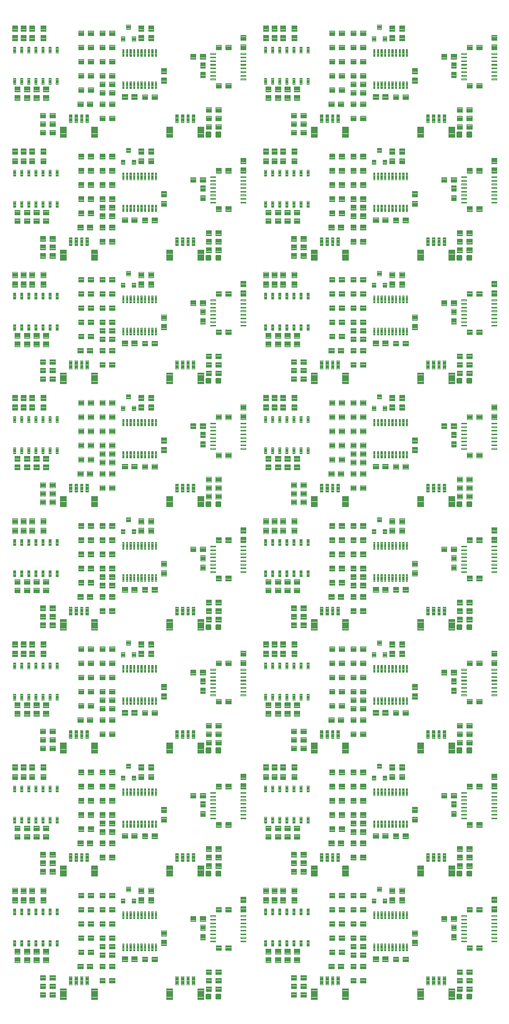
<source format=gtp>
G04 EAGLE Gerber RS-274X export*
G75*
%MOMM*%
%FSLAX34Y34*%
%LPD*%
%INSolderpaste Top*%
%IPPOS*%
%AMOC8*
5,1,8,0,0,1.08239X$1,22.5*%
G01*
%ADD10C,0.100000*%
%ADD11C,0.104000*%
%ADD12C,0.102000*%
%ADD13C,0.096000*%
%ADD14C,0.300000*%


D10*
X32440Y187000D02*
X32440Y177000D01*
X23440Y177000D01*
X23440Y187000D01*
X32440Y187000D01*
X32440Y177950D02*
X23440Y177950D01*
X23440Y178900D02*
X32440Y178900D01*
X32440Y179850D02*
X23440Y179850D01*
X23440Y180800D02*
X32440Y180800D01*
X32440Y181750D02*
X23440Y181750D01*
X23440Y182700D02*
X32440Y182700D01*
X32440Y183650D02*
X23440Y183650D01*
X23440Y184600D02*
X32440Y184600D01*
X32440Y185550D02*
X23440Y185550D01*
X23440Y186500D02*
X32440Y186500D01*
X32440Y194000D02*
X32440Y204000D01*
X32440Y194000D02*
X23440Y194000D01*
X23440Y204000D01*
X32440Y204000D01*
X32440Y194950D02*
X23440Y194950D01*
X23440Y195900D02*
X32440Y195900D01*
X32440Y196850D02*
X23440Y196850D01*
X23440Y197800D02*
X32440Y197800D01*
X32440Y198750D02*
X23440Y198750D01*
X23440Y199700D02*
X32440Y199700D01*
X32440Y200650D02*
X23440Y200650D01*
X23440Y201600D02*
X32440Y201600D01*
X32440Y202550D02*
X23440Y202550D01*
X23440Y203500D02*
X32440Y203500D01*
X59000Y204000D02*
X59000Y194000D01*
X59000Y204000D02*
X68000Y204000D01*
X68000Y194000D01*
X59000Y194000D01*
X59000Y194950D02*
X68000Y194950D01*
X68000Y195900D02*
X59000Y195900D01*
X59000Y196850D02*
X68000Y196850D01*
X68000Y197800D02*
X59000Y197800D01*
X59000Y198750D02*
X68000Y198750D01*
X68000Y199700D02*
X59000Y199700D01*
X59000Y200650D02*
X68000Y200650D01*
X68000Y201600D02*
X59000Y201600D01*
X59000Y202550D02*
X68000Y202550D01*
X68000Y203500D02*
X59000Y203500D01*
X59000Y187000D02*
X59000Y177000D01*
X59000Y187000D02*
X68000Y187000D01*
X68000Y177000D01*
X59000Y177000D01*
X59000Y177950D02*
X68000Y177950D01*
X68000Y178900D02*
X59000Y178900D01*
X59000Y179850D02*
X68000Y179850D01*
X68000Y180800D02*
X59000Y180800D01*
X59000Y181750D02*
X68000Y181750D01*
X68000Y182700D02*
X59000Y182700D01*
X59000Y183650D02*
X68000Y183650D01*
X68000Y184600D02*
X59000Y184600D01*
X59000Y185550D02*
X68000Y185550D01*
X68000Y186500D02*
X59000Y186500D01*
X164300Y109800D02*
X174300Y109800D01*
X164300Y109800D02*
X164300Y118800D01*
X174300Y118800D01*
X174300Y109800D01*
X174300Y110750D02*
X164300Y110750D01*
X164300Y111700D02*
X174300Y111700D01*
X174300Y112650D02*
X164300Y112650D01*
X164300Y113600D02*
X174300Y113600D01*
X174300Y114550D02*
X164300Y114550D01*
X164300Y115500D02*
X174300Y115500D01*
X174300Y116450D02*
X164300Y116450D01*
X164300Y117400D02*
X174300Y117400D01*
X174300Y118350D02*
X164300Y118350D01*
X181300Y109800D02*
X191300Y109800D01*
X181300Y109800D02*
X181300Y118800D01*
X191300Y118800D01*
X191300Y109800D01*
X191300Y110750D02*
X181300Y110750D01*
X181300Y111700D02*
X191300Y111700D01*
X191300Y112650D02*
X181300Y112650D01*
X181300Y113600D02*
X191300Y113600D01*
X191300Y114550D02*
X181300Y114550D01*
X181300Y115500D02*
X191300Y115500D01*
X191300Y116450D02*
X181300Y116450D01*
X181300Y117400D02*
X191300Y117400D01*
X191300Y118350D02*
X181300Y118350D01*
X67620Y8200D02*
X57620Y8200D01*
X57620Y17200D01*
X67620Y17200D01*
X67620Y8200D01*
X67620Y9150D02*
X57620Y9150D01*
X57620Y10100D02*
X67620Y10100D01*
X67620Y11050D02*
X57620Y11050D01*
X57620Y12000D02*
X67620Y12000D01*
X67620Y12950D02*
X57620Y12950D01*
X57620Y13900D02*
X67620Y13900D01*
X67620Y14850D02*
X57620Y14850D01*
X57620Y15800D02*
X67620Y15800D01*
X67620Y16750D02*
X57620Y16750D01*
X74620Y8200D02*
X84620Y8200D01*
X74620Y8200D02*
X74620Y17200D01*
X84620Y17200D01*
X84620Y8200D01*
X84620Y9150D02*
X74620Y9150D01*
X74620Y10100D02*
X84620Y10100D01*
X84620Y11050D02*
X74620Y11050D01*
X74620Y12000D02*
X84620Y12000D01*
X84620Y12950D02*
X74620Y12950D01*
X74620Y13900D02*
X84620Y13900D01*
X84620Y14850D02*
X74620Y14850D01*
X74620Y15800D02*
X84620Y15800D01*
X84620Y16750D02*
X74620Y16750D01*
X67620Y23440D02*
X57620Y23440D01*
X57620Y32440D01*
X67620Y32440D01*
X67620Y23440D01*
X67620Y24390D02*
X57620Y24390D01*
X57620Y25340D02*
X67620Y25340D01*
X67620Y26290D02*
X57620Y26290D01*
X57620Y27240D02*
X67620Y27240D01*
X67620Y28190D02*
X57620Y28190D01*
X57620Y29140D02*
X67620Y29140D01*
X67620Y30090D02*
X57620Y30090D01*
X57620Y31040D02*
X67620Y31040D01*
X67620Y31990D02*
X57620Y31990D01*
X74620Y23440D02*
X84620Y23440D01*
X74620Y23440D02*
X74620Y32440D01*
X84620Y32440D01*
X84620Y23440D01*
X84620Y24390D02*
X74620Y24390D01*
X74620Y25340D02*
X84620Y25340D01*
X84620Y26290D02*
X74620Y26290D01*
X74620Y27240D02*
X84620Y27240D01*
X84620Y28190D02*
X74620Y28190D01*
X74620Y29140D02*
X84620Y29140D01*
X84620Y30090D02*
X74620Y30090D01*
X74620Y31040D02*
X84620Y31040D01*
X84620Y31990D02*
X74620Y31990D01*
X21900Y70430D02*
X11900Y70430D01*
X11900Y79430D01*
X21900Y79430D01*
X21900Y70430D01*
X21900Y71380D02*
X11900Y71380D01*
X11900Y72330D02*
X21900Y72330D01*
X21900Y73280D02*
X11900Y73280D01*
X11900Y74230D02*
X21900Y74230D01*
X21900Y75180D02*
X11900Y75180D01*
X11900Y76130D02*
X21900Y76130D01*
X21900Y77080D02*
X11900Y77080D01*
X11900Y78030D02*
X21900Y78030D01*
X21900Y78980D02*
X11900Y78980D01*
X28900Y70430D02*
X38900Y70430D01*
X28900Y70430D02*
X28900Y79430D01*
X38900Y79430D01*
X38900Y70430D01*
X38900Y71380D02*
X28900Y71380D01*
X28900Y72330D02*
X38900Y72330D01*
X38900Y73280D02*
X28900Y73280D01*
X28900Y74230D02*
X38900Y74230D01*
X38900Y75180D02*
X28900Y75180D01*
X28900Y76130D02*
X38900Y76130D01*
X38900Y77080D02*
X28900Y77080D01*
X28900Y78030D02*
X38900Y78030D01*
X38900Y78980D02*
X28900Y78980D01*
X126200Y84400D02*
X136200Y84400D01*
X126200Y84400D02*
X126200Y93400D01*
X136200Y93400D01*
X136200Y84400D01*
X136200Y85350D02*
X126200Y85350D01*
X126200Y86300D02*
X136200Y86300D01*
X136200Y87250D02*
X126200Y87250D01*
X126200Y88200D02*
X136200Y88200D01*
X136200Y89150D02*
X126200Y89150D01*
X126200Y90100D02*
X136200Y90100D01*
X136200Y91050D02*
X126200Y91050D01*
X126200Y92000D02*
X136200Y92000D01*
X136200Y92950D02*
X126200Y92950D01*
X143200Y84400D02*
X153200Y84400D01*
X143200Y84400D02*
X143200Y93400D01*
X153200Y93400D01*
X153200Y84400D01*
X153200Y85350D02*
X143200Y85350D01*
X143200Y86300D02*
X153200Y86300D01*
X153200Y87250D02*
X143200Y87250D01*
X143200Y88200D02*
X153200Y88200D01*
X153200Y89150D02*
X143200Y89150D01*
X143200Y90100D02*
X153200Y90100D01*
X153200Y91050D02*
X143200Y91050D01*
X143200Y92000D02*
X153200Y92000D01*
X153200Y92950D02*
X143200Y92950D01*
X164300Y33600D02*
X174300Y33600D01*
X164300Y33600D02*
X164300Y42600D01*
X174300Y42600D01*
X174300Y33600D01*
X174300Y34550D02*
X164300Y34550D01*
X164300Y35500D02*
X174300Y35500D01*
X174300Y36450D02*
X164300Y36450D01*
X164300Y37400D02*
X174300Y37400D01*
X174300Y38350D02*
X164300Y38350D01*
X164300Y39300D02*
X174300Y39300D01*
X174300Y40250D02*
X164300Y40250D01*
X164300Y41200D02*
X174300Y41200D01*
X174300Y42150D02*
X164300Y42150D01*
X181300Y33600D02*
X191300Y33600D01*
X181300Y33600D02*
X181300Y42600D01*
X191300Y42600D01*
X191300Y33600D01*
X191300Y34550D02*
X181300Y34550D01*
X181300Y35500D02*
X191300Y35500D01*
X191300Y36450D02*
X181300Y36450D01*
X181300Y37400D02*
X191300Y37400D01*
X191300Y38350D02*
X181300Y38350D01*
X181300Y39300D02*
X191300Y39300D01*
X191300Y40250D02*
X181300Y40250D01*
X181300Y41200D02*
X191300Y41200D01*
X191300Y42150D02*
X181300Y42150D01*
X73190Y79430D02*
X63190Y79430D01*
X73190Y79430D02*
X73190Y70430D01*
X63190Y70430D01*
X63190Y79430D01*
X63190Y71380D02*
X73190Y71380D01*
X73190Y72330D02*
X63190Y72330D01*
X63190Y73280D02*
X73190Y73280D01*
X73190Y74230D02*
X63190Y74230D01*
X63190Y75180D02*
X73190Y75180D01*
X73190Y76130D02*
X63190Y76130D01*
X63190Y77080D02*
X73190Y77080D01*
X73190Y78030D02*
X63190Y78030D01*
X63190Y78980D02*
X73190Y78980D01*
X56190Y79430D02*
X46190Y79430D01*
X56190Y79430D02*
X56190Y70430D01*
X46190Y70430D01*
X46190Y79430D01*
X46190Y71380D02*
X56190Y71380D01*
X56190Y72330D02*
X46190Y72330D01*
X46190Y73280D02*
X56190Y73280D01*
X56190Y74230D02*
X46190Y74230D01*
X46190Y75180D02*
X56190Y75180D01*
X56190Y76130D02*
X46190Y76130D01*
X46190Y77080D02*
X56190Y77080D01*
X56190Y78030D02*
X46190Y78030D01*
X46190Y78980D02*
X56190Y78980D01*
X47680Y177000D02*
X47680Y187000D01*
X47680Y177000D02*
X38680Y177000D01*
X38680Y187000D01*
X47680Y187000D01*
X47680Y177950D02*
X38680Y177950D01*
X38680Y178900D02*
X47680Y178900D01*
X47680Y179850D02*
X38680Y179850D01*
X38680Y180800D02*
X47680Y180800D01*
X47680Y181750D02*
X38680Y181750D01*
X38680Y182700D02*
X47680Y182700D01*
X47680Y183650D02*
X38680Y183650D01*
X38680Y184600D02*
X47680Y184600D01*
X47680Y185550D02*
X38680Y185550D01*
X38680Y186500D02*
X47680Y186500D01*
X47680Y194000D02*
X47680Y204000D01*
X47680Y194000D02*
X38680Y194000D01*
X38680Y204000D01*
X47680Y204000D01*
X47680Y194950D02*
X38680Y194950D01*
X38680Y195900D02*
X47680Y195900D01*
X47680Y196850D02*
X38680Y196850D01*
X38680Y197800D02*
X47680Y197800D01*
X47680Y198750D02*
X38680Y198750D01*
X38680Y199700D02*
X47680Y199700D01*
X47680Y200650D02*
X38680Y200650D01*
X38680Y201600D02*
X47680Y201600D01*
X47680Y202550D02*
X38680Y202550D01*
X38680Y203500D02*
X47680Y203500D01*
X8200Y204000D02*
X8200Y194000D01*
X8200Y204000D02*
X17200Y204000D01*
X17200Y194000D01*
X8200Y194000D01*
X8200Y194950D02*
X17200Y194950D01*
X17200Y195900D02*
X8200Y195900D01*
X8200Y196850D02*
X17200Y196850D01*
X17200Y197800D02*
X8200Y197800D01*
X8200Y198750D02*
X17200Y198750D01*
X17200Y199700D02*
X8200Y199700D01*
X8200Y200650D02*
X17200Y200650D01*
X17200Y201600D02*
X8200Y201600D01*
X8200Y202550D02*
X17200Y202550D01*
X17200Y203500D02*
X8200Y203500D01*
X8200Y187000D02*
X8200Y177000D01*
X8200Y187000D02*
X17200Y187000D01*
X17200Y177000D01*
X8200Y177000D01*
X8200Y177950D02*
X17200Y177950D01*
X17200Y178900D02*
X8200Y178900D01*
X8200Y179850D02*
X17200Y179850D01*
X17200Y180800D02*
X8200Y180800D01*
X8200Y181750D02*
X17200Y181750D01*
X17200Y182700D02*
X8200Y182700D01*
X8200Y183650D02*
X17200Y183650D01*
X17200Y184600D02*
X8200Y184600D01*
X8200Y185550D02*
X17200Y185550D01*
X17200Y186500D02*
X8200Y186500D01*
X126200Y186000D02*
X136200Y186000D01*
X126200Y186000D02*
X126200Y195000D01*
X136200Y195000D01*
X136200Y186000D01*
X136200Y186950D02*
X126200Y186950D01*
X126200Y187900D02*
X136200Y187900D01*
X136200Y188850D02*
X126200Y188850D01*
X126200Y189800D02*
X136200Y189800D01*
X136200Y190750D02*
X126200Y190750D01*
X126200Y191700D02*
X136200Y191700D01*
X136200Y192650D02*
X126200Y192650D01*
X126200Y193600D02*
X136200Y193600D01*
X136200Y194550D02*
X126200Y194550D01*
X143200Y186000D02*
X153200Y186000D01*
X143200Y186000D02*
X143200Y195000D01*
X153200Y195000D01*
X153200Y186000D01*
X153200Y186950D02*
X143200Y186950D01*
X143200Y187900D02*
X153200Y187900D01*
X153200Y188850D02*
X143200Y188850D01*
X143200Y189800D02*
X153200Y189800D01*
X153200Y190750D02*
X143200Y190750D01*
X143200Y191700D02*
X153200Y191700D01*
X153200Y192650D02*
X143200Y192650D01*
X143200Y193600D02*
X153200Y193600D01*
X153200Y194550D02*
X143200Y194550D01*
X164300Y186000D02*
X174300Y186000D01*
X164300Y186000D02*
X164300Y195000D01*
X174300Y195000D01*
X174300Y186000D01*
X174300Y186950D02*
X164300Y186950D01*
X164300Y187900D02*
X174300Y187900D01*
X174300Y188850D02*
X164300Y188850D01*
X164300Y189800D02*
X174300Y189800D01*
X174300Y190750D02*
X164300Y190750D01*
X164300Y191700D02*
X174300Y191700D01*
X174300Y192650D02*
X164300Y192650D01*
X164300Y193600D02*
X174300Y193600D01*
X174300Y194550D02*
X164300Y194550D01*
X181300Y186000D02*
X191300Y186000D01*
X181300Y186000D02*
X181300Y195000D01*
X191300Y195000D01*
X191300Y186000D01*
X191300Y186950D02*
X181300Y186950D01*
X181300Y187900D02*
X191300Y187900D01*
X191300Y188850D02*
X181300Y188850D01*
X181300Y189800D02*
X191300Y189800D01*
X191300Y190750D02*
X181300Y190750D01*
X181300Y191700D02*
X191300Y191700D01*
X191300Y192650D02*
X181300Y192650D01*
X181300Y193600D02*
X191300Y193600D01*
X191300Y194550D02*
X181300Y194550D01*
X181300Y169600D02*
X191300Y169600D01*
X191300Y160600D01*
X181300Y160600D01*
X181300Y169600D01*
X181300Y161550D02*
X191300Y161550D01*
X191300Y162500D02*
X181300Y162500D01*
X181300Y163450D02*
X191300Y163450D01*
X191300Y164400D02*
X181300Y164400D01*
X181300Y165350D02*
X191300Y165350D01*
X191300Y166300D02*
X181300Y166300D01*
X181300Y167250D02*
X191300Y167250D01*
X191300Y168200D02*
X181300Y168200D01*
X181300Y169150D02*
X191300Y169150D01*
X174300Y169600D02*
X164300Y169600D01*
X174300Y169600D02*
X174300Y160600D01*
X164300Y160600D01*
X164300Y169600D01*
X164300Y161550D02*
X174300Y161550D01*
X174300Y162500D02*
X164300Y162500D01*
X164300Y163450D02*
X174300Y163450D01*
X174300Y164400D02*
X164300Y164400D01*
X164300Y165350D02*
X174300Y165350D01*
X174300Y166300D02*
X164300Y166300D01*
X164300Y167250D02*
X174300Y167250D01*
X174300Y168200D02*
X164300Y168200D01*
X164300Y169150D02*
X174300Y169150D01*
X136200Y160600D02*
X126200Y160600D01*
X126200Y169600D01*
X136200Y169600D01*
X136200Y160600D01*
X136200Y161550D02*
X126200Y161550D01*
X126200Y162500D02*
X136200Y162500D01*
X136200Y163450D02*
X126200Y163450D01*
X126200Y164400D02*
X136200Y164400D01*
X136200Y165350D02*
X126200Y165350D01*
X126200Y166300D02*
X136200Y166300D01*
X136200Y167250D02*
X126200Y167250D01*
X126200Y168200D02*
X136200Y168200D01*
X136200Y169150D02*
X126200Y169150D01*
X143200Y160600D02*
X153200Y160600D01*
X143200Y160600D02*
X143200Y169600D01*
X153200Y169600D01*
X153200Y160600D01*
X153200Y161550D02*
X143200Y161550D01*
X143200Y162500D02*
X153200Y162500D01*
X153200Y163450D02*
X143200Y163450D01*
X143200Y164400D02*
X153200Y164400D01*
X153200Y165350D02*
X143200Y165350D01*
X143200Y166300D02*
X153200Y166300D01*
X153200Y167250D02*
X143200Y167250D01*
X143200Y168200D02*
X153200Y168200D01*
X153200Y169150D02*
X143200Y169150D01*
X181300Y103560D02*
X191300Y103560D01*
X191300Y94560D01*
X181300Y94560D01*
X181300Y103560D01*
X181300Y95510D02*
X191300Y95510D01*
X191300Y96460D02*
X181300Y96460D01*
X181300Y97410D02*
X191300Y97410D01*
X191300Y98360D02*
X181300Y98360D01*
X181300Y99310D02*
X191300Y99310D01*
X191300Y100260D02*
X181300Y100260D01*
X181300Y101210D02*
X191300Y101210D01*
X191300Y102160D02*
X181300Y102160D01*
X181300Y103110D02*
X191300Y103110D01*
X174300Y103560D02*
X164300Y103560D01*
X174300Y103560D02*
X174300Y94560D01*
X164300Y94560D01*
X164300Y103560D01*
X164300Y95510D02*
X174300Y95510D01*
X174300Y96460D02*
X164300Y96460D01*
X164300Y97410D02*
X174300Y97410D01*
X174300Y98360D02*
X164300Y98360D01*
X164300Y99310D02*
X174300Y99310D01*
X174300Y100260D02*
X164300Y100260D01*
X164300Y101210D02*
X174300Y101210D01*
X174300Y102160D02*
X164300Y102160D01*
X164300Y103110D02*
X174300Y103110D01*
X181300Y68000D02*
X191300Y68000D01*
X191300Y59000D01*
X181300Y59000D01*
X181300Y68000D01*
X181300Y59950D02*
X191300Y59950D01*
X191300Y60900D02*
X181300Y60900D01*
X181300Y61850D02*
X191300Y61850D01*
X191300Y62800D02*
X181300Y62800D01*
X181300Y63750D02*
X191300Y63750D01*
X191300Y64700D02*
X181300Y64700D01*
X181300Y65650D02*
X191300Y65650D01*
X191300Y66600D02*
X181300Y66600D01*
X181300Y67550D02*
X191300Y67550D01*
X174300Y68000D02*
X164300Y68000D01*
X174300Y68000D02*
X174300Y59000D01*
X164300Y59000D01*
X164300Y68000D01*
X164300Y59950D02*
X174300Y59950D01*
X174300Y60900D02*
X164300Y60900D01*
X164300Y61850D02*
X174300Y61850D01*
X174300Y62800D02*
X164300Y62800D01*
X164300Y63750D02*
X174300Y63750D01*
X174300Y64700D02*
X164300Y64700D01*
X164300Y65650D02*
X174300Y65650D01*
X174300Y66600D02*
X164300Y66600D01*
X164300Y67550D02*
X174300Y67550D01*
X181300Y88320D02*
X191300Y88320D01*
X191300Y79320D01*
X181300Y79320D01*
X181300Y88320D01*
X181300Y80270D02*
X191300Y80270D01*
X191300Y81220D02*
X181300Y81220D01*
X181300Y82170D02*
X191300Y82170D01*
X191300Y83120D02*
X181300Y83120D01*
X181300Y84070D02*
X191300Y84070D01*
X191300Y85020D02*
X181300Y85020D01*
X181300Y85970D02*
X191300Y85970D01*
X191300Y86920D02*
X181300Y86920D01*
X181300Y87870D02*
X191300Y87870D01*
X174300Y88320D02*
X164300Y88320D01*
X174300Y88320D02*
X174300Y79320D01*
X164300Y79320D01*
X164300Y88320D01*
X164300Y80270D02*
X174300Y80270D01*
X174300Y81220D02*
X164300Y81220D01*
X164300Y82170D02*
X174300Y82170D01*
X174300Y83120D02*
X164300Y83120D01*
X164300Y84070D02*
X174300Y84070D01*
X174300Y85020D02*
X164300Y85020D01*
X164300Y85970D02*
X174300Y85970D01*
X174300Y86920D02*
X164300Y86920D01*
X164300Y87870D02*
X174300Y87870D01*
X21900Y85670D02*
X11900Y85670D01*
X11900Y94670D01*
X21900Y94670D01*
X21900Y85670D01*
X21900Y86620D02*
X11900Y86620D01*
X11900Y87570D02*
X21900Y87570D01*
X21900Y88520D02*
X11900Y88520D01*
X11900Y89470D02*
X21900Y89470D01*
X21900Y90420D02*
X11900Y90420D01*
X11900Y91370D02*
X21900Y91370D01*
X21900Y92320D02*
X11900Y92320D01*
X11900Y93270D02*
X21900Y93270D01*
X21900Y94220D02*
X11900Y94220D01*
X28900Y85670D02*
X38900Y85670D01*
X28900Y85670D02*
X28900Y94670D01*
X38900Y94670D01*
X38900Y85670D01*
X38900Y86620D02*
X28900Y86620D01*
X28900Y87570D02*
X38900Y87570D01*
X38900Y88520D02*
X28900Y88520D01*
X28900Y89470D02*
X38900Y89470D01*
X38900Y90420D02*
X28900Y90420D01*
X28900Y91370D02*
X38900Y91370D01*
X38900Y92320D02*
X28900Y92320D01*
X28900Y93270D02*
X38900Y93270D01*
X38900Y94220D02*
X28900Y94220D01*
X57620Y38680D02*
X67620Y38680D01*
X57620Y38680D02*
X57620Y47680D01*
X67620Y47680D01*
X67620Y38680D01*
X67620Y39630D02*
X57620Y39630D01*
X57620Y40580D02*
X67620Y40580D01*
X67620Y41530D02*
X57620Y41530D01*
X57620Y42480D02*
X67620Y42480D01*
X67620Y43430D02*
X57620Y43430D01*
X57620Y44380D02*
X67620Y44380D01*
X67620Y45330D02*
X57620Y45330D01*
X57620Y46280D02*
X67620Y46280D01*
X67620Y47230D02*
X57620Y47230D01*
X74620Y38680D02*
X84620Y38680D01*
X74620Y38680D02*
X74620Y47680D01*
X84620Y47680D01*
X84620Y38680D01*
X84620Y39630D02*
X74620Y39630D01*
X74620Y40580D02*
X84620Y40580D01*
X84620Y41530D02*
X74620Y41530D01*
X74620Y42480D02*
X84620Y42480D01*
X84620Y43430D02*
X74620Y43430D01*
X74620Y44380D02*
X84620Y44380D01*
X84620Y45330D02*
X74620Y45330D01*
X74620Y46280D02*
X84620Y46280D01*
X84620Y47230D02*
X74620Y47230D01*
X143200Y118800D02*
X153200Y118800D01*
X153200Y109800D01*
X143200Y109800D01*
X143200Y118800D01*
X143200Y110750D02*
X153200Y110750D01*
X153200Y111700D02*
X143200Y111700D01*
X143200Y112650D02*
X153200Y112650D01*
X153200Y113600D02*
X143200Y113600D01*
X143200Y114550D02*
X153200Y114550D01*
X153200Y115500D02*
X143200Y115500D01*
X143200Y116450D02*
X153200Y116450D01*
X153200Y117400D02*
X143200Y117400D01*
X143200Y118350D02*
X153200Y118350D01*
X136200Y118800D02*
X126200Y118800D01*
X136200Y118800D02*
X136200Y109800D01*
X126200Y109800D01*
X126200Y118800D01*
X126200Y110750D02*
X136200Y110750D01*
X136200Y111700D02*
X126200Y111700D01*
X126200Y112650D02*
X136200Y112650D01*
X136200Y113600D02*
X126200Y113600D01*
X126200Y114550D02*
X136200Y114550D01*
X136200Y115500D02*
X126200Y115500D01*
X126200Y116450D02*
X136200Y116450D01*
X136200Y117400D02*
X126200Y117400D01*
X126200Y118350D02*
X136200Y118350D01*
X143200Y144200D02*
X153200Y144200D01*
X153200Y135200D01*
X143200Y135200D01*
X143200Y144200D01*
X143200Y136150D02*
X153200Y136150D01*
X153200Y137100D02*
X143200Y137100D01*
X143200Y138050D02*
X153200Y138050D01*
X153200Y139000D02*
X143200Y139000D01*
X143200Y139950D02*
X153200Y139950D01*
X153200Y140900D02*
X143200Y140900D01*
X143200Y141850D02*
X153200Y141850D01*
X153200Y142800D02*
X143200Y142800D01*
X143200Y143750D02*
X153200Y143750D01*
X136200Y144200D02*
X126200Y144200D01*
X136200Y144200D02*
X136200Y135200D01*
X126200Y135200D01*
X126200Y144200D01*
X126200Y136150D02*
X136200Y136150D01*
X136200Y137100D02*
X126200Y137100D01*
X126200Y138050D02*
X136200Y138050D01*
X136200Y139000D02*
X126200Y139000D01*
X126200Y139950D02*
X136200Y139950D01*
X136200Y140900D02*
X126200Y140900D01*
X126200Y141850D02*
X136200Y141850D01*
X136200Y142800D02*
X126200Y142800D01*
X126200Y143750D02*
X136200Y143750D01*
X134930Y59000D02*
X124930Y59000D01*
X124930Y68000D01*
X134930Y68000D01*
X134930Y59000D01*
X134930Y59950D02*
X124930Y59950D01*
X124930Y60900D02*
X134930Y60900D01*
X134930Y61850D02*
X124930Y61850D01*
X124930Y62800D02*
X134930Y62800D01*
X134930Y63750D02*
X124930Y63750D01*
X124930Y64700D02*
X134930Y64700D01*
X134930Y65650D02*
X124930Y65650D01*
X124930Y66600D02*
X134930Y66600D01*
X134930Y67550D02*
X124930Y67550D01*
X141930Y59000D02*
X151930Y59000D01*
X141930Y59000D02*
X141930Y68000D01*
X151930Y68000D01*
X151930Y59000D01*
X151930Y59950D02*
X141930Y59950D01*
X141930Y60900D02*
X151930Y60900D01*
X151930Y61850D02*
X141930Y61850D01*
X141930Y62800D02*
X151930Y62800D01*
X151930Y63750D02*
X141930Y63750D01*
X141930Y64700D02*
X151930Y64700D01*
X151930Y65650D02*
X141930Y65650D01*
X141930Y66600D02*
X151930Y66600D01*
X151930Y67550D02*
X141930Y67550D01*
X56190Y85670D02*
X46190Y85670D01*
X46190Y94670D01*
X56190Y94670D01*
X56190Y85670D01*
X56190Y86620D02*
X46190Y86620D01*
X46190Y87570D02*
X56190Y87570D01*
X56190Y88520D02*
X46190Y88520D01*
X46190Y89470D02*
X56190Y89470D01*
X56190Y90420D02*
X46190Y90420D01*
X46190Y91370D02*
X56190Y91370D01*
X56190Y92320D02*
X46190Y92320D01*
X46190Y93270D02*
X56190Y93270D01*
X56190Y94220D02*
X46190Y94220D01*
X63190Y85670D02*
X73190Y85670D01*
X63190Y85670D02*
X63190Y94670D01*
X73190Y94670D01*
X73190Y85670D01*
X73190Y86620D02*
X63190Y86620D01*
X63190Y87570D02*
X73190Y87570D01*
X73190Y88520D02*
X63190Y88520D01*
X63190Y89470D02*
X73190Y89470D01*
X73190Y90420D02*
X63190Y90420D01*
X63190Y91370D02*
X73190Y91370D01*
X73190Y92320D02*
X63190Y92320D01*
X63190Y93270D02*
X73190Y93270D01*
X73190Y94220D02*
X63190Y94220D01*
D11*
X202920Y176520D02*
X209880Y176520D01*
X202920Y176520D02*
X202920Y184480D01*
X209880Y184480D01*
X209880Y176520D01*
X209880Y177508D02*
X202920Y177508D01*
X202920Y178496D02*
X209880Y178496D01*
X209880Y179484D02*
X202920Y179484D01*
X202920Y180472D02*
X209880Y180472D01*
X209880Y181460D02*
X202920Y181460D01*
X202920Y182448D02*
X209880Y182448D01*
X209880Y183436D02*
X202920Y183436D01*
X202920Y184424D02*
X209880Y184424D01*
X221920Y176520D02*
X228880Y176520D01*
X221920Y176520D02*
X221920Y184480D01*
X228880Y184480D01*
X228880Y176520D01*
X228880Y177508D02*
X221920Y177508D01*
X221920Y178496D02*
X228880Y178496D01*
X228880Y179484D02*
X221920Y179484D01*
X221920Y180472D02*
X228880Y180472D01*
X228880Y181460D02*
X221920Y181460D01*
X221920Y182448D02*
X228880Y182448D01*
X228880Y183436D02*
X221920Y183436D01*
X221920Y184424D02*
X228880Y184424D01*
X219380Y197520D02*
X212420Y197520D01*
X212420Y205480D01*
X219380Y205480D01*
X219380Y197520D01*
X219380Y198508D02*
X212420Y198508D01*
X212420Y199496D02*
X219380Y199496D01*
X219380Y200484D02*
X212420Y200484D01*
X212420Y201472D02*
X219380Y201472D01*
X219380Y202460D02*
X212420Y202460D01*
X212420Y203448D02*
X219380Y203448D01*
X219380Y204436D02*
X212420Y204436D01*
X212420Y205424D02*
X219380Y205424D01*
D10*
X354800Y48840D02*
X364800Y48840D01*
X354800Y48840D02*
X354800Y57840D01*
X364800Y57840D01*
X364800Y48840D01*
X364800Y49790D02*
X354800Y49790D01*
X354800Y50740D02*
X364800Y50740D01*
X364800Y51690D02*
X354800Y51690D01*
X354800Y52640D02*
X364800Y52640D01*
X364800Y53590D02*
X354800Y53590D01*
X354800Y54540D02*
X364800Y54540D01*
X364800Y55490D02*
X354800Y55490D01*
X354800Y56440D02*
X364800Y56440D01*
X364800Y57390D02*
X354800Y57390D01*
X371800Y48840D02*
X381800Y48840D01*
X371800Y48840D02*
X371800Y57840D01*
X381800Y57840D01*
X381800Y48840D01*
X381800Y49790D02*
X371800Y49790D01*
X371800Y50740D02*
X381800Y50740D01*
X381800Y51690D02*
X371800Y51690D01*
X371800Y52640D02*
X381800Y52640D01*
X381800Y53590D02*
X371800Y53590D01*
X371800Y54540D02*
X381800Y54540D01*
X381800Y55490D02*
X371800Y55490D01*
X371800Y56440D02*
X381800Y56440D01*
X381800Y57390D02*
X371800Y57390D01*
X364800Y33600D02*
X354800Y33600D01*
X354800Y42600D01*
X364800Y42600D01*
X364800Y33600D01*
X364800Y34550D02*
X354800Y34550D01*
X354800Y35500D02*
X364800Y35500D01*
X364800Y36450D02*
X354800Y36450D01*
X354800Y37400D02*
X364800Y37400D01*
X364800Y38350D02*
X354800Y38350D01*
X354800Y39300D02*
X364800Y39300D01*
X364800Y40250D02*
X354800Y40250D01*
X354800Y41200D02*
X364800Y41200D01*
X364800Y42150D02*
X354800Y42150D01*
X371800Y33600D02*
X381800Y33600D01*
X371800Y33600D02*
X371800Y42600D01*
X381800Y42600D01*
X381800Y33600D01*
X381800Y34550D02*
X371800Y34550D01*
X371800Y35500D02*
X381800Y35500D01*
X381800Y36450D02*
X371800Y36450D01*
X371800Y37400D02*
X381800Y37400D01*
X381800Y38350D02*
X371800Y38350D01*
X371800Y39300D02*
X381800Y39300D01*
X381800Y40250D02*
X371800Y40250D01*
X371800Y41200D02*
X381800Y41200D01*
X381800Y42150D02*
X371800Y42150D01*
X243260Y177000D02*
X243260Y187000D01*
X243260Y177000D02*
X234260Y177000D01*
X234260Y187000D01*
X243260Y187000D01*
X243260Y177950D02*
X234260Y177950D01*
X234260Y178900D02*
X243260Y178900D01*
X243260Y179850D02*
X234260Y179850D01*
X234260Y180800D02*
X243260Y180800D01*
X243260Y181750D02*
X234260Y181750D01*
X234260Y182700D02*
X243260Y182700D01*
X243260Y183650D02*
X234260Y183650D01*
X234260Y184600D02*
X243260Y184600D01*
X243260Y185550D02*
X234260Y185550D01*
X234260Y186500D02*
X243260Y186500D01*
X243260Y194000D02*
X243260Y204000D01*
X243260Y194000D02*
X234260Y194000D01*
X234260Y204000D01*
X243260Y204000D01*
X243260Y194950D02*
X234260Y194950D01*
X234260Y195900D02*
X243260Y195900D01*
X243260Y196850D02*
X234260Y196850D01*
X234260Y197800D02*
X243260Y197800D01*
X243260Y198750D02*
X234260Y198750D01*
X234260Y199700D02*
X243260Y199700D01*
X243260Y200650D02*
X234260Y200650D01*
X234260Y201600D02*
X243260Y201600D01*
X243260Y202550D02*
X234260Y202550D01*
X234260Y203500D02*
X243260Y203500D01*
D12*
X90540Y166340D02*
X85560Y166340D01*
X90540Y166340D02*
X90540Y155360D01*
X85560Y155360D01*
X85560Y166340D01*
X85560Y156329D02*
X90540Y156329D01*
X90540Y157298D02*
X85560Y157298D01*
X85560Y158267D02*
X90540Y158267D01*
X90540Y159236D02*
X85560Y159236D01*
X85560Y160205D02*
X90540Y160205D01*
X90540Y161174D02*
X85560Y161174D01*
X85560Y162143D02*
X90540Y162143D01*
X90540Y163112D02*
X85560Y163112D01*
X85560Y164081D02*
X90540Y164081D01*
X90540Y165050D02*
X85560Y165050D01*
X85560Y166019D02*
X90540Y166019D01*
X77840Y166340D02*
X72860Y166340D01*
X77840Y166340D02*
X77840Y155360D01*
X72860Y155360D01*
X72860Y166340D01*
X72860Y156329D02*
X77840Y156329D01*
X77840Y157298D02*
X72860Y157298D01*
X72860Y158267D02*
X77840Y158267D01*
X77840Y159236D02*
X72860Y159236D01*
X72860Y160205D02*
X77840Y160205D01*
X77840Y161174D02*
X72860Y161174D01*
X72860Y162143D02*
X77840Y162143D01*
X77840Y163112D02*
X72860Y163112D01*
X72860Y164081D02*
X77840Y164081D01*
X77840Y165050D02*
X72860Y165050D01*
X72860Y166019D02*
X77840Y166019D01*
X65140Y166340D02*
X60160Y166340D01*
X65140Y166340D02*
X65140Y155360D01*
X60160Y155360D01*
X60160Y166340D01*
X60160Y156329D02*
X65140Y156329D01*
X65140Y157298D02*
X60160Y157298D01*
X60160Y158267D02*
X65140Y158267D01*
X65140Y159236D02*
X60160Y159236D01*
X60160Y160205D02*
X65140Y160205D01*
X65140Y161174D02*
X60160Y161174D01*
X60160Y162143D02*
X65140Y162143D01*
X65140Y163112D02*
X60160Y163112D01*
X60160Y164081D02*
X65140Y164081D01*
X65140Y165050D02*
X60160Y165050D01*
X60160Y166019D02*
X65140Y166019D01*
X52440Y166340D02*
X47460Y166340D01*
X52440Y166340D02*
X52440Y155360D01*
X47460Y155360D01*
X47460Y166340D01*
X47460Y156329D02*
X52440Y156329D01*
X52440Y157298D02*
X47460Y157298D01*
X47460Y158267D02*
X52440Y158267D01*
X52440Y159236D02*
X47460Y159236D01*
X47460Y160205D02*
X52440Y160205D01*
X52440Y161174D02*
X47460Y161174D01*
X47460Y162143D02*
X52440Y162143D01*
X52440Y163112D02*
X47460Y163112D01*
X47460Y164081D02*
X52440Y164081D01*
X52440Y165050D02*
X47460Y165050D01*
X47460Y166019D02*
X52440Y166019D01*
X39740Y166340D02*
X34760Y166340D01*
X39740Y166340D02*
X39740Y155360D01*
X34760Y155360D01*
X34760Y166340D01*
X34760Y156329D02*
X39740Y156329D01*
X39740Y157298D02*
X34760Y157298D01*
X34760Y158267D02*
X39740Y158267D01*
X39740Y159236D02*
X34760Y159236D01*
X34760Y160205D02*
X39740Y160205D01*
X39740Y161174D02*
X34760Y161174D01*
X34760Y162143D02*
X39740Y162143D01*
X39740Y163112D02*
X34760Y163112D01*
X34760Y164081D02*
X39740Y164081D01*
X39740Y165050D02*
X34760Y165050D01*
X34760Y166019D02*
X39740Y166019D01*
X27040Y166340D02*
X22060Y166340D01*
X27040Y166340D02*
X27040Y155360D01*
X22060Y155360D01*
X22060Y166340D01*
X22060Y156329D02*
X27040Y156329D01*
X27040Y157298D02*
X22060Y157298D01*
X22060Y158267D02*
X27040Y158267D01*
X27040Y159236D02*
X22060Y159236D01*
X22060Y160205D02*
X27040Y160205D01*
X27040Y161174D02*
X22060Y161174D01*
X22060Y162143D02*
X27040Y162143D01*
X27040Y163112D02*
X22060Y163112D01*
X22060Y164081D02*
X27040Y164081D01*
X27040Y165050D02*
X22060Y165050D01*
X22060Y166019D02*
X27040Y166019D01*
X14340Y166340D02*
X9360Y166340D01*
X14340Y166340D02*
X14340Y155360D01*
X9360Y155360D01*
X9360Y166340D01*
X9360Y156329D02*
X14340Y156329D01*
X14340Y157298D02*
X9360Y157298D01*
X9360Y158267D02*
X14340Y158267D01*
X14340Y159236D02*
X9360Y159236D01*
X9360Y160205D02*
X14340Y160205D01*
X14340Y161174D02*
X9360Y161174D01*
X9360Y162143D02*
X14340Y162143D01*
X14340Y163112D02*
X9360Y163112D01*
X9360Y164081D02*
X14340Y164081D01*
X14340Y165050D02*
X9360Y165050D01*
X9360Y166019D02*
X14340Y166019D01*
X14340Y110340D02*
X9360Y110340D01*
X14340Y110340D02*
X14340Y99360D01*
X9360Y99360D01*
X9360Y110340D01*
X9360Y100329D02*
X14340Y100329D01*
X14340Y101298D02*
X9360Y101298D01*
X9360Y102267D02*
X14340Y102267D01*
X14340Y103236D02*
X9360Y103236D01*
X9360Y104205D02*
X14340Y104205D01*
X14340Y105174D02*
X9360Y105174D01*
X9360Y106143D02*
X14340Y106143D01*
X14340Y107112D02*
X9360Y107112D01*
X9360Y108081D02*
X14340Y108081D01*
X14340Y109050D02*
X9360Y109050D01*
X9360Y110019D02*
X14340Y110019D01*
X22060Y110340D02*
X27040Y110340D01*
X27040Y99360D01*
X22060Y99360D01*
X22060Y110340D01*
X22060Y100329D02*
X27040Y100329D01*
X27040Y101298D02*
X22060Y101298D01*
X22060Y102267D02*
X27040Y102267D01*
X27040Y103236D02*
X22060Y103236D01*
X22060Y104205D02*
X27040Y104205D01*
X27040Y105174D02*
X22060Y105174D01*
X22060Y106143D02*
X27040Y106143D01*
X27040Y107112D02*
X22060Y107112D01*
X22060Y108081D02*
X27040Y108081D01*
X27040Y109050D02*
X22060Y109050D01*
X22060Y110019D02*
X27040Y110019D01*
X34760Y110340D02*
X39740Y110340D01*
X39740Y99360D01*
X34760Y99360D01*
X34760Y110340D01*
X34760Y100329D02*
X39740Y100329D01*
X39740Y101298D02*
X34760Y101298D01*
X34760Y102267D02*
X39740Y102267D01*
X39740Y103236D02*
X34760Y103236D01*
X34760Y104205D02*
X39740Y104205D01*
X39740Y105174D02*
X34760Y105174D01*
X34760Y106143D02*
X39740Y106143D01*
X39740Y107112D02*
X34760Y107112D01*
X34760Y108081D02*
X39740Y108081D01*
X39740Y109050D02*
X34760Y109050D01*
X34760Y110019D02*
X39740Y110019D01*
X47460Y110340D02*
X52440Y110340D01*
X52440Y99360D01*
X47460Y99360D01*
X47460Y110340D01*
X47460Y100329D02*
X52440Y100329D01*
X52440Y101298D02*
X47460Y101298D01*
X47460Y102267D02*
X52440Y102267D01*
X52440Y103236D02*
X47460Y103236D01*
X47460Y104205D02*
X52440Y104205D01*
X52440Y105174D02*
X47460Y105174D01*
X47460Y106143D02*
X52440Y106143D01*
X52440Y107112D02*
X47460Y107112D01*
X47460Y108081D02*
X52440Y108081D01*
X52440Y109050D02*
X47460Y109050D01*
X47460Y110019D02*
X52440Y110019D01*
X60160Y110340D02*
X65140Y110340D01*
X65140Y99360D01*
X60160Y99360D01*
X60160Y110340D01*
X60160Y100329D02*
X65140Y100329D01*
X65140Y101298D02*
X60160Y101298D01*
X60160Y102267D02*
X65140Y102267D01*
X65140Y103236D02*
X60160Y103236D01*
X60160Y104205D02*
X65140Y104205D01*
X65140Y105174D02*
X60160Y105174D01*
X60160Y106143D02*
X65140Y106143D01*
X65140Y107112D02*
X60160Y107112D01*
X60160Y108081D02*
X65140Y108081D01*
X65140Y109050D02*
X60160Y109050D01*
X60160Y110019D02*
X65140Y110019D01*
X72860Y110340D02*
X77840Y110340D01*
X77840Y99360D01*
X72860Y99360D01*
X72860Y110340D01*
X72860Y100329D02*
X77840Y100329D01*
X77840Y101298D02*
X72860Y101298D01*
X72860Y102267D02*
X77840Y102267D01*
X77840Y103236D02*
X72860Y103236D01*
X72860Y104205D02*
X77840Y104205D01*
X77840Y105174D02*
X72860Y105174D01*
X72860Y106143D02*
X77840Y106143D01*
X77840Y107112D02*
X72860Y107112D01*
X72860Y108081D02*
X77840Y108081D01*
X77840Y109050D02*
X72860Y109050D01*
X72860Y110019D02*
X77840Y110019D01*
X85560Y110340D02*
X90540Y110340D01*
X90540Y99360D01*
X85560Y99360D01*
X85560Y110340D01*
X85560Y100329D02*
X90540Y100329D01*
X90540Y101298D02*
X85560Y101298D01*
X85560Y102267D02*
X90540Y102267D01*
X90540Y103236D02*
X85560Y103236D01*
X85560Y104205D02*
X90540Y104205D01*
X90540Y105174D02*
X85560Y105174D01*
X85560Y106143D02*
X90540Y106143D01*
X90540Y107112D02*
X85560Y107112D01*
X85560Y108081D02*
X90540Y108081D01*
X90540Y109050D02*
X85560Y109050D01*
X85560Y110019D02*
X90540Y110019D01*
D10*
X208120Y103920D02*
X208120Y91420D01*
X205120Y91420D01*
X205120Y103920D01*
X208120Y103920D01*
X208120Y92370D02*
X205120Y92370D01*
X205120Y93320D02*
X208120Y93320D01*
X208120Y94270D02*
X205120Y94270D01*
X205120Y95220D02*
X208120Y95220D01*
X208120Y96170D02*
X205120Y96170D01*
X205120Y97120D02*
X208120Y97120D01*
X208120Y98070D02*
X205120Y98070D01*
X205120Y99020D02*
X208120Y99020D01*
X208120Y99970D02*
X205120Y99970D01*
X205120Y100920D02*
X208120Y100920D01*
X208120Y101870D02*
X205120Y101870D01*
X205120Y102820D02*
X208120Y102820D01*
X208120Y103770D02*
X205120Y103770D01*
X214620Y103920D02*
X214620Y91420D01*
X211620Y91420D01*
X211620Y103920D01*
X214620Y103920D01*
X214620Y92370D02*
X211620Y92370D01*
X211620Y93320D02*
X214620Y93320D01*
X214620Y94270D02*
X211620Y94270D01*
X211620Y95220D02*
X214620Y95220D01*
X214620Y96170D02*
X211620Y96170D01*
X211620Y97120D02*
X214620Y97120D01*
X214620Y98070D02*
X211620Y98070D01*
X211620Y99020D02*
X214620Y99020D01*
X214620Y99970D02*
X211620Y99970D01*
X211620Y100920D02*
X214620Y100920D01*
X214620Y101870D02*
X211620Y101870D01*
X211620Y102820D02*
X214620Y102820D01*
X214620Y103770D02*
X211620Y103770D01*
X221120Y103920D02*
X221120Y91420D01*
X218120Y91420D01*
X218120Y103920D01*
X221120Y103920D01*
X221120Y92370D02*
X218120Y92370D01*
X218120Y93320D02*
X221120Y93320D01*
X221120Y94270D02*
X218120Y94270D01*
X218120Y95220D02*
X221120Y95220D01*
X221120Y96170D02*
X218120Y96170D01*
X218120Y97120D02*
X221120Y97120D01*
X221120Y98070D02*
X218120Y98070D01*
X218120Y99020D02*
X221120Y99020D01*
X221120Y99970D02*
X218120Y99970D01*
X218120Y100920D02*
X221120Y100920D01*
X221120Y101870D02*
X218120Y101870D01*
X218120Y102820D02*
X221120Y102820D01*
X221120Y103770D02*
X218120Y103770D01*
X227620Y103920D02*
X227620Y91420D01*
X224620Y91420D01*
X224620Y103920D01*
X227620Y103920D01*
X227620Y92370D02*
X224620Y92370D01*
X224620Y93320D02*
X227620Y93320D01*
X227620Y94270D02*
X224620Y94270D01*
X224620Y95220D02*
X227620Y95220D01*
X227620Y96170D02*
X224620Y96170D01*
X224620Y97120D02*
X227620Y97120D01*
X227620Y98070D02*
X224620Y98070D01*
X224620Y99020D02*
X227620Y99020D01*
X227620Y99970D02*
X224620Y99970D01*
X224620Y100920D02*
X227620Y100920D01*
X227620Y101870D02*
X224620Y101870D01*
X224620Y102820D02*
X227620Y102820D01*
X227620Y103770D02*
X224620Y103770D01*
X234120Y103920D02*
X234120Y91420D01*
X231120Y91420D01*
X231120Y103920D01*
X234120Y103920D01*
X234120Y92370D02*
X231120Y92370D01*
X231120Y93320D02*
X234120Y93320D01*
X234120Y94270D02*
X231120Y94270D01*
X231120Y95220D02*
X234120Y95220D01*
X234120Y96170D02*
X231120Y96170D01*
X231120Y97120D02*
X234120Y97120D01*
X234120Y98070D02*
X231120Y98070D01*
X231120Y99020D02*
X234120Y99020D01*
X234120Y99970D02*
X231120Y99970D01*
X231120Y100920D02*
X234120Y100920D01*
X234120Y101870D02*
X231120Y101870D01*
X231120Y102820D02*
X234120Y102820D01*
X234120Y103770D02*
X231120Y103770D01*
X240620Y103920D02*
X240620Y91420D01*
X237620Y91420D01*
X237620Y103920D01*
X240620Y103920D01*
X240620Y92370D02*
X237620Y92370D01*
X237620Y93320D02*
X240620Y93320D01*
X240620Y94270D02*
X237620Y94270D01*
X237620Y95220D02*
X240620Y95220D01*
X240620Y96170D02*
X237620Y96170D01*
X237620Y97120D02*
X240620Y97120D01*
X240620Y98070D02*
X237620Y98070D01*
X237620Y99020D02*
X240620Y99020D01*
X240620Y99970D02*
X237620Y99970D01*
X237620Y100920D02*
X240620Y100920D01*
X240620Y101870D02*
X237620Y101870D01*
X237620Y102820D02*
X240620Y102820D01*
X240620Y103770D02*
X237620Y103770D01*
X247120Y103920D02*
X247120Y91420D01*
X244120Y91420D01*
X244120Y103920D01*
X247120Y103920D01*
X247120Y92370D02*
X244120Y92370D01*
X244120Y93320D02*
X247120Y93320D01*
X247120Y94270D02*
X244120Y94270D01*
X244120Y95220D02*
X247120Y95220D01*
X247120Y96170D02*
X244120Y96170D01*
X244120Y97120D02*
X247120Y97120D01*
X247120Y98070D02*
X244120Y98070D01*
X244120Y99020D02*
X247120Y99020D01*
X247120Y99970D02*
X244120Y99970D01*
X244120Y100920D02*
X247120Y100920D01*
X247120Y101870D02*
X244120Y101870D01*
X244120Y102820D02*
X247120Y102820D01*
X247120Y103770D02*
X244120Y103770D01*
X253620Y103920D02*
X253620Y91420D01*
X250620Y91420D01*
X250620Y103920D01*
X253620Y103920D01*
X253620Y92370D02*
X250620Y92370D01*
X250620Y93320D02*
X253620Y93320D01*
X253620Y94270D02*
X250620Y94270D01*
X250620Y95220D02*
X253620Y95220D01*
X253620Y96170D02*
X250620Y96170D01*
X250620Y97120D02*
X253620Y97120D01*
X253620Y98070D02*
X250620Y98070D01*
X250620Y99020D02*
X253620Y99020D01*
X253620Y99970D02*
X250620Y99970D01*
X250620Y100920D02*
X253620Y100920D01*
X253620Y101870D02*
X250620Y101870D01*
X250620Y102820D02*
X253620Y102820D01*
X253620Y103770D02*
X250620Y103770D01*
X260120Y103920D02*
X260120Y91420D01*
X257120Y91420D01*
X257120Y103920D01*
X260120Y103920D01*
X260120Y92370D02*
X257120Y92370D01*
X257120Y93320D02*
X260120Y93320D01*
X260120Y94270D02*
X257120Y94270D01*
X257120Y95220D02*
X260120Y95220D01*
X260120Y96170D02*
X257120Y96170D01*
X257120Y97120D02*
X260120Y97120D01*
X260120Y98070D02*
X257120Y98070D01*
X257120Y99020D02*
X260120Y99020D01*
X260120Y99970D02*
X257120Y99970D01*
X257120Y100920D02*
X260120Y100920D01*
X260120Y101870D02*
X257120Y101870D01*
X257120Y102820D02*
X260120Y102820D01*
X260120Y103770D02*
X257120Y103770D01*
X266620Y103920D02*
X266620Y91420D01*
X263620Y91420D01*
X263620Y103920D01*
X266620Y103920D01*
X266620Y92370D02*
X263620Y92370D01*
X263620Y93320D02*
X266620Y93320D01*
X266620Y94270D02*
X263620Y94270D01*
X263620Y95220D02*
X266620Y95220D01*
X266620Y96170D02*
X263620Y96170D01*
X263620Y97120D02*
X266620Y97120D01*
X266620Y98070D02*
X263620Y98070D01*
X263620Y99020D02*
X266620Y99020D01*
X266620Y99970D02*
X263620Y99970D01*
X263620Y100920D02*
X266620Y100920D01*
X266620Y101870D02*
X263620Y101870D01*
X263620Y102820D02*
X266620Y102820D01*
X266620Y103770D02*
X263620Y103770D01*
X266620Y148920D02*
X266620Y161420D01*
X266620Y148920D02*
X263620Y148920D01*
X263620Y161420D01*
X266620Y161420D01*
X266620Y149870D02*
X263620Y149870D01*
X263620Y150820D02*
X266620Y150820D01*
X266620Y151770D02*
X263620Y151770D01*
X263620Y152720D02*
X266620Y152720D01*
X266620Y153670D02*
X263620Y153670D01*
X263620Y154620D02*
X266620Y154620D01*
X266620Y155570D02*
X263620Y155570D01*
X263620Y156520D02*
X266620Y156520D01*
X266620Y157470D02*
X263620Y157470D01*
X263620Y158420D02*
X266620Y158420D01*
X266620Y159370D02*
X263620Y159370D01*
X263620Y160320D02*
X266620Y160320D01*
X266620Y161270D02*
X263620Y161270D01*
X260120Y161420D02*
X260120Y148920D01*
X257120Y148920D01*
X257120Y161420D01*
X260120Y161420D01*
X260120Y149870D02*
X257120Y149870D01*
X257120Y150820D02*
X260120Y150820D01*
X260120Y151770D02*
X257120Y151770D01*
X257120Y152720D02*
X260120Y152720D01*
X260120Y153670D02*
X257120Y153670D01*
X257120Y154620D02*
X260120Y154620D01*
X260120Y155570D02*
X257120Y155570D01*
X257120Y156520D02*
X260120Y156520D01*
X260120Y157470D02*
X257120Y157470D01*
X257120Y158420D02*
X260120Y158420D01*
X260120Y159370D02*
X257120Y159370D01*
X257120Y160320D02*
X260120Y160320D01*
X260120Y161270D02*
X257120Y161270D01*
X253620Y161420D02*
X253620Y148920D01*
X250620Y148920D01*
X250620Y161420D01*
X253620Y161420D01*
X253620Y149870D02*
X250620Y149870D01*
X250620Y150820D02*
X253620Y150820D01*
X253620Y151770D02*
X250620Y151770D01*
X250620Y152720D02*
X253620Y152720D01*
X253620Y153670D02*
X250620Y153670D01*
X250620Y154620D02*
X253620Y154620D01*
X253620Y155570D02*
X250620Y155570D01*
X250620Y156520D02*
X253620Y156520D01*
X253620Y157470D02*
X250620Y157470D01*
X250620Y158420D02*
X253620Y158420D01*
X253620Y159370D02*
X250620Y159370D01*
X250620Y160320D02*
X253620Y160320D01*
X253620Y161270D02*
X250620Y161270D01*
X247120Y161420D02*
X247120Y148920D01*
X244120Y148920D01*
X244120Y161420D01*
X247120Y161420D01*
X247120Y149870D02*
X244120Y149870D01*
X244120Y150820D02*
X247120Y150820D01*
X247120Y151770D02*
X244120Y151770D01*
X244120Y152720D02*
X247120Y152720D01*
X247120Y153670D02*
X244120Y153670D01*
X244120Y154620D02*
X247120Y154620D01*
X247120Y155570D02*
X244120Y155570D01*
X244120Y156520D02*
X247120Y156520D01*
X247120Y157470D02*
X244120Y157470D01*
X244120Y158420D02*
X247120Y158420D01*
X247120Y159370D02*
X244120Y159370D01*
X244120Y160320D02*
X247120Y160320D01*
X247120Y161270D02*
X244120Y161270D01*
X240620Y161420D02*
X240620Y148920D01*
X237620Y148920D01*
X237620Y161420D01*
X240620Y161420D01*
X240620Y149870D02*
X237620Y149870D01*
X237620Y150820D02*
X240620Y150820D01*
X240620Y151770D02*
X237620Y151770D01*
X237620Y152720D02*
X240620Y152720D01*
X240620Y153670D02*
X237620Y153670D01*
X237620Y154620D02*
X240620Y154620D01*
X240620Y155570D02*
X237620Y155570D01*
X237620Y156520D02*
X240620Y156520D01*
X240620Y157470D02*
X237620Y157470D01*
X237620Y158420D02*
X240620Y158420D01*
X240620Y159370D02*
X237620Y159370D01*
X237620Y160320D02*
X240620Y160320D01*
X240620Y161270D02*
X237620Y161270D01*
X234120Y161420D02*
X234120Y148920D01*
X231120Y148920D01*
X231120Y161420D01*
X234120Y161420D01*
X234120Y149870D02*
X231120Y149870D01*
X231120Y150820D02*
X234120Y150820D01*
X234120Y151770D02*
X231120Y151770D01*
X231120Y152720D02*
X234120Y152720D01*
X234120Y153670D02*
X231120Y153670D01*
X231120Y154620D02*
X234120Y154620D01*
X234120Y155570D02*
X231120Y155570D01*
X231120Y156520D02*
X234120Y156520D01*
X234120Y157470D02*
X231120Y157470D01*
X231120Y158420D02*
X234120Y158420D01*
X234120Y159370D02*
X231120Y159370D01*
X231120Y160320D02*
X234120Y160320D01*
X234120Y161270D02*
X231120Y161270D01*
X227620Y161420D02*
X227620Y148920D01*
X224620Y148920D01*
X224620Y161420D01*
X227620Y161420D01*
X227620Y149870D02*
X224620Y149870D01*
X224620Y150820D02*
X227620Y150820D01*
X227620Y151770D02*
X224620Y151770D01*
X224620Y152720D02*
X227620Y152720D01*
X227620Y153670D02*
X224620Y153670D01*
X224620Y154620D02*
X227620Y154620D01*
X227620Y155570D02*
X224620Y155570D01*
X224620Y156520D02*
X227620Y156520D01*
X227620Y157470D02*
X224620Y157470D01*
X224620Y158420D02*
X227620Y158420D01*
X227620Y159370D02*
X224620Y159370D01*
X224620Y160320D02*
X227620Y160320D01*
X227620Y161270D02*
X224620Y161270D01*
X221120Y161420D02*
X221120Y148920D01*
X218120Y148920D01*
X218120Y161420D01*
X221120Y161420D01*
X221120Y149870D02*
X218120Y149870D01*
X218120Y150820D02*
X221120Y150820D01*
X221120Y151770D02*
X218120Y151770D01*
X218120Y152720D02*
X221120Y152720D01*
X221120Y153670D02*
X218120Y153670D01*
X218120Y154620D02*
X221120Y154620D01*
X221120Y155570D02*
X218120Y155570D01*
X218120Y156520D02*
X221120Y156520D01*
X221120Y157470D02*
X218120Y157470D01*
X218120Y158420D02*
X221120Y158420D01*
X221120Y159370D02*
X218120Y159370D01*
X218120Y160320D02*
X221120Y160320D01*
X221120Y161270D02*
X218120Y161270D01*
X214620Y161420D02*
X214620Y148920D01*
X211620Y148920D01*
X211620Y161420D01*
X214620Y161420D01*
X214620Y149870D02*
X211620Y149870D01*
X211620Y150820D02*
X214620Y150820D01*
X214620Y151770D02*
X211620Y151770D01*
X211620Y152720D02*
X214620Y152720D01*
X214620Y153670D02*
X211620Y153670D01*
X211620Y154620D02*
X214620Y154620D01*
X214620Y155570D02*
X211620Y155570D01*
X211620Y156520D02*
X214620Y156520D01*
X214620Y157470D02*
X211620Y157470D01*
X211620Y158420D02*
X214620Y158420D01*
X214620Y159370D02*
X211620Y159370D01*
X211620Y160320D02*
X214620Y160320D01*
X214620Y161270D02*
X211620Y161270D01*
X208120Y161420D02*
X208120Y148920D01*
X205120Y148920D01*
X205120Y161420D01*
X208120Y161420D01*
X208120Y149870D02*
X205120Y149870D01*
X205120Y150820D02*
X208120Y150820D01*
X208120Y151770D02*
X205120Y151770D01*
X205120Y152720D02*
X208120Y152720D01*
X208120Y153670D02*
X205120Y153670D01*
X205120Y154620D02*
X208120Y154620D01*
X208120Y155570D02*
X205120Y155570D01*
X205120Y156520D02*
X208120Y156520D01*
X208120Y157470D02*
X205120Y157470D01*
X205120Y158420D02*
X208120Y158420D01*
X208120Y159370D02*
X205120Y159370D01*
X205120Y160320D02*
X208120Y160320D01*
X208120Y161270D02*
X205120Y161270D01*
X283900Y110800D02*
X283900Y100800D01*
X274900Y100800D01*
X274900Y110800D01*
X283900Y110800D01*
X283900Y101750D02*
X274900Y101750D01*
X274900Y102700D02*
X283900Y102700D01*
X283900Y103650D02*
X274900Y103650D01*
X274900Y104600D02*
X283900Y104600D01*
X283900Y105550D02*
X274900Y105550D01*
X274900Y106500D02*
X283900Y106500D01*
X283900Y107450D02*
X274900Y107450D01*
X274900Y108400D02*
X283900Y108400D01*
X283900Y109350D02*
X274900Y109350D01*
X274900Y110300D02*
X283900Y110300D01*
X283900Y117800D02*
X283900Y127800D01*
X283900Y117800D02*
X274900Y117800D01*
X274900Y127800D01*
X283900Y127800D01*
X283900Y118750D02*
X274900Y118750D01*
X274900Y119700D02*
X283900Y119700D01*
X283900Y120650D02*
X274900Y120650D01*
X274900Y121600D02*
X283900Y121600D01*
X283900Y122550D02*
X274900Y122550D01*
X274900Y123500D02*
X283900Y123500D01*
X283900Y124450D02*
X274900Y124450D01*
X274900Y125400D02*
X283900Y125400D01*
X283900Y126350D02*
X274900Y126350D01*
X274900Y127300D02*
X283900Y127300D01*
X231686Y80954D02*
X221686Y80954D01*
X231686Y80954D02*
X231686Y71954D01*
X221686Y71954D01*
X221686Y80954D01*
X221686Y72904D02*
X231686Y72904D01*
X231686Y73854D02*
X221686Y73854D01*
X221686Y74804D02*
X231686Y74804D01*
X231686Y75754D02*
X221686Y75754D01*
X221686Y76704D02*
X231686Y76704D01*
X231686Y77654D02*
X221686Y77654D01*
X221686Y78604D02*
X231686Y78604D01*
X231686Y79554D02*
X221686Y79554D01*
X221686Y80504D02*
X231686Y80504D01*
X214686Y80954D02*
X204686Y80954D01*
X214686Y80954D02*
X214686Y71954D01*
X204686Y71954D01*
X204686Y80954D01*
X204686Y72904D02*
X214686Y72904D01*
X214686Y73854D02*
X204686Y73854D01*
X204686Y74804D02*
X214686Y74804D01*
X214686Y75754D02*
X204686Y75754D01*
X204686Y76704D02*
X214686Y76704D01*
X214686Y77654D02*
X204686Y77654D01*
X204686Y78604D02*
X214686Y78604D01*
X214686Y79554D02*
X204686Y79554D01*
X204686Y80504D02*
X214686Y80504D01*
X240500Y71700D02*
X250500Y71700D01*
X240500Y71700D02*
X240500Y80700D01*
X250500Y80700D01*
X250500Y71700D01*
X250500Y72650D02*
X240500Y72650D01*
X240500Y73600D02*
X250500Y73600D01*
X250500Y74550D02*
X240500Y74550D01*
X240500Y75500D02*
X250500Y75500D01*
X250500Y76450D02*
X240500Y76450D01*
X240500Y77400D02*
X250500Y77400D01*
X250500Y78350D02*
X240500Y78350D01*
X240500Y79300D02*
X250500Y79300D01*
X250500Y80250D02*
X240500Y80250D01*
X257500Y71700D02*
X267500Y71700D01*
X257500Y71700D02*
X257500Y80700D01*
X267500Y80700D01*
X267500Y71700D01*
X267500Y72650D02*
X257500Y72650D01*
X257500Y73600D02*
X267500Y73600D01*
X267500Y74550D02*
X257500Y74550D01*
X257500Y75500D02*
X267500Y75500D01*
X267500Y76450D02*
X257500Y76450D01*
X257500Y77400D02*
X267500Y77400D01*
X267500Y78350D02*
X257500Y78350D01*
X257500Y79300D02*
X267500Y79300D01*
X267500Y80250D02*
X257500Y80250D01*
X252040Y194000D02*
X252040Y204000D01*
X261040Y204000D01*
X261040Y194000D01*
X252040Y194000D01*
X252040Y194950D02*
X261040Y194950D01*
X261040Y195900D02*
X252040Y195900D01*
X252040Y196850D02*
X261040Y196850D01*
X261040Y197800D02*
X252040Y197800D01*
X252040Y198750D02*
X261040Y198750D01*
X261040Y199700D02*
X252040Y199700D01*
X252040Y200650D02*
X261040Y200650D01*
X261040Y201600D02*
X252040Y201600D01*
X252040Y202550D02*
X261040Y202550D01*
X261040Y203500D02*
X252040Y203500D01*
X252040Y187000D02*
X252040Y177000D01*
X252040Y187000D02*
X261040Y187000D01*
X261040Y177000D01*
X252040Y177000D01*
X252040Y177950D02*
X261040Y177950D01*
X261040Y178900D02*
X252040Y178900D01*
X252040Y179850D02*
X261040Y179850D01*
X261040Y180800D02*
X252040Y180800D01*
X252040Y181750D02*
X261040Y181750D01*
X261040Y182700D02*
X252040Y182700D01*
X252040Y183650D02*
X261040Y183650D01*
X261040Y184600D02*
X252040Y184600D01*
X252040Y185550D02*
X261040Y185550D01*
X261040Y186500D02*
X252040Y186500D01*
X174300Y135200D02*
X164300Y135200D01*
X164300Y144200D01*
X174300Y144200D01*
X174300Y135200D01*
X174300Y136150D02*
X164300Y136150D01*
X164300Y137100D02*
X174300Y137100D01*
X174300Y138050D02*
X164300Y138050D01*
X164300Y139000D02*
X174300Y139000D01*
X174300Y139950D02*
X164300Y139950D01*
X164300Y140900D02*
X174300Y140900D01*
X174300Y141850D02*
X164300Y141850D01*
X164300Y142800D02*
X174300Y142800D01*
X174300Y143750D02*
X164300Y143750D01*
X181300Y135200D02*
X191300Y135200D01*
X181300Y135200D02*
X181300Y144200D01*
X191300Y144200D01*
X191300Y135200D01*
X191300Y136150D02*
X181300Y136150D01*
X181300Y137100D02*
X191300Y137100D01*
X191300Y138050D02*
X181300Y138050D01*
X181300Y139000D02*
X191300Y139000D01*
X191300Y139950D02*
X181300Y139950D01*
X181300Y140900D02*
X191300Y140900D01*
X191300Y141850D02*
X181300Y141850D01*
X181300Y142800D02*
X191300Y142800D01*
X191300Y143750D02*
X181300Y143750D01*
D12*
X363140Y152620D02*
X372120Y152620D01*
X363140Y152620D02*
X363140Y154600D01*
X372120Y154600D01*
X372120Y152620D01*
X372120Y153589D02*
X363140Y153589D01*
X363140Y154558D02*
X372120Y154558D01*
X372120Y146120D02*
X363140Y146120D01*
X363140Y148100D01*
X372120Y148100D01*
X372120Y146120D01*
X372120Y147089D02*
X363140Y147089D01*
X363140Y148058D02*
X372120Y148058D01*
X372120Y139620D02*
X363140Y139620D01*
X363140Y141600D01*
X372120Y141600D01*
X372120Y139620D01*
X372120Y140589D02*
X363140Y140589D01*
X363140Y141558D02*
X372120Y141558D01*
X372120Y133120D02*
X363140Y133120D01*
X363140Y135100D01*
X372120Y135100D01*
X372120Y133120D01*
X372120Y134089D02*
X363140Y134089D01*
X363140Y135058D02*
X372120Y135058D01*
X372120Y126620D02*
X363140Y126620D01*
X363140Y128600D01*
X372120Y128600D01*
X372120Y126620D01*
X372120Y127589D02*
X363140Y127589D01*
X363140Y128558D02*
X372120Y128558D01*
X372120Y120120D02*
X363140Y120120D01*
X363140Y122100D01*
X372120Y122100D01*
X372120Y120120D01*
X372120Y121089D02*
X363140Y121089D01*
X363140Y122058D02*
X372120Y122058D01*
X372120Y113620D02*
X363140Y113620D01*
X363140Y115600D01*
X372120Y115600D01*
X372120Y113620D01*
X372120Y114589D02*
X363140Y114589D01*
X363140Y115558D02*
X372120Y115558D01*
X372120Y107120D02*
X363140Y107120D01*
X363140Y109100D01*
X372120Y109100D01*
X372120Y107120D01*
X372120Y108089D02*
X363140Y108089D01*
X363140Y109058D02*
X372120Y109058D01*
X417140Y107120D02*
X426120Y107120D01*
X417140Y107120D02*
X417140Y109100D01*
X426120Y109100D01*
X426120Y107120D01*
X426120Y108089D02*
X417140Y108089D01*
X417140Y109058D02*
X426120Y109058D01*
X426120Y113620D02*
X417140Y113620D01*
X417140Y115600D01*
X426120Y115600D01*
X426120Y113620D01*
X426120Y114589D02*
X417140Y114589D01*
X417140Y115558D02*
X426120Y115558D01*
X426120Y120120D02*
X417140Y120120D01*
X417140Y122100D01*
X426120Y122100D01*
X426120Y120120D01*
X426120Y121089D02*
X417140Y121089D01*
X417140Y122058D02*
X426120Y122058D01*
X426120Y126620D02*
X417140Y126620D01*
X417140Y128600D01*
X426120Y128600D01*
X426120Y126620D01*
X426120Y127589D02*
X417140Y127589D01*
X417140Y128558D02*
X426120Y128558D01*
X426120Y133120D02*
X417140Y133120D01*
X417140Y135100D01*
X426120Y135100D01*
X426120Y133120D01*
X426120Y134089D02*
X417140Y134089D01*
X417140Y135058D02*
X426120Y135058D01*
X426120Y139620D02*
X417140Y139620D01*
X417140Y141600D01*
X426120Y141600D01*
X426120Y139620D01*
X426120Y140589D02*
X417140Y140589D01*
X417140Y141558D02*
X426120Y141558D01*
X426120Y146120D02*
X417140Y146120D01*
X417140Y148100D01*
X426120Y148100D01*
X426120Y146120D01*
X426120Y147089D02*
X417140Y147089D01*
X417140Y148058D02*
X426120Y148058D01*
X426120Y152620D02*
X417140Y152620D01*
X417140Y154600D01*
X426120Y154600D01*
X426120Y152620D01*
X426120Y153589D02*
X417140Y153589D01*
X417140Y154558D02*
X426120Y154558D01*
D10*
X344750Y137960D02*
X344750Y127960D01*
X344750Y137960D02*
X353750Y137960D01*
X353750Y127960D01*
X344750Y127960D01*
X344750Y128910D02*
X353750Y128910D01*
X353750Y129860D02*
X344750Y129860D01*
X344750Y130810D02*
X353750Y130810D01*
X353750Y131760D02*
X344750Y131760D01*
X344750Y132710D02*
X353750Y132710D01*
X353750Y133660D02*
X344750Y133660D01*
X344750Y134610D02*
X353750Y134610D01*
X353750Y135560D02*
X344750Y135560D01*
X344750Y136510D02*
X353750Y136510D01*
X353750Y137460D02*
X344750Y137460D01*
X344750Y120960D02*
X344750Y110960D01*
X344750Y120960D02*
X353750Y120960D01*
X353750Y110960D01*
X344750Y110960D01*
X344750Y111910D02*
X353750Y111910D01*
X353750Y112860D02*
X344750Y112860D01*
X344750Y113810D02*
X353750Y113810D01*
X353750Y114760D02*
X344750Y114760D01*
X344750Y115710D02*
X353750Y115710D01*
X353750Y116660D02*
X344750Y116660D01*
X344750Y117610D02*
X353750Y117610D01*
X353750Y118560D02*
X344750Y118560D01*
X344750Y119510D02*
X353750Y119510D01*
X353750Y120460D02*
X344750Y120460D01*
X372580Y160600D02*
X382580Y160600D01*
X372580Y160600D02*
X372580Y169600D01*
X382580Y169600D01*
X382580Y160600D01*
X382580Y161550D02*
X372580Y161550D01*
X372580Y162500D02*
X382580Y162500D01*
X382580Y163450D02*
X372580Y163450D01*
X372580Y164400D02*
X382580Y164400D01*
X382580Y165350D02*
X372580Y165350D01*
X372580Y166300D02*
X382580Y166300D01*
X382580Y167250D02*
X372580Y167250D01*
X372580Y168200D02*
X382580Y168200D01*
X382580Y169150D02*
X372580Y169150D01*
X389580Y160600D02*
X399580Y160600D01*
X389580Y160600D02*
X389580Y169600D01*
X399580Y169600D01*
X399580Y160600D01*
X399580Y161550D02*
X389580Y161550D01*
X389580Y162500D02*
X399580Y162500D01*
X399580Y163450D02*
X389580Y163450D01*
X389580Y164400D02*
X399580Y164400D01*
X399580Y165350D02*
X389580Y165350D01*
X389580Y166300D02*
X399580Y166300D01*
X399580Y167250D02*
X389580Y167250D01*
X389580Y168200D02*
X399580Y168200D01*
X399580Y169150D02*
X389580Y169150D01*
X353860Y153090D02*
X343860Y153090D01*
X353860Y153090D02*
X353860Y144090D01*
X343860Y144090D01*
X343860Y153090D01*
X343860Y145040D02*
X353860Y145040D01*
X353860Y145990D02*
X343860Y145990D01*
X343860Y146940D02*
X353860Y146940D01*
X353860Y147890D02*
X343860Y147890D01*
X343860Y148840D02*
X353860Y148840D01*
X353860Y149790D02*
X343860Y149790D01*
X343860Y150740D02*
X353860Y150740D01*
X353860Y151690D02*
X343860Y151690D01*
X343860Y152640D02*
X353860Y152640D01*
X336860Y153090D02*
X326860Y153090D01*
X336860Y153090D02*
X336860Y144090D01*
X326860Y144090D01*
X326860Y153090D01*
X326860Y145040D02*
X336860Y145040D01*
X336860Y145990D02*
X326860Y145990D01*
X326860Y146940D02*
X336860Y146940D01*
X336860Y147890D02*
X326860Y147890D01*
X326860Y148840D02*
X336860Y148840D01*
X336860Y149790D02*
X326860Y149790D01*
X326860Y150740D02*
X336860Y150740D01*
X336860Y151690D02*
X326860Y151690D01*
X326860Y152640D02*
X336860Y152640D01*
X372580Y92020D02*
X382580Y92020D01*
X372580Y92020D02*
X372580Y101020D01*
X382580Y101020D01*
X382580Y92020D01*
X382580Y92970D02*
X372580Y92970D01*
X372580Y93920D02*
X382580Y93920D01*
X382580Y94870D02*
X372580Y94870D01*
X372580Y95820D02*
X382580Y95820D01*
X382580Y96770D02*
X372580Y96770D01*
X372580Y97720D02*
X382580Y97720D01*
X382580Y98670D02*
X372580Y98670D01*
X372580Y99620D02*
X382580Y99620D01*
X382580Y100570D02*
X372580Y100570D01*
X389580Y92020D02*
X399580Y92020D01*
X389580Y92020D02*
X389580Y101020D01*
X399580Y101020D01*
X399580Y92020D01*
X399580Y92970D02*
X389580Y92970D01*
X389580Y93920D02*
X399580Y93920D01*
X399580Y94870D02*
X389580Y94870D01*
X389580Y95820D02*
X399580Y95820D01*
X399580Y96770D02*
X389580Y96770D01*
X389580Y97720D02*
X399580Y97720D01*
X399580Y98670D02*
X389580Y98670D01*
X389580Y99620D02*
X399580Y99620D01*
X399580Y100570D02*
X389580Y100570D01*
X426140Y160490D02*
X426140Y170490D01*
X426140Y160490D02*
X417140Y160490D01*
X417140Y170490D01*
X426140Y170490D01*
X426140Y161440D02*
X417140Y161440D01*
X417140Y162390D02*
X426140Y162390D01*
X426140Y163340D02*
X417140Y163340D01*
X417140Y164290D02*
X426140Y164290D01*
X426140Y165240D02*
X417140Y165240D01*
X417140Y166190D02*
X426140Y166190D01*
X426140Y167140D02*
X417140Y167140D01*
X417140Y168090D02*
X426140Y168090D01*
X426140Y169040D02*
X417140Y169040D01*
X417140Y169990D02*
X426140Y169990D01*
X426140Y177490D02*
X426140Y187490D01*
X426140Y177490D02*
X417140Y177490D01*
X417140Y187490D01*
X426140Y187490D01*
X426140Y178440D02*
X417140Y178440D01*
X417140Y179390D02*
X426140Y179390D01*
X426140Y180340D02*
X417140Y180340D01*
X417140Y181290D02*
X426140Y181290D01*
X426140Y182240D02*
X417140Y182240D01*
X417140Y183190D02*
X426140Y183190D01*
X426140Y184140D02*
X417140Y184140D01*
X417140Y185090D02*
X426140Y185090D01*
X426140Y186040D02*
X417140Y186040D01*
X417140Y186990D02*
X426140Y186990D01*
D12*
X334990Y45210D02*
X330010Y45210D01*
X334990Y45210D02*
X334990Y30730D01*
X330010Y30730D01*
X330010Y45210D01*
X330010Y31699D02*
X334990Y31699D01*
X334990Y32668D02*
X330010Y32668D01*
X330010Y33637D02*
X334990Y33637D01*
X334990Y34606D02*
X330010Y34606D01*
X330010Y35575D02*
X334990Y35575D01*
X334990Y36544D02*
X330010Y36544D01*
X330010Y37513D02*
X334990Y37513D01*
X334990Y38482D02*
X330010Y38482D01*
X330010Y39451D02*
X334990Y39451D01*
X334990Y40420D02*
X330010Y40420D01*
X330010Y41389D02*
X334990Y41389D01*
X334990Y42358D02*
X330010Y42358D01*
X330010Y43327D02*
X334990Y43327D01*
X334990Y44296D02*
X330010Y44296D01*
X324990Y45210D02*
X320010Y45210D01*
X324990Y45210D02*
X324990Y30730D01*
X320010Y30730D01*
X320010Y45210D01*
X320010Y31699D02*
X324990Y31699D01*
X324990Y32668D02*
X320010Y32668D01*
X320010Y33637D02*
X324990Y33637D01*
X324990Y34606D02*
X320010Y34606D01*
X320010Y35575D02*
X324990Y35575D01*
X324990Y36544D02*
X320010Y36544D01*
X320010Y37513D02*
X324990Y37513D01*
X324990Y38482D02*
X320010Y38482D01*
X320010Y39451D02*
X324990Y39451D01*
X324990Y40420D02*
X320010Y40420D01*
X320010Y41389D02*
X324990Y41389D01*
X324990Y42358D02*
X320010Y42358D01*
X320010Y43327D02*
X324990Y43327D01*
X324990Y44296D02*
X320010Y44296D01*
X314990Y45210D02*
X310010Y45210D01*
X314990Y45210D02*
X314990Y30730D01*
X310010Y30730D01*
X310010Y45210D01*
X310010Y31699D02*
X314990Y31699D01*
X314990Y32668D02*
X310010Y32668D01*
X310010Y33637D02*
X314990Y33637D01*
X314990Y34606D02*
X310010Y34606D01*
X310010Y35575D02*
X314990Y35575D01*
X314990Y36544D02*
X310010Y36544D01*
X310010Y37513D02*
X314990Y37513D01*
X314990Y38482D02*
X310010Y38482D01*
X310010Y39451D02*
X314990Y39451D01*
X314990Y40420D02*
X310010Y40420D01*
X310010Y41389D02*
X314990Y41389D01*
X314990Y42358D02*
X310010Y42358D01*
X310010Y43327D02*
X314990Y43327D01*
X314990Y44296D02*
X310010Y44296D01*
X304990Y45210D02*
X300010Y45210D01*
X304990Y45210D02*
X304990Y30730D01*
X300010Y30730D01*
X300010Y45210D01*
X300010Y31699D02*
X304990Y31699D01*
X304990Y32668D02*
X300010Y32668D01*
X300010Y33637D02*
X304990Y33637D01*
X304990Y34606D02*
X300010Y34606D01*
X300010Y35575D02*
X304990Y35575D01*
X304990Y36544D02*
X300010Y36544D01*
X300010Y37513D02*
X304990Y37513D01*
X304990Y38482D02*
X300010Y38482D01*
X300010Y39451D02*
X304990Y39451D01*
X304990Y40420D02*
X300010Y40420D01*
X300010Y41389D02*
X304990Y41389D01*
X304990Y42358D02*
X300010Y42358D01*
X300010Y43327D02*
X304990Y43327D01*
X304990Y44296D02*
X300010Y44296D01*
D13*
X339980Y23240D02*
X351020Y23240D01*
X351020Y4200D01*
X339980Y4200D01*
X339980Y23240D01*
X339980Y5112D02*
X351020Y5112D01*
X351020Y6024D02*
X339980Y6024D01*
X339980Y6936D02*
X351020Y6936D01*
X351020Y7848D02*
X339980Y7848D01*
X339980Y8760D02*
X351020Y8760D01*
X351020Y9672D02*
X339980Y9672D01*
X339980Y10584D02*
X351020Y10584D01*
X351020Y11496D02*
X339980Y11496D01*
X339980Y12408D02*
X351020Y12408D01*
X351020Y13320D02*
X339980Y13320D01*
X339980Y14232D02*
X351020Y14232D01*
X351020Y15144D02*
X339980Y15144D01*
X339980Y16056D02*
X351020Y16056D01*
X351020Y16968D02*
X339980Y16968D01*
X339980Y17880D02*
X351020Y17880D01*
X351020Y18792D02*
X339980Y18792D01*
X339980Y19704D02*
X351020Y19704D01*
X351020Y20616D02*
X339980Y20616D01*
X339980Y21528D02*
X351020Y21528D01*
X351020Y22440D02*
X339980Y22440D01*
X295020Y23240D02*
X283980Y23240D01*
X295020Y23240D02*
X295020Y4200D01*
X283980Y4200D01*
X283980Y23240D01*
X283980Y5112D02*
X295020Y5112D01*
X295020Y6024D02*
X283980Y6024D01*
X283980Y6936D02*
X295020Y6936D01*
X295020Y7848D02*
X283980Y7848D01*
X283980Y8760D02*
X295020Y8760D01*
X295020Y9672D02*
X283980Y9672D01*
X283980Y10584D02*
X295020Y10584D01*
X295020Y11496D02*
X283980Y11496D01*
X283980Y12408D02*
X295020Y12408D01*
X295020Y13320D02*
X283980Y13320D01*
X283980Y14232D02*
X295020Y14232D01*
X295020Y15144D02*
X283980Y15144D01*
X283980Y16056D02*
X295020Y16056D01*
X295020Y16968D02*
X283980Y16968D01*
X283980Y17880D02*
X295020Y17880D01*
X295020Y18792D02*
X283980Y18792D01*
X283980Y19704D02*
X295020Y19704D01*
X295020Y20616D02*
X283980Y20616D01*
X283980Y21528D02*
X295020Y21528D01*
X295020Y22440D02*
X283980Y22440D01*
D12*
X144490Y45210D02*
X139510Y45210D01*
X144490Y45210D02*
X144490Y30730D01*
X139510Y30730D01*
X139510Y45210D01*
X139510Y31699D02*
X144490Y31699D01*
X144490Y32668D02*
X139510Y32668D01*
X139510Y33637D02*
X144490Y33637D01*
X144490Y34606D02*
X139510Y34606D01*
X139510Y35575D02*
X144490Y35575D01*
X144490Y36544D02*
X139510Y36544D01*
X139510Y37513D02*
X144490Y37513D01*
X144490Y38482D02*
X139510Y38482D01*
X139510Y39451D02*
X144490Y39451D01*
X144490Y40420D02*
X139510Y40420D01*
X139510Y41389D02*
X144490Y41389D01*
X144490Y42358D02*
X139510Y42358D01*
X139510Y43327D02*
X144490Y43327D01*
X144490Y44296D02*
X139510Y44296D01*
X134490Y45210D02*
X129510Y45210D01*
X134490Y45210D02*
X134490Y30730D01*
X129510Y30730D01*
X129510Y45210D01*
X129510Y31699D02*
X134490Y31699D01*
X134490Y32668D02*
X129510Y32668D01*
X129510Y33637D02*
X134490Y33637D01*
X134490Y34606D02*
X129510Y34606D01*
X129510Y35575D02*
X134490Y35575D01*
X134490Y36544D02*
X129510Y36544D01*
X129510Y37513D02*
X134490Y37513D01*
X134490Y38482D02*
X129510Y38482D01*
X129510Y39451D02*
X134490Y39451D01*
X134490Y40420D02*
X129510Y40420D01*
X129510Y41389D02*
X134490Y41389D01*
X134490Y42358D02*
X129510Y42358D01*
X129510Y43327D02*
X134490Y43327D01*
X134490Y44296D02*
X129510Y44296D01*
X124490Y45210D02*
X119510Y45210D01*
X124490Y45210D02*
X124490Y30730D01*
X119510Y30730D01*
X119510Y45210D01*
X119510Y31699D02*
X124490Y31699D01*
X124490Y32668D02*
X119510Y32668D01*
X119510Y33637D02*
X124490Y33637D01*
X124490Y34606D02*
X119510Y34606D01*
X119510Y35575D02*
X124490Y35575D01*
X124490Y36544D02*
X119510Y36544D01*
X119510Y37513D02*
X124490Y37513D01*
X124490Y38482D02*
X119510Y38482D01*
X119510Y39451D02*
X124490Y39451D01*
X124490Y40420D02*
X119510Y40420D01*
X119510Y41389D02*
X124490Y41389D01*
X124490Y42358D02*
X119510Y42358D01*
X119510Y43327D02*
X124490Y43327D01*
X124490Y44296D02*
X119510Y44296D01*
X114490Y45210D02*
X109510Y45210D01*
X114490Y45210D02*
X114490Y30730D01*
X109510Y30730D01*
X109510Y45210D01*
X109510Y31699D02*
X114490Y31699D01*
X114490Y32668D02*
X109510Y32668D01*
X109510Y33637D02*
X114490Y33637D01*
X114490Y34606D02*
X109510Y34606D01*
X109510Y35575D02*
X114490Y35575D01*
X114490Y36544D02*
X109510Y36544D01*
X109510Y37513D02*
X114490Y37513D01*
X114490Y38482D02*
X109510Y38482D01*
X109510Y39451D02*
X114490Y39451D01*
X114490Y40420D02*
X109510Y40420D01*
X109510Y41389D02*
X114490Y41389D01*
X114490Y42358D02*
X109510Y42358D01*
X109510Y43327D02*
X114490Y43327D01*
X114490Y44296D02*
X109510Y44296D01*
D13*
X149480Y23240D02*
X160520Y23240D01*
X160520Y4200D01*
X149480Y4200D01*
X149480Y23240D01*
X149480Y5112D02*
X160520Y5112D01*
X160520Y6024D02*
X149480Y6024D01*
X149480Y6936D02*
X160520Y6936D01*
X160520Y7848D02*
X149480Y7848D01*
X149480Y8760D02*
X160520Y8760D01*
X160520Y9672D02*
X149480Y9672D01*
X149480Y10584D02*
X160520Y10584D01*
X160520Y11496D02*
X149480Y11496D01*
X149480Y12408D02*
X160520Y12408D01*
X160520Y13320D02*
X149480Y13320D01*
X149480Y14232D02*
X160520Y14232D01*
X160520Y15144D02*
X149480Y15144D01*
X149480Y16056D02*
X160520Y16056D01*
X160520Y16968D02*
X149480Y16968D01*
X149480Y17880D02*
X160520Y17880D01*
X160520Y18792D02*
X149480Y18792D01*
X149480Y19704D02*
X160520Y19704D01*
X160520Y20616D02*
X149480Y20616D01*
X149480Y21528D02*
X160520Y21528D01*
X160520Y22440D02*
X149480Y22440D01*
X104520Y23240D02*
X93480Y23240D01*
X104520Y23240D02*
X104520Y4200D01*
X93480Y4200D01*
X93480Y23240D01*
X93480Y5112D02*
X104520Y5112D01*
X104520Y6024D02*
X93480Y6024D01*
X93480Y6936D02*
X104520Y6936D01*
X104520Y7848D02*
X93480Y7848D01*
X93480Y8760D02*
X104520Y8760D01*
X104520Y9672D02*
X93480Y9672D01*
X93480Y10584D02*
X104520Y10584D01*
X104520Y11496D02*
X93480Y11496D01*
X93480Y12408D02*
X104520Y12408D01*
X104520Y13320D02*
X93480Y13320D01*
X93480Y14232D02*
X104520Y14232D01*
X104520Y15144D02*
X93480Y15144D01*
X93480Y16056D02*
X104520Y16056D01*
X104520Y16968D02*
X93480Y16968D01*
X93480Y17880D02*
X104520Y17880D01*
X104520Y18792D02*
X93480Y18792D01*
X93480Y19704D02*
X104520Y19704D01*
X104520Y20616D02*
X93480Y20616D01*
X93480Y21528D02*
X104520Y21528D01*
X104520Y22440D02*
X93480Y22440D01*
D10*
X354800Y18360D02*
X364800Y18360D01*
X354800Y18360D02*
X354800Y27360D01*
X364800Y27360D01*
X364800Y18360D01*
X364800Y19310D02*
X354800Y19310D01*
X354800Y20260D02*
X364800Y20260D01*
X364800Y21210D02*
X354800Y21210D01*
X354800Y22160D02*
X364800Y22160D01*
X364800Y23110D02*
X354800Y23110D01*
X354800Y24060D02*
X364800Y24060D01*
X364800Y25010D02*
X354800Y25010D01*
X354800Y25960D02*
X364800Y25960D01*
X364800Y26910D02*
X354800Y26910D01*
X371800Y18360D02*
X381800Y18360D01*
X371800Y18360D02*
X371800Y27360D01*
X381800Y27360D01*
X381800Y18360D01*
X381800Y19310D02*
X371800Y19310D01*
X371800Y20260D02*
X381800Y20260D01*
X381800Y21210D02*
X371800Y21210D01*
X371800Y22160D02*
X381800Y22160D01*
X381800Y23110D02*
X371800Y23110D01*
X371800Y24060D02*
X381800Y24060D01*
X381800Y25010D02*
X371800Y25010D01*
X371800Y25960D02*
X381800Y25960D01*
X381800Y26910D02*
X371800Y26910D01*
D14*
X373570Y12390D02*
X373570Y5390D01*
X373570Y12390D02*
X380570Y12390D01*
X380570Y5390D01*
X373570Y5390D01*
X373570Y8240D02*
X380570Y8240D01*
X380570Y11090D02*
X373570Y11090D01*
X356030Y12390D02*
X356030Y5390D01*
X356030Y12390D02*
X363030Y12390D01*
X363030Y5390D01*
X356030Y5390D01*
X356030Y8240D02*
X363030Y8240D01*
X363030Y11090D02*
X356030Y11090D01*
D10*
X482020Y177000D02*
X482020Y187000D01*
X482020Y177000D02*
X473020Y177000D01*
X473020Y187000D01*
X482020Y187000D01*
X482020Y177950D02*
X473020Y177950D01*
X473020Y178900D02*
X482020Y178900D01*
X482020Y179850D02*
X473020Y179850D01*
X473020Y180800D02*
X482020Y180800D01*
X482020Y181750D02*
X473020Y181750D01*
X473020Y182700D02*
X482020Y182700D01*
X482020Y183650D02*
X473020Y183650D01*
X473020Y184600D02*
X482020Y184600D01*
X482020Y185550D02*
X473020Y185550D01*
X473020Y186500D02*
X482020Y186500D01*
X482020Y194000D02*
X482020Y204000D01*
X482020Y194000D02*
X473020Y194000D01*
X473020Y204000D01*
X482020Y204000D01*
X482020Y194950D02*
X473020Y194950D01*
X473020Y195900D02*
X482020Y195900D01*
X482020Y196850D02*
X473020Y196850D01*
X473020Y197800D02*
X482020Y197800D01*
X482020Y198750D02*
X473020Y198750D01*
X473020Y199700D02*
X482020Y199700D01*
X482020Y200650D02*
X473020Y200650D01*
X473020Y201600D02*
X482020Y201600D01*
X482020Y202550D02*
X473020Y202550D01*
X473020Y203500D02*
X482020Y203500D01*
X508580Y204000D02*
X508580Y194000D01*
X508580Y204000D02*
X517580Y204000D01*
X517580Y194000D01*
X508580Y194000D01*
X508580Y194950D02*
X517580Y194950D01*
X517580Y195900D02*
X508580Y195900D01*
X508580Y196850D02*
X517580Y196850D01*
X517580Y197800D02*
X508580Y197800D01*
X508580Y198750D02*
X517580Y198750D01*
X517580Y199700D02*
X508580Y199700D01*
X508580Y200650D02*
X517580Y200650D01*
X517580Y201600D02*
X508580Y201600D01*
X508580Y202550D02*
X517580Y202550D01*
X517580Y203500D02*
X508580Y203500D01*
X508580Y187000D02*
X508580Y177000D01*
X508580Y187000D02*
X517580Y187000D01*
X517580Y177000D01*
X508580Y177000D01*
X508580Y177950D02*
X517580Y177950D01*
X517580Y178900D02*
X508580Y178900D01*
X508580Y179850D02*
X517580Y179850D01*
X517580Y180800D02*
X508580Y180800D01*
X508580Y181750D02*
X517580Y181750D01*
X517580Y182700D02*
X508580Y182700D01*
X508580Y183650D02*
X517580Y183650D01*
X517580Y184600D02*
X508580Y184600D01*
X508580Y185550D02*
X517580Y185550D01*
X517580Y186500D02*
X508580Y186500D01*
X613880Y109800D02*
X623880Y109800D01*
X613880Y109800D02*
X613880Y118800D01*
X623880Y118800D01*
X623880Y109800D01*
X623880Y110750D02*
X613880Y110750D01*
X613880Y111700D02*
X623880Y111700D01*
X623880Y112650D02*
X613880Y112650D01*
X613880Y113600D02*
X623880Y113600D01*
X623880Y114550D02*
X613880Y114550D01*
X613880Y115500D02*
X623880Y115500D01*
X623880Y116450D02*
X613880Y116450D01*
X613880Y117400D02*
X623880Y117400D01*
X623880Y118350D02*
X613880Y118350D01*
X630880Y109800D02*
X640880Y109800D01*
X630880Y109800D02*
X630880Y118800D01*
X640880Y118800D01*
X640880Y109800D01*
X640880Y110750D02*
X630880Y110750D01*
X630880Y111700D02*
X640880Y111700D01*
X640880Y112650D02*
X630880Y112650D01*
X630880Y113600D02*
X640880Y113600D01*
X640880Y114550D02*
X630880Y114550D01*
X630880Y115500D02*
X640880Y115500D01*
X640880Y116450D02*
X630880Y116450D01*
X630880Y117400D02*
X640880Y117400D01*
X640880Y118350D02*
X630880Y118350D01*
X517200Y8200D02*
X507200Y8200D01*
X507200Y17200D01*
X517200Y17200D01*
X517200Y8200D01*
X517200Y9150D02*
X507200Y9150D01*
X507200Y10100D02*
X517200Y10100D01*
X517200Y11050D02*
X507200Y11050D01*
X507200Y12000D02*
X517200Y12000D01*
X517200Y12950D02*
X507200Y12950D01*
X507200Y13900D02*
X517200Y13900D01*
X517200Y14850D02*
X507200Y14850D01*
X507200Y15800D02*
X517200Y15800D01*
X517200Y16750D02*
X507200Y16750D01*
X524200Y8200D02*
X534200Y8200D01*
X524200Y8200D02*
X524200Y17200D01*
X534200Y17200D01*
X534200Y8200D01*
X534200Y9150D02*
X524200Y9150D01*
X524200Y10100D02*
X534200Y10100D01*
X534200Y11050D02*
X524200Y11050D01*
X524200Y12000D02*
X534200Y12000D01*
X534200Y12950D02*
X524200Y12950D01*
X524200Y13900D02*
X534200Y13900D01*
X534200Y14850D02*
X524200Y14850D01*
X524200Y15800D02*
X534200Y15800D01*
X534200Y16750D02*
X524200Y16750D01*
X517200Y23440D02*
X507200Y23440D01*
X507200Y32440D01*
X517200Y32440D01*
X517200Y23440D01*
X517200Y24390D02*
X507200Y24390D01*
X507200Y25340D02*
X517200Y25340D01*
X517200Y26290D02*
X507200Y26290D01*
X507200Y27240D02*
X517200Y27240D01*
X517200Y28190D02*
X507200Y28190D01*
X507200Y29140D02*
X517200Y29140D01*
X517200Y30090D02*
X507200Y30090D01*
X507200Y31040D02*
X517200Y31040D01*
X517200Y31990D02*
X507200Y31990D01*
X524200Y23440D02*
X534200Y23440D01*
X524200Y23440D02*
X524200Y32440D01*
X534200Y32440D01*
X534200Y23440D01*
X534200Y24390D02*
X524200Y24390D01*
X524200Y25340D02*
X534200Y25340D01*
X534200Y26290D02*
X524200Y26290D01*
X524200Y27240D02*
X534200Y27240D01*
X534200Y28190D02*
X524200Y28190D01*
X524200Y29140D02*
X534200Y29140D01*
X534200Y30090D02*
X524200Y30090D01*
X524200Y31040D02*
X534200Y31040D01*
X534200Y31990D02*
X524200Y31990D01*
X471480Y70430D02*
X461480Y70430D01*
X461480Y79430D01*
X471480Y79430D01*
X471480Y70430D01*
X471480Y71380D02*
X461480Y71380D01*
X461480Y72330D02*
X471480Y72330D01*
X471480Y73280D02*
X461480Y73280D01*
X461480Y74230D02*
X471480Y74230D01*
X471480Y75180D02*
X461480Y75180D01*
X461480Y76130D02*
X471480Y76130D01*
X471480Y77080D02*
X461480Y77080D01*
X461480Y78030D02*
X471480Y78030D01*
X471480Y78980D02*
X461480Y78980D01*
X478480Y70430D02*
X488480Y70430D01*
X478480Y70430D02*
X478480Y79430D01*
X488480Y79430D01*
X488480Y70430D01*
X488480Y71380D02*
X478480Y71380D01*
X478480Y72330D02*
X488480Y72330D01*
X488480Y73280D02*
X478480Y73280D01*
X478480Y74230D02*
X488480Y74230D01*
X488480Y75180D02*
X478480Y75180D01*
X478480Y76130D02*
X488480Y76130D01*
X488480Y77080D02*
X478480Y77080D01*
X478480Y78030D02*
X488480Y78030D01*
X488480Y78980D02*
X478480Y78980D01*
X575780Y84400D02*
X585780Y84400D01*
X575780Y84400D02*
X575780Y93400D01*
X585780Y93400D01*
X585780Y84400D01*
X585780Y85350D02*
X575780Y85350D01*
X575780Y86300D02*
X585780Y86300D01*
X585780Y87250D02*
X575780Y87250D01*
X575780Y88200D02*
X585780Y88200D01*
X585780Y89150D02*
X575780Y89150D01*
X575780Y90100D02*
X585780Y90100D01*
X585780Y91050D02*
X575780Y91050D01*
X575780Y92000D02*
X585780Y92000D01*
X585780Y92950D02*
X575780Y92950D01*
X592780Y84400D02*
X602780Y84400D01*
X592780Y84400D02*
X592780Y93400D01*
X602780Y93400D01*
X602780Y84400D01*
X602780Y85350D02*
X592780Y85350D01*
X592780Y86300D02*
X602780Y86300D01*
X602780Y87250D02*
X592780Y87250D01*
X592780Y88200D02*
X602780Y88200D01*
X602780Y89150D02*
X592780Y89150D01*
X592780Y90100D02*
X602780Y90100D01*
X602780Y91050D02*
X592780Y91050D01*
X592780Y92000D02*
X602780Y92000D01*
X602780Y92950D02*
X592780Y92950D01*
X613880Y33600D02*
X623880Y33600D01*
X613880Y33600D02*
X613880Y42600D01*
X623880Y42600D01*
X623880Y33600D01*
X623880Y34550D02*
X613880Y34550D01*
X613880Y35500D02*
X623880Y35500D01*
X623880Y36450D02*
X613880Y36450D01*
X613880Y37400D02*
X623880Y37400D01*
X623880Y38350D02*
X613880Y38350D01*
X613880Y39300D02*
X623880Y39300D01*
X623880Y40250D02*
X613880Y40250D01*
X613880Y41200D02*
X623880Y41200D01*
X623880Y42150D02*
X613880Y42150D01*
X630880Y33600D02*
X640880Y33600D01*
X630880Y33600D02*
X630880Y42600D01*
X640880Y42600D01*
X640880Y33600D01*
X640880Y34550D02*
X630880Y34550D01*
X630880Y35500D02*
X640880Y35500D01*
X640880Y36450D02*
X630880Y36450D01*
X630880Y37400D02*
X640880Y37400D01*
X640880Y38350D02*
X630880Y38350D01*
X630880Y39300D02*
X640880Y39300D01*
X640880Y40250D02*
X630880Y40250D01*
X630880Y41200D02*
X640880Y41200D01*
X640880Y42150D02*
X630880Y42150D01*
X522770Y79430D02*
X512770Y79430D01*
X522770Y79430D02*
X522770Y70430D01*
X512770Y70430D01*
X512770Y79430D01*
X512770Y71380D02*
X522770Y71380D01*
X522770Y72330D02*
X512770Y72330D01*
X512770Y73280D02*
X522770Y73280D01*
X522770Y74230D02*
X512770Y74230D01*
X512770Y75180D02*
X522770Y75180D01*
X522770Y76130D02*
X512770Y76130D01*
X512770Y77080D02*
X522770Y77080D01*
X522770Y78030D02*
X512770Y78030D01*
X512770Y78980D02*
X522770Y78980D01*
X505770Y79430D02*
X495770Y79430D01*
X505770Y79430D02*
X505770Y70430D01*
X495770Y70430D01*
X495770Y79430D01*
X495770Y71380D02*
X505770Y71380D01*
X505770Y72330D02*
X495770Y72330D01*
X495770Y73280D02*
X505770Y73280D01*
X505770Y74230D02*
X495770Y74230D01*
X495770Y75180D02*
X505770Y75180D01*
X505770Y76130D02*
X495770Y76130D01*
X495770Y77080D02*
X505770Y77080D01*
X505770Y78030D02*
X495770Y78030D01*
X495770Y78980D02*
X505770Y78980D01*
X497260Y177000D02*
X497260Y187000D01*
X497260Y177000D02*
X488260Y177000D01*
X488260Y187000D01*
X497260Y187000D01*
X497260Y177950D02*
X488260Y177950D01*
X488260Y178900D02*
X497260Y178900D01*
X497260Y179850D02*
X488260Y179850D01*
X488260Y180800D02*
X497260Y180800D01*
X497260Y181750D02*
X488260Y181750D01*
X488260Y182700D02*
X497260Y182700D01*
X497260Y183650D02*
X488260Y183650D01*
X488260Y184600D02*
X497260Y184600D01*
X497260Y185550D02*
X488260Y185550D01*
X488260Y186500D02*
X497260Y186500D01*
X497260Y194000D02*
X497260Y204000D01*
X497260Y194000D02*
X488260Y194000D01*
X488260Y204000D01*
X497260Y204000D01*
X497260Y194950D02*
X488260Y194950D01*
X488260Y195900D02*
X497260Y195900D01*
X497260Y196850D02*
X488260Y196850D01*
X488260Y197800D02*
X497260Y197800D01*
X497260Y198750D02*
X488260Y198750D01*
X488260Y199700D02*
X497260Y199700D01*
X497260Y200650D02*
X488260Y200650D01*
X488260Y201600D02*
X497260Y201600D01*
X497260Y202550D02*
X488260Y202550D01*
X488260Y203500D02*
X497260Y203500D01*
X457780Y204000D02*
X457780Y194000D01*
X457780Y204000D02*
X466780Y204000D01*
X466780Y194000D01*
X457780Y194000D01*
X457780Y194950D02*
X466780Y194950D01*
X466780Y195900D02*
X457780Y195900D01*
X457780Y196850D02*
X466780Y196850D01*
X466780Y197800D02*
X457780Y197800D01*
X457780Y198750D02*
X466780Y198750D01*
X466780Y199700D02*
X457780Y199700D01*
X457780Y200650D02*
X466780Y200650D01*
X466780Y201600D02*
X457780Y201600D01*
X457780Y202550D02*
X466780Y202550D01*
X466780Y203500D02*
X457780Y203500D01*
X457780Y187000D02*
X457780Y177000D01*
X457780Y187000D02*
X466780Y187000D01*
X466780Y177000D01*
X457780Y177000D01*
X457780Y177950D02*
X466780Y177950D01*
X466780Y178900D02*
X457780Y178900D01*
X457780Y179850D02*
X466780Y179850D01*
X466780Y180800D02*
X457780Y180800D01*
X457780Y181750D02*
X466780Y181750D01*
X466780Y182700D02*
X457780Y182700D01*
X457780Y183650D02*
X466780Y183650D01*
X466780Y184600D02*
X457780Y184600D01*
X457780Y185550D02*
X466780Y185550D01*
X466780Y186500D02*
X457780Y186500D01*
X575780Y186000D02*
X585780Y186000D01*
X575780Y186000D02*
X575780Y195000D01*
X585780Y195000D01*
X585780Y186000D01*
X585780Y186950D02*
X575780Y186950D01*
X575780Y187900D02*
X585780Y187900D01*
X585780Y188850D02*
X575780Y188850D01*
X575780Y189800D02*
X585780Y189800D01*
X585780Y190750D02*
X575780Y190750D01*
X575780Y191700D02*
X585780Y191700D01*
X585780Y192650D02*
X575780Y192650D01*
X575780Y193600D02*
X585780Y193600D01*
X585780Y194550D02*
X575780Y194550D01*
X592780Y186000D02*
X602780Y186000D01*
X592780Y186000D02*
X592780Y195000D01*
X602780Y195000D01*
X602780Y186000D01*
X602780Y186950D02*
X592780Y186950D01*
X592780Y187900D02*
X602780Y187900D01*
X602780Y188850D02*
X592780Y188850D01*
X592780Y189800D02*
X602780Y189800D01*
X602780Y190750D02*
X592780Y190750D01*
X592780Y191700D02*
X602780Y191700D01*
X602780Y192650D02*
X592780Y192650D01*
X592780Y193600D02*
X602780Y193600D01*
X602780Y194550D02*
X592780Y194550D01*
X613880Y186000D02*
X623880Y186000D01*
X613880Y186000D02*
X613880Y195000D01*
X623880Y195000D01*
X623880Y186000D01*
X623880Y186950D02*
X613880Y186950D01*
X613880Y187900D02*
X623880Y187900D01*
X623880Y188850D02*
X613880Y188850D01*
X613880Y189800D02*
X623880Y189800D01*
X623880Y190750D02*
X613880Y190750D01*
X613880Y191700D02*
X623880Y191700D01*
X623880Y192650D02*
X613880Y192650D01*
X613880Y193600D02*
X623880Y193600D01*
X623880Y194550D02*
X613880Y194550D01*
X630880Y186000D02*
X640880Y186000D01*
X630880Y186000D02*
X630880Y195000D01*
X640880Y195000D01*
X640880Y186000D01*
X640880Y186950D02*
X630880Y186950D01*
X630880Y187900D02*
X640880Y187900D01*
X640880Y188850D02*
X630880Y188850D01*
X630880Y189800D02*
X640880Y189800D01*
X640880Y190750D02*
X630880Y190750D01*
X630880Y191700D02*
X640880Y191700D01*
X640880Y192650D02*
X630880Y192650D01*
X630880Y193600D02*
X640880Y193600D01*
X640880Y194550D02*
X630880Y194550D01*
X630880Y169600D02*
X640880Y169600D01*
X640880Y160600D01*
X630880Y160600D01*
X630880Y169600D01*
X630880Y161550D02*
X640880Y161550D01*
X640880Y162500D02*
X630880Y162500D01*
X630880Y163450D02*
X640880Y163450D01*
X640880Y164400D02*
X630880Y164400D01*
X630880Y165350D02*
X640880Y165350D01*
X640880Y166300D02*
X630880Y166300D01*
X630880Y167250D02*
X640880Y167250D01*
X640880Y168200D02*
X630880Y168200D01*
X630880Y169150D02*
X640880Y169150D01*
X623880Y169600D02*
X613880Y169600D01*
X623880Y169600D02*
X623880Y160600D01*
X613880Y160600D01*
X613880Y169600D01*
X613880Y161550D02*
X623880Y161550D01*
X623880Y162500D02*
X613880Y162500D01*
X613880Y163450D02*
X623880Y163450D01*
X623880Y164400D02*
X613880Y164400D01*
X613880Y165350D02*
X623880Y165350D01*
X623880Y166300D02*
X613880Y166300D01*
X613880Y167250D02*
X623880Y167250D01*
X623880Y168200D02*
X613880Y168200D01*
X613880Y169150D02*
X623880Y169150D01*
X585780Y160600D02*
X575780Y160600D01*
X575780Y169600D01*
X585780Y169600D01*
X585780Y160600D01*
X585780Y161550D02*
X575780Y161550D01*
X575780Y162500D02*
X585780Y162500D01*
X585780Y163450D02*
X575780Y163450D01*
X575780Y164400D02*
X585780Y164400D01*
X585780Y165350D02*
X575780Y165350D01*
X575780Y166300D02*
X585780Y166300D01*
X585780Y167250D02*
X575780Y167250D01*
X575780Y168200D02*
X585780Y168200D01*
X585780Y169150D02*
X575780Y169150D01*
X592780Y160600D02*
X602780Y160600D01*
X592780Y160600D02*
X592780Y169600D01*
X602780Y169600D01*
X602780Y160600D01*
X602780Y161550D02*
X592780Y161550D01*
X592780Y162500D02*
X602780Y162500D01*
X602780Y163450D02*
X592780Y163450D01*
X592780Y164400D02*
X602780Y164400D01*
X602780Y165350D02*
X592780Y165350D01*
X592780Y166300D02*
X602780Y166300D01*
X602780Y167250D02*
X592780Y167250D01*
X592780Y168200D02*
X602780Y168200D01*
X602780Y169150D02*
X592780Y169150D01*
X630880Y103560D02*
X640880Y103560D01*
X640880Y94560D01*
X630880Y94560D01*
X630880Y103560D01*
X630880Y95510D02*
X640880Y95510D01*
X640880Y96460D02*
X630880Y96460D01*
X630880Y97410D02*
X640880Y97410D01*
X640880Y98360D02*
X630880Y98360D01*
X630880Y99310D02*
X640880Y99310D01*
X640880Y100260D02*
X630880Y100260D01*
X630880Y101210D02*
X640880Y101210D01*
X640880Y102160D02*
X630880Y102160D01*
X630880Y103110D02*
X640880Y103110D01*
X623880Y103560D02*
X613880Y103560D01*
X623880Y103560D02*
X623880Y94560D01*
X613880Y94560D01*
X613880Y103560D01*
X613880Y95510D02*
X623880Y95510D01*
X623880Y96460D02*
X613880Y96460D01*
X613880Y97410D02*
X623880Y97410D01*
X623880Y98360D02*
X613880Y98360D01*
X613880Y99310D02*
X623880Y99310D01*
X623880Y100260D02*
X613880Y100260D01*
X613880Y101210D02*
X623880Y101210D01*
X623880Y102160D02*
X613880Y102160D01*
X613880Y103110D02*
X623880Y103110D01*
X630880Y68000D02*
X640880Y68000D01*
X640880Y59000D01*
X630880Y59000D01*
X630880Y68000D01*
X630880Y59950D02*
X640880Y59950D01*
X640880Y60900D02*
X630880Y60900D01*
X630880Y61850D02*
X640880Y61850D01*
X640880Y62800D02*
X630880Y62800D01*
X630880Y63750D02*
X640880Y63750D01*
X640880Y64700D02*
X630880Y64700D01*
X630880Y65650D02*
X640880Y65650D01*
X640880Y66600D02*
X630880Y66600D01*
X630880Y67550D02*
X640880Y67550D01*
X623880Y68000D02*
X613880Y68000D01*
X623880Y68000D02*
X623880Y59000D01*
X613880Y59000D01*
X613880Y68000D01*
X613880Y59950D02*
X623880Y59950D01*
X623880Y60900D02*
X613880Y60900D01*
X613880Y61850D02*
X623880Y61850D01*
X623880Y62800D02*
X613880Y62800D01*
X613880Y63750D02*
X623880Y63750D01*
X623880Y64700D02*
X613880Y64700D01*
X613880Y65650D02*
X623880Y65650D01*
X623880Y66600D02*
X613880Y66600D01*
X613880Y67550D02*
X623880Y67550D01*
X630880Y88320D02*
X640880Y88320D01*
X640880Y79320D01*
X630880Y79320D01*
X630880Y88320D01*
X630880Y80270D02*
X640880Y80270D01*
X640880Y81220D02*
X630880Y81220D01*
X630880Y82170D02*
X640880Y82170D01*
X640880Y83120D02*
X630880Y83120D01*
X630880Y84070D02*
X640880Y84070D01*
X640880Y85020D02*
X630880Y85020D01*
X630880Y85970D02*
X640880Y85970D01*
X640880Y86920D02*
X630880Y86920D01*
X630880Y87870D02*
X640880Y87870D01*
X623880Y88320D02*
X613880Y88320D01*
X623880Y88320D02*
X623880Y79320D01*
X613880Y79320D01*
X613880Y88320D01*
X613880Y80270D02*
X623880Y80270D01*
X623880Y81220D02*
X613880Y81220D01*
X613880Y82170D02*
X623880Y82170D01*
X623880Y83120D02*
X613880Y83120D01*
X613880Y84070D02*
X623880Y84070D01*
X623880Y85020D02*
X613880Y85020D01*
X613880Y85970D02*
X623880Y85970D01*
X623880Y86920D02*
X613880Y86920D01*
X613880Y87870D02*
X623880Y87870D01*
X471480Y85670D02*
X461480Y85670D01*
X461480Y94670D01*
X471480Y94670D01*
X471480Y85670D01*
X471480Y86620D02*
X461480Y86620D01*
X461480Y87570D02*
X471480Y87570D01*
X471480Y88520D02*
X461480Y88520D01*
X461480Y89470D02*
X471480Y89470D01*
X471480Y90420D02*
X461480Y90420D01*
X461480Y91370D02*
X471480Y91370D01*
X471480Y92320D02*
X461480Y92320D01*
X461480Y93270D02*
X471480Y93270D01*
X471480Y94220D02*
X461480Y94220D01*
X478480Y85670D02*
X488480Y85670D01*
X478480Y85670D02*
X478480Y94670D01*
X488480Y94670D01*
X488480Y85670D01*
X488480Y86620D02*
X478480Y86620D01*
X478480Y87570D02*
X488480Y87570D01*
X488480Y88520D02*
X478480Y88520D01*
X478480Y89470D02*
X488480Y89470D01*
X488480Y90420D02*
X478480Y90420D01*
X478480Y91370D02*
X488480Y91370D01*
X488480Y92320D02*
X478480Y92320D01*
X478480Y93270D02*
X488480Y93270D01*
X488480Y94220D02*
X478480Y94220D01*
X507200Y38680D02*
X517200Y38680D01*
X507200Y38680D02*
X507200Y47680D01*
X517200Y47680D01*
X517200Y38680D01*
X517200Y39630D02*
X507200Y39630D01*
X507200Y40580D02*
X517200Y40580D01*
X517200Y41530D02*
X507200Y41530D01*
X507200Y42480D02*
X517200Y42480D01*
X517200Y43430D02*
X507200Y43430D01*
X507200Y44380D02*
X517200Y44380D01*
X517200Y45330D02*
X507200Y45330D01*
X507200Y46280D02*
X517200Y46280D01*
X517200Y47230D02*
X507200Y47230D01*
X524200Y38680D02*
X534200Y38680D01*
X524200Y38680D02*
X524200Y47680D01*
X534200Y47680D01*
X534200Y38680D01*
X534200Y39630D02*
X524200Y39630D01*
X524200Y40580D02*
X534200Y40580D01*
X534200Y41530D02*
X524200Y41530D01*
X524200Y42480D02*
X534200Y42480D01*
X534200Y43430D02*
X524200Y43430D01*
X524200Y44380D02*
X534200Y44380D01*
X534200Y45330D02*
X524200Y45330D01*
X524200Y46280D02*
X534200Y46280D01*
X534200Y47230D02*
X524200Y47230D01*
X592780Y118800D02*
X602780Y118800D01*
X602780Y109800D01*
X592780Y109800D01*
X592780Y118800D01*
X592780Y110750D02*
X602780Y110750D01*
X602780Y111700D02*
X592780Y111700D01*
X592780Y112650D02*
X602780Y112650D01*
X602780Y113600D02*
X592780Y113600D01*
X592780Y114550D02*
X602780Y114550D01*
X602780Y115500D02*
X592780Y115500D01*
X592780Y116450D02*
X602780Y116450D01*
X602780Y117400D02*
X592780Y117400D01*
X592780Y118350D02*
X602780Y118350D01*
X585780Y118800D02*
X575780Y118800D01*
X585780Y118800D02*
X585780Y109800D01*
X575780Y109800D01*
X575780Y118800D01*
X575780Y110750D02*
X585780Y110750D01*
X585780Y111700D02*
X575780Y111700D01*
X575780Y112650D02*
X585780Y112650D01*
X585780Y113600D02*
X575780Y113600D01*
X575780Y114550D02*
X585780Y114550D01*
X585780Y115500D02*
X575780Y115500D01*
X575780Y116450D02*
X585780Y116450D01*
X585780Y117400D02*
X575780Y117400D01*
X575780Y118350D02*
X585780Y118350D01*
X592780Y144200D02*
X602780Y144200D01*
X602780Y135200D01*
X592780Y135200D01*
X592780Y144200D01*
X592780Y136150D02*
X602780Y136150D01*
X602780Y137100D02*
X592780Y137100D01*
X592780Y138050D02*
X602780Y138050D01*
X602780Y139000D02*
X592780Y139000D01*
X592780Y139950D02*
X602780Y139950D01*
X602780Y140900D02*
X592780Y140900D01*
X592780Y141850D02*
X602780Y141850D01*
X602780Y142800D02*
X592780Y142800D01*
X592780Y143750D02*
X602780Y143750D01*
X585780Y144200D02*
X575780Y144200D01*
X585780Y144200D02*
X585780Y135200D01*
X575780Y135200D01*
X575780Y144200D01*
X575780Y136150D02*
X585780Y136150D01*
X585780Y137100D02*
X575780Y137100D01*
X575780Y138050D02*
X585780Y138050D01*
X585780Y139000D02*
X575780Y139000D01*
X575780Y139950D02*
X585780Y139950D01*
X585780Y140900D02*
X575780Y140900D01*
X575780Y141850D02*
X585780Y141850D01*
X585780Y142800D02*
X575780Y142800D01*
X575780Y143750D02*
X585780Y143750D01*
X584510Y59000D02*
X574510Y59000D01*
X574510Y68000D01*
X584510Y68000D01*
X584510Y59000D01*
X584510Y59950D02*
X574510Y59950D01*
X574510Y60900D02*
X584510Y60900D01*
X584510Y61850D02*
X574510Y61850D01*
X574510Y62800D02*
X584510Y62800D01*
X584510Y63750D02*
X574510Y63750D01*
X574510Y64700D02*
X584510Y64700D01*
X584510Y65650D02*
X574510Y65650D01*
X574510Y66600D02*
X584510Y66600D01*
X584510Y67550D02*
X574510Y67550D01*
X591510Y59000D02*
X601510Y59000D01*
X591510Y59000D02*
X591510Y68000D01*
X601510Y68000D01*
X601510Y59000D01*
X601510Y59950D02*
X591510Y59950D01*
X591510Y60900D02*
X601510Y60900D01*
X601510Y61850D02*
X591510Y61850D01*
X591510Y62800D02*
X601510Y62800D01*
X601510Y63750D02*
X591510Y63750D01*
X591510Y64700D02*
X601510Y64700D01*
X601510Y65650D02*
X591510Y65650D01*
X591510Y66600D02*
X601510Y66600D01*
X601510Y67550D02*
X591510Y67550D01*
X505770Y85670D02*
X495770Y85670D01*
X495770Y94670D01*
X505770Y94670D01*
X505770Y85670D01*
X505770Y86620D02*
X495770Y86620D01*
X495770Y87570D02*
X505770Y87570D01*
X505770Y88520D02*
X495770Y88520D01*
X495770Y89470D02*
X505770Y89470D01*
X505770Y90420D02*
X495770Y90420D01*
X495770Y91370D02*
X505770Y91370D01*
X505770Y92320D02*
X495770Y92320D01*
X495770Y93270D02*
X505770Y93270D01*
X505770Y94220D02*
X495770Y94220D01*
X512770Y85670D02*
X522770Y85670D01*
X512770Y85670D02*
X512770Y94670D01*
X522770Y94670D01*
X522770Y85670D01*
X522770Y86620D02*
X512770Y86620D01*
X512770Y87570D02*
X522770Y87570D01*
X522770Y88520D02*
X512770Y88520D01*
X512770Y89470D02*
X522770Y89470D01*
X522770Y90420D02*
X512770Y90420D01*
X512770Y91370D02*
X522770Y91370D01*
X522770Y92320D02*
X512770Y92320D01*
X512770Y93270D02*
X522770Y93270D01*
X522770Y94220D02*
X512770Y94220D01*
D11*
X652500Y176520D02*
X659460Y176520D01*
X652500Y176520D02*
X652500Y184480D01*
X659460Y184480D01*
X659460Y176520D01*
X659460Y177508D02*
X652500Y177508D01*
X652500Y178496D02*
X659460Y178496D01*
X659460Y179484D02*
X652500Y179484D01*
X652500Y180472D02*
X659460Y180472D01*
X659460Y181460D02*
X652500Y181460D01*
X652500Y182448D02*
X659460Y182448D01*
X659460Y183436D02*
X652500Y183436D01*
X652500Y184424D02*
X659460Y184424D01*
X671500Y176520D02*
X678460Y176520D01*
X671500Y176520D02*
X671500Y184480D01*
X678460Y184480D01*
X678460Y176520D01*
X678460Y177508D02*
X671500Y177508D01*
X671500Y178496D02*
X678460Y178496D01*
X678460Y179484D02*
X671500Y179484D01*
X671500Y180472D02*
X678460Y180472D01*
X678460Y181460D02*
X671500Y181460D01*
X671500Y182448D02*
X678460Y182448D01*
X678460Y183436D02*
X671500Y183436D01*
X671500Y184424D02*
X678460Y184424D01*
X668960Y197520D02*
X662000Y197520D01*
X662000Y205480D01*
X668960Y205480D01*
X668960Y197520D01*
X668960Y198508D02*
X662000Y198508D01*
X662000Y199496D02*
X668960Y199496D01*
X668960Y200484D02*
X662000Y200484D01*
X662000Y201472D02*
X668960Y201472D01*
X668960Y202460D02*
X662000Y202460D01*
X662000Y203448D02*
X668960Y203448D01*
X668960Y204436D02*
X662000Y204436D01*
X662000Y205424D02*
X668960Y205424D01*
D10*
X804380Y48840D02*
X814380Y48840D01*
X804380Y48840D02*
X804380Y57840D01*
X814380Y57840D01*
X814380Y48840D01*
X814380Y49790D02*
X804380Y49790D01*
X804380Y50740D02*
X814380Y50740D01*
X814380Y51690D02*
X804380Y51690D01*
X804380Y52640D02*
X814380Y52640D01*
X814380Y53590D02*
X804380Y53590D01*
X804380Y54540D02*
X814380Y54540D01*
X814380Y55490D02*
X804380Y55490D01*
X804380Y56440D02*
X814380Y56440D01*
X814380Y57390D02*
X804380Y57390D01*
X821380Y48840D02*
X831380Y48840D01*
X821380Y48840D02*
X821380Y57840D01*
X831380Y57840D01*
X831380Y48840D01*
X831380Y49790D02*
X821380Y49790D01*
X821380Y50740D02*
X831380Y50740D01*
X831380Y51690D02*
X821380Y51690D01*
X821380Y52640D02*
X831380Y52640D01*
X831380Y53590D02*
X821380Y53590D01*
X821380Y54540D02*
X831380Y54540D01*
X831380Y55490D02*
X821380Y55490D01*
X821380Y56440D02*
X831380Y56440D01*
X831380Y57390D02*
X821380Y57390D01*
X814380Y33600D02*
X804380Y33600D01*
X804380Y42600D01*
X814380Y42600D01*
X814380Y33600D01*
X814380Y34550D02*
X804380Y34550D01*
X804380Y35500D02*
X814380Y35500D01*
X814380Y36450D02*
X804380Y36450D01*
X804380Y37400D02*
X814380Y37400D01*
X814380Y38350D02*
X804380Y38350D01*
X804380Y39300D02*
X814380Y39300D01*
X814380Y40250D02*
X804380Y40250D01*
X804380Y41200D02*
X814380Y41200D01*
X814380Y42150D02*
X804380Y42150D01*
X821380Y33600D02*
X831380Y33600D01*
X821380Y33600D02*
X821380Y42600D01*
X831380Y42600D01*
X831380Y33600D01*
X831380Y34550D02*
X821380Y34550D01*
X821380Y35500D02*
X831380Y35500D01*
X831380Y36450D02*
X821380Y36450D01*
X821380Y37400D02*
X831380Y37400D01*
X831380Y38350D02*
X821380Y38350D01*
X821380Y39300D02*
X831380Y39300D01*
X831380Y40250D02*
X821380Y40250D01*
X821380Y41200D02*
X831380Y41200D01*
X831380Y42150D02*
X821380Y42150D01*
X692840Y177000D02*
X692840Y187000D01*
X692840Y177000D02*
X683840Y177000D01*
X683840Y187000D01*
X692840Y187000D01*
X692840Y177950D02*
X683840Y177950D01*
X683840Y178900D02*
X692840Y178900D01*
X692840Y179850D02*
X683840Y179850D01*
X683840Y180800D02*
X692840Y180800D01*
X692840Y181750D02*
X683840Y181750D01*
X683840Y182700D02*
X692840Y182700D01*
X692840Y183650D02*
X683840Y183650D01*
X683840Y184600D02*
X692840Y184600D01*
X692840Y185550D02*
X683840Y185550D01*
X683840Y186500D02*
X692840Y186500D01*
X692840Y194000D02*
X692840Y204000D01*
X692840Y194000D02*
X683840Y194000D01*
X683840Y204000D01*
X692840Y204000D01*
X692840Y194950D02*
X683840Y194950D01*
X683840Y195900D02*
X692840Y195900D01*
X692840Y196850D02*
X683840Y196850D01*
X683840Y197800D02*
X692840Y197800D01*
X692840Y198750D02*
X683840Y198750D01*
X683840Y199700D02*
X692840Y199700D01*
X692840Y200650D02*
X683840Y200650D01*
X683840Y201600D02*
X692840Y201600D01*
X692840Y202550D02*
X683840Y202550D01*
X683840Y203500D02*
X692840Y203500D01*
D12*
X540120Y166340D02*
X535140Y166340D01*
X540120Y166340D02*
X540120Y155360D01*
X535140Y155360D01*
X535140Y166340D01*
X535140Y156329D02*
X540120Y156329D01*
X540120Y157298D02*
X535140Y157298D01*
X535140Y158267D02*
X540120Y158267D01*
X540120Y159236D02*
X535140Y159236D01*
X535140Y160205D02*
X540120Y160205D01*
X540120Y161174D02*
X535140Y161174D01*
X535140Y162143D02*
X540120Y162143D01*
X540120Y163112D02*
X535140Y163112D01*
X535140Y164081D02*
X540120Y164081D01*
X540120Y165050D02*
X535140Y165050D01*
X535140Y166019D02*
X540120Y166019D01*
X527420Y166340D02*
X522440Y166340D01*
X527420Y166340D02*
X527420Y155360D01*
X522440Y155360D01*
X522440Y166340D01*
X522440Y156329D02*
X527420Y156329D01*
X527420Y157298D02*
X522440Y157298D01*
X522440Y158267D02*
X527420Y158267D01*
X527420Y159236D02*
X522440Y159236D01*
X522440Y160205D02*
X527420Y160205D01*
X527420Y161174D02*
X522440Y161174D01*
X522440Y162143D02*
X527420Y162143D01*
X527420Y163112D02*
X522440Y163112D01*
X522440Y164081D02*
X527420Y164081D01*
X527420Y165050D02*
X522440Y165050D01*
X522440Y166019D02*
X527420Y166019D01*
X514720Y166340D02*
X509740Y166340D01*
X514720Y166340D02*
X514720Y155360D01*
X509740Y155360D01*
X509740Y166340D01*
X509740Y156329D02*
X514720Y156329D01*
X514720Y157298D02*
X509740Y157298D01*
X509740Y158267D02*
X514720Y158267D01*
X514720Y159236D02*
X509740Y159236D01*
X509740Y160205D02*
X514720Y160205D01*
X514720Y161174D02*
X509740Y161174D01*
X509740Y162143D02*
X514720Y162143D01*
X514720Y163112D02*
X509740Y163112D01*
X509740Y164081D02*
X514720Y164081D01*
X514720Y165050D02*
X509740Y165050D01*
X509740Y166019D02*
X514720Y166019D01*
X502020Y166340D02*
X497040Y166340D01*
X502020Y166340D02*
X502020Y155360D01*
X497040Y155360D01*
X497040Y166340D01*
X497040Y156329D02*
X502020Y156329D01*
X502020Y157298D02*
X497040Y157298D01*
X497040Y158267D02*
X502020Y158267D01*
X502020Y159236D02*
X497040Y159236D01*
X497040Y160205D02*
X502020Y160205D01*
X502020Y161174D02*
X497040Y161174D01*
X497040Y162143D02*
X502020Y162143D01*
X502020Y163112D02*
X497040Y163112D01*
X497040Y164081D02*
X502020Y164081D01*
X502020Y165050D02*
X497040Y165050D01*
X497040Y166019D02*
X502020Y166019D01*
X489320Y166340D02*
X484340Y166340D01*
X489320Y166340D02*
X489320Y155360D01*
X484340Y155360D01*
X484340Y166340D01*
X484340Y156329D02*
X489320Y156329D01*
X489320Y157298D02*
X484340Y157298D01*
X484340Y158267D02*
X489320Y158267D01*
X489320Y159236D02*
X484340Y159236D01*
X484340Y160205D02*
X489320Y160205D01*
X489320Y161174D02*
X484340Y161174D01*
X484340Y162143D02*
X489320Y162143D01*
X489320Y163112D02*
X484340Y163112D01*
X484340Y164081D02*
X489320Y164081D01*
X489320Y165050D02*
X484340Y165050D01*
X484340Y166019D02*
X489320Y166019D01*
X476620Y166340D02*
X471640Y166340D01*
X476620Y166340D02*
X476620Y155360D01*
X471640Y155360D01*
X471640Y166340D01*
X471640Y156329D02*
X476620Y156329D01*
X476620Y157298D02*
X471640Y157298D01*
X471640Y158267D02*
X476620Y158267D01*
X476620Y159236D02*
X471640Y159236D01*
X471640Y160205D02*
X476620Y160205D01*
X476620Y161174D02*
X471640Y161174D01*
X471640Y162143D02*
X476620Y162143D01*
X476620Y163112D02*
X471640Y163112D01*
X471640Y164081D02*
X476620Y164081D01*
X476620Y165050D02*
X471640Y165050D01*
X471640Y166019D02*
X476620Y166019D01*
X463920Y166340D02*
X458940Y166340D01*
X463920Y166340D02*
X463920Y155360D01*
X458940Y155360D01*
X458940Y166340D01*
X458940Y156329D02*
X463920Y156329D01*
X463920Y157298D02*
X458940Y157298D01*
X458940Y158267D02*
X463920Y158267D01*
X463920Y159236D02*
X458940Y159236D01*
X458940Y160205D02*
X463920Y160205D01*
X463920Y161174D02*
X458940Y161174D01*
X458940Y162143D02*
X463920Y162143D01*
X463920Y163112D02*
X458940Y163112D01*
X458940Y164081D02*
X463920Y164081D01*
X463920Y165050D02*
X458940Y165050D01*
X458940Y166019D02*
X463920Y166019D01*
X463920Y110340D02*
X458940Y110340D01*
X463920Y110340D02*
X463920Y99360D01*
X458940Y99360D01*
X458940Y110340D01*
X458940Y100329D02*
X463920Y100329D01*
X463920Y101298D02*
X458940Y101298D01*
X458940Y102267D02*
X463920Y102267D01*
X463920Y103236D02*
X458940Y103236D01*
X458940Y104205D02*
X463920Y104205D01*
X463920Y105174D02*
X458940Y105174D01*
X458940Y106143D02*
X463920Y106143D01*
X463920Y107112D02*
X458940Y107112D01*
X458940Y108081D02*
X463920Y108081D01*
X463920Y109050D02*
X458940Y109050D01*
X458940Y110019D02*
X463920Y110019D01*
X471640Y110340D02*
X476620Y110340D01*
X476620Y99360D01*
X471640Y99360D01*
X471640Y110340D01*
X471640Y100329D02*
X476620Y100329D01*
X476620Y101298D02*
X471640Y101298D01*
X471640Y102267D02*
X476620Y102267D01*
X476620Y103236D02*
X471640Y103236D01*
X471640Y104205D02*
X476620Y104205D01*
X476620Y105174D02*
X471640Y105174D01*
X471640Y106143D02*
X476620Y106143D01*
X476620Y107112D02*
X471640Y107112D01*
X471640Y108081D02*
X476620Y108081D01*
X476620Y109050D02*
X471640Y109050D01*
X471640Y110019D02*
X476620Y110019D01*
X484340Y110340D02*
X489320Y110340D01*
X489320Y99360D01*
X484340Y99360D01*
X484340Y110340D01*
X484340Y100329D02*
X489320Y100329D01*
X489320Y101298D02*
X484340Y101298D01*
X484340Y102267D02*
X489320Y102267D01*
X489320Y103236D02*
X484340Y103236D01*
X484340Y104205D02*
X489320Y104205D01*
X489320Y105174D02*
X484340Y105174D01*
X484340Y106143D02*
X489320Y106143D01*
X489320Y107112D02*
X484340Y107112D01*
X484340Y108081D02*
X489320Y108081D01*
X489320Y109050D02*
X484340Y109050D01*
X484340Y110019D02*
X489320Y110019D01*
X497040Y110340D02*
X502020Y110340D01*
X502020Y99360D01*
X497040Y99360D01*
X497040Y110340D01*
X497040Y100329D02*
X502020Y100329D01*
X502020Y101298D02*
X497040Y101298D01*
X497040Y102267D02*
X502020Y102267D01*
X502020Y103236D02*
X497040Y103236D01*
X497040Y104205D02*
X502020Y104205D01*
X502020Y105174D02*
X497040Y105174D01*
X497040Y106143D02*
X502020Y106143D01*
X502020Y107112D02*
X497040Y107112D01*
X497040Y108081D02*
X502020Y108081D01*
X502020Y109050D02*
X497040Y109050D01*
X497040Y110019D02*
X502020Y110019D01*
X509740Y110340D02*
X514720Y110340D01*
X514720Y99360D01*
X509740Y99360D01*
X509740Y110340D01*
X509740Y100329D02*
X514720Y100329D01*
X514720Y101298D02*
X509740Y101298D01*
X509740Y102267D02*
X514720Y102267D01*
X514720Y103236D02*
X509740Y103236D01*
X509740Y104205D02*
X514720Y104205D01*
X514720Y105174D02*
X509740Y105174D01*
X509740Y106143D02*
X514720Y106143D01*
X514720Y107112D02*
X509740Y107112D01*
X509740Y108081D02*
X514720Y108081D01*
X514720Y109050D02*
X509740Y109050D01*
X509740Y110019D02*
X514720Y110019D01*
X522440Y110340D02*
X527420Y110340D01*
X527420Y99360D01*
X522440Y99360D01*
X522440Y110340D01*
X522440Y100329D02*
X527420Y100329D01*
X527420Y101298D02*
X522440Y101298D01*
X522440Y102267D02*
X527420Y102267D01*
X527420Y103236D02*
X522440Y103236D01*
X522440Y104205D02*
X527420Y104205D01*
X527420Y105174D02*
X522440Y105174D01*
X522440Y106143D02*
X527420Y106143D01*
X527420Y107112D02*
X522440Y107112D01*
X522440Y108081D02*
X527420Y108081D01*
X527420Y109050D02*
X522440Y109050D01*
X522440Y110019D02*
X527420Y110019D01*
X535140Y110340D02*
X540120Y110340D01*
X540120Y99360D01*
X535140Y99360D01*
X535140Y110340D01*
X535140Y100329D02*
X540120Y100329D01*
X540120Y101298D02*
X535140Y101298D01*
X535140Y102267D02*
X540120Y102267D01*
X540120Y103236D02*
X535140Y103236D01*
X535140Y104205D02*
X540120Y104205D01*
X540120Y105174D02*
X535140Y105174D01*
X535140Y106143D02*
X540120Y106143D01*
X540120Y107112D02*
X535140Y107112D01*
X535140Y108081D02*
X540120Y108081D01*
X540120Y109050D02*
X535140Y109050D01*
X535140Y110019D02*
X540120Y110019D01*
D10*
X657700Y103920D02*
X657700Y91420D01*
X654700Y91420D01*
X654700Y103920D01*
X657700Y103920D01*
X657700Y92370D02*
X654700Y92370D01*
X654700Y93320D02*
X657700Y93320D01*
X657700Y94270D02*
X654700Y94270D01*
X654700Y95220D02*
X657700Y95220D01*
X657700Y96170D02*
X654700Y96170D01*
X654700Y97120D02*
X657700Y97120D01*
X657700Y98070D02*
X654700Y98070D01*
X654700Y99020D02*
X657700Y99020D01*
X657700Y99970D02*
X654700Y99970D01*
X654700Y100920D02*
X657700Y100920D01*
X657700Y101870D02*
X654700Y101870D01*
X654700Y102820D02*
X657700Y102820D01*
X657700Y103770D02*
X654700Y103770D01*
X664200Y103920D02*
X664200Y91420D01*
X661200Y91420D01*
X661200Y103920D01*
X664200Y103920D01*
X664200Y92370D02*
X661200Y92370D01*
X661200Y93320D02*
X664200Y93320D01*
X664200Y94270D02*
X661200Y94270D01*
X661200Y95220D02*
X664200Y95220D01*
X664200Y96170D02*
X661200Y96170D01*
X661200Y97120D02*
X664200Y97120D01*
X664200Y98070D02*
X661200Y98070D01*
X661200Y99020D02*
X664200Y99020D01*
X664200Y99970D02*
X661200Y99970D01*
X661200Y100920D02*
X664200Y100920D01*
X664200Y101870D02*
X661200Y101870D01*
X661200Y102820D02*
X664200Y102820D01*
X664200Y103770D02*
X661200Y103770D01*
X670700Y103920D02*
X670700Y91420D01*
X667700Y91420D01*
X667700Y103920D01*
X670700Y103920D01*
X670700Y92370D02*
X667700Y92370D01*
X667700Y93320D02*
X670700Y93320D01*
X670700Y94270D02*
X667700Y94270D01*
X667700Y95220D02*
X670700Y95220D01*
X670700Y96170D02*
X667700Y96170D01*
X667700Y97120D02*
X670700Y97120D01*
X670700Y98070D02*
X667700Y98070D01*
X667700Y99020D02*
X670700Y99020D01*
X670700Y99970D02*
X667700Y99970D01*
X667700Y100920D02*
X670700Y100920D01*
X670700Y101870D02*
X667700Y101870D01*
X667700Y102820D02*
X670700Y102820D01*
X670700Y103770D02*
X667700Y103770D01*
X677200Y103920D02*
X677200Y91420D01*
X674200Y91420D01*
X674200Y103920D01*
X677200Y103920D01*
X677200Y92370D02*
X674200Y92370D01*
X674200Y93320D02*
X677200Y93320D01*
X677200Y94270D02*
X674200Y94270D01*
X674200Y95220D02*
X677200Y95220D01*
X677200Y96170D02*
X674200Y96170D01*
X674200Y97120D02*
X677200Y97120D01*
X677200Y98070D02*
X674200Y98070D01*
X674200Y99020D02*
X677200Y99020D01*
X677200Y99970D02*
X674200Y99970D01*
X674200Y100920D02*
X677200Y100920D01*
X677200Y101870D02*
X674200Y101870D01*
X674200Y102820D02*
X677200Y102820D01*
X677200Y103770D02*
X674200Y103770D01*
X683700Y103920D02*
X683700Y91420D01*
X680700Y91420D01*
X680700Y103920D01*
X683700Y103920D01*
X683700Y92370D02*
X680700Y92370D01*
X680700Y93320D02*
X683700Y93320D01*
X683700Y94270D02*
X680700Y94270D01*
X680700Y95220D02*
X683700Y95220D01*
X683700Y96170D02*
X680700Y96170D01*
X680700Y97120D02*
X683700Y97120D01*
X683700Y98070D02*
X680700Y98070D01*
X680700Y99020D02*
X683700Y99020D01*
X683700Y99970D02*
X680700Y99970D01*
X680700Y100920D02*
X683700Y100920D01*
X683700Y101870D02*
X680700Y101870D01*
X680700Y102820D02*
X683700Y102820D01*
X683700Y103770D02*
X680700Y103770D01*
X690200Y103920D02*
X690200Y91420D01*
X687200Y91420D01*
X687200Y103920D01*
X690200Y103920D01*
X690200Y92370D02*
X687200Y92370D01*
X687200Y93320D02*
X690200Y93320D01*
X690200Y94270D02*
X687200Y94270D01*
X687200Y95220D02*
X690200Y95220D01*
X690200Y96170D02*
X687200Y96170D01*
X687200Y97120D02*
X690200Y97120D01*
X690200Y98070D02*
X687200Y98070D01*
X687200Y99020D02*
X690200Y99020D01*
X690200Y99970D02*
X687200Y99970D01*
X687200Y100920D02*
X690200Y100920D01*
X690200Y101870D02*
X687200Y101870D01*
X687200Y102820D02*
X690200Y102820D01*
X690200Y103770D02*
X687200Y103770D01*
X696700Y103920D02*
X696700Y91420D01*
X693700Y91420D01*
X693700Y103920D01*
X696700Y103920D01*
X696700Y92370D02*
X693700Y92370D01*
X693700Y93320D02*
X696700Y93320D01*
X696700Y94270D02*
X693700Y94270D01*
X693700Y95220D02*
X696700Y95220D01*
X696700Y96170D02*
X693700Y96170D01*
X693700Y97120D02*
X696700Y97120D01*
X696700Y98070D02*
X693700Y98070D01*
X693700Y99020D02*
X696700Y99020D01*
X696700Y99970D02*
X693700Y99970D01*
X693700Y100920D02*
X696700Y100920D01*
X696700Y101870D02*
X693700Y101870D01*
X693700Y102820D02*
X696700Y102820D01*
X696700Y103770D02*
X693700Y103770D01*
X703200Y103920D02*
X703200Y91420D01*
X700200Y91420D01*
X700200Y103920D01*
X703200Y103920D01*
X703200Y92370D02*
X700200Y92370D01*
X700200Y93320D02*
X703200Y93320D01*
X703200Y94270D02*
X700200Y94270D01*
X700200Y95220D02*
X703200Y95220D01*
X703200Y96170D02*
X700200Y96170D01*
X700200Y97120D02*
X703200Y97120D01*
X703200Y98070D02*
X700200Y98070D01*
X700200Y99020D02*
X703200Y99020D01*
X703200Y99970D02*
X700200Y99970D01*
X700200Y100920D02*
X703200Y100920D01*
X703200Y101870D02*
X700200Y101870D01*
X700200Y102820D02*
X703200Y102820D01*
X703200Y103770D02*
X700200Y103770D01*
X709700Y103920D02*
X709700Y91420D01*
X706700Y91420D01*
X706700Y103920D01*
X709700Y103920D01*
X709700Y92370D02*
X706700Y92370D01*
X706700Y93320D02*
X709700Y93320D01*
X709700Y94270D02*
X706700Y94270D01*
X706700Y95220D02*
X709700Y95220D01*
X709700Y96170D02*
X706700Y96170D01*
X706700Y97120D02*
X709700Y97120D01*
X709700Y98070D02*
X706700Y98070D01*
X706700Y99020D02*
X709700Y99020D01*
X709700Y99970D02*
X706700Y99970D01*
X706700Y100920D02*
X709700Y100920D01*
X709700Y101870D02*
X706700Y101870D01*
X706700Y102820D02*
X709700Y102820D01*
X709700Y103770D02*
X706700Y103770D01*
X716200Y103920D02*
X716200Y91420D01*
X713200Y91420D01*
X713200Y103920D01*
X716200Y103920D01*
X716200Y92370D02*
X713200Y92370D01*
X713200Y93320D02*
X716200Y93320D01*
X716200Y94270D02*
X713200Y94270D01*
X713200Y95220D02*
X716200Y95220D01*
X716200Y96170D02*
X713200Y96170D01*
X713200Y97120D02*
X716200Y97120D01*
X716200Y98070D02*
X713200Y98070D01*
X713200Y99020D02*
X716200Y99020D01*
X716200Y99970D02*
X713200Y99970D01*
X713200Y100920D02*
X716200Y100920D01*
X716200Y101870D02*
X713200Y101870D01*
X713200Y102820D02*
X716200Y102820D01*
X716200Y103770D02*
X713200Y103770D01*
X716200Y148920D02*
X716200Y161420D01*
X716200Y148920D02*
X713200Y148920D01*
X713200Y161420D01*
X716200Y161420D01*
X716200Y149870D02*
X713200Y149870D01*
X713200Y150820D02*
X716200Y150820D01*
X716200Y151770D02*
X713200Y151770D01*
X713200Y152720D02*
X716200Y152720D01*
X716200Y153670D02*
X713200Y153670D01*
X713200Y154620D02*
X716200Y154620D01*
X716200Y155570D02*
X713200Y155570D01*
X713200Y156520D02*
X716200Y156520D01*
X716200Y157470D02*
X713200Y157470D01*
X713200Y158420D02*
X716200Y158420D01*
X716200Y159370D02*
X713200Y159370D01*
X713200Y160320D02*
X716200Y160320D01*
X716200Y161270D02*
X713200Y161270D01*
X709700Y161420D02*
X709700Y148920D01*
X706700Y148920D01*
X706700Y161420D01*
X709700Y161420D01*
X709700Y149870D02*
X706700Y149870D01*
X706700Y150820D02*
X709700Y150820D01*
X709700Y151770D02*
X706700Y151770D01*
X706700Y152720D02*
X709700Y152720D01*
X709700Y153670D02*
X706700Y153670D01*
X706700Y154620D02*
X709700Y154620D01*
X709700Y155570D02*
X706700Y155570D01*
X706700Y156520D02*
X709700Y156520D01*
X709700Y157470D02*
X706700Y157470D01*
X706700Y158420D02*
X709700Y158420D01*
X709700Y159370D02*
X706700Y159370D01*
X706700Y160320D02*
X709700Y160320D01*
X709700Y161270D02*
X706700Y161270D01*
X703200Y161420D02*
X703200Y148920D01*
X700200Y148920D01*
X700200Y161420D01*
X703200Y161420D01*
X703200Y149870D02*
X700200Y149870D01*
X700200Y150820D02*
X703200Y150820D01*
X703200Y151770D02*
X700200Y151770D01*
X700200Y152720D02*
X703200Y152720D01*
X703200Y153670D02*
X700200Y153670D01*
X700200Y154620D02*
X703200Y154620D01*
X703200Y155570D02*
X700200Y155570D01*
X700200Y156520D02*
X703200Y156520D01*
X703200Y157470D02*
X700200Y157470D01*
X700200Y158420D02*
X703200Y158420D01*
X703200Y159370D02*
X700200Y159370D01*
X700200Y160320D02*
X703200Y160320D01*
X703200Y161270D02*
X700200Y161270D01*
X696700Y161420D02*
X696700Y148920D01*
X693700Y148920D01*
X693700Y161420D01*
X696700Y161420D01*
X696700Y149870D02*
X693700Y149870D01*
X693700Y150820D02*
X696700Y150820D01*
X696700Y151770D02*
X693700Y151770D01*
X693700Y152720D02*
X696700Y152720D01*
X696700Y153670D02*
X693700Y153670D01*
X693700Y154620D02*
X696700Y154620D01*
X696700Y155570D02*
X693700Y155570D01*
X693700Y156520D02*
X696700Y156520D01*
X696700Y157470D02*
X693700Y157470D01*
X693700Y158420D02*
X696700Y158420D01*
X696700Y159370D02*
X693700Y159370D01*
X693700Y160320D02*
X696700Y160320D01*
X696700Y161270D02*
X693700Y161270D01*
X690200Y161420D02*
X690200Y148920D01*
X687200Y148920D01*
X687200Y161420D01*
X690200Y161420D01*
X690200Y149870D02*
X687200Y149870D01*
X687200Y150820D02*
X690200Y150820D01*
X690200Y151770D02*
X687200Y151770D01*
X687200Y152720D02*
X690200Y152720D01*
X690200Y153670D02*
X687200Y153670D01*
X687200Y154620D02*
X690200Y154620D01*
X690200Y155570D02*
X687200Y155570D01*
X687200Y156520D02*
X690200Y156520D01*
X690200Y157470D02*
X687200Y157470D01*
X687200Y158420D02*
X690200Y158420D01*
X690200Y159370D02*
X687200Y159370D01*
X687200Y160320D02*
X690200Y160320D01*
X690200Y161270D02*
X687200Y161270D01*
X683700Y161420D02*
X683700Y148920D01*
X680700Y148920D01*
X680700Y161420D01*
X683700Y161420D01*
X683700Y149870D02*
X680700Y149870D01*
X680700Y150820D02*
X683700Y150820D01*
X683700Y151770D02*
X680700Y151770D01*
X680700Y152720D02*
X683700Y152720D01*
X683700Y153670D02*
X680700Y153670D01*
X680700Y154620D02*
X683700Y154620D01*
X683700Y155570D02*
X680700Y155570D01*
X680700Y156520D02*
X683700Y156520D01*
X683700Y157470D02*
X680700Y157470D01*
X680700Y158420D02*
X683700Y158420D01*
X683700Y159370D02*
X680700Y159370D01*
X680700Y160320D02*
X683700Y160320D01*
X683700Y161270D02*
X680700Y161270D01*
X677200Y161420D02*
X677200Y148920D01*
X674200Y148920D01*
X674200Y161420D01*
X677200Y161420D01*
X677200Y149870D02*
X674200Y149870D01*
X674200Y150820D02*
X677200Y150820D01*
X677200Y151770D02*
X674200Y151770D01*
X674200Y152720D02*
X677200Y152720D01*
X677200Y153670D02*
X674200Y153670D01*
X674200Y154620D02*
X677200Y154620D01*
X677200Y155570D02*
X674200Y155570D01*
X674200Y156520D02*
X677200Y156520D01*
X677200Y157470D02*
X674200Y157470D01*
X674200Y158420D02*
X677200Y158420D01*
X677200Y159370D02*
X674200Y159370D01*
X674200Y160320D02*
X677200Y160320D01*
X677200Y161270D02*
X674200Y161270D01*
X670700Y161420D02*
X670700Y148920D01*
X667700Y148920D01*
X667700Y161420D01*
X670700Y161420D01*
X670700Y149870D02*
X667700Y149870D01*
X667700Y150820D02*
X670700Y150820D01*
X670700Y151770D02*
X667700Y151770D01*
X667700Y152720D02*
X670700Y152720D01*
X670700Y153670D02*
X667700Y153670D01*
X667700Y154620D02*
X670700Y154620D01*
X670700Y155570D02*
X667700Y155570D01*
X667700Y156520D02*
X670700Y156520D01*
X670700Y157470D02*
X667700Y157470D01*
X667700Y158420D02*
X670700Y158420D01*
X670700Y159370D02*
X667700Y159370D01*
X667700Y160320D02*
X670700Y160320D01*
X670700Y161270D02*
X667700Y161270D01*
X664200Y161420D02*
X664200Y148920D01*
X661200Y148920D01*
X661200Y161420D01*
X664200Y161420D01*
X664200Y149870D02*
X661200Y149870D01*
X661200Y150820D02*
X664200Y150820D01*
X664200Y151770D02*
X661200Y151770D01*
X661200Y152720D02*
X664200Y152720D01*
X664200Y153670D02*
X661200Y153670D01*
X661200Y154620D02*
X664200Y154620D01*
X664200Y155570D02*
X661200Y155570D01*
X661200Y156520D02*
X664200Y156520D01*
X664200Y157470D02*
X661200Y157470D01*
X661200Y158420D02*
X664200Y158420D01*
X664200Y159370D02*
X661200Y159370D01*
X661200Y160320D02*
X664200Y160320D01*
X664200Y161270D02*
X661200Y161270D01*
X657700Y161420D02*
X657700Y148920D01*
X654700Y148920D01*
X654700Y161420D01*
X657700Y161420D01*
X657700Y149870D02*
X654700Y149870D01*
X654700Y150820D02*
X657700Y150820D01*
X657700Y151770D02*
X654700Y151770D01*
X654700Y152720D02*
X657700Y152720D01*
X657700Y153670D02*
X654700Y153670D01*
X654700Y154620D02*
X657700Y154620D01*
X657700Y155570D02*
X654700Y155570D01*
X654700Y156520D02*
X657700Y156520D01*
X657700Y157470D02*
X654700Y157470D01*
X654700Y158420D02*
X657700Y158420D01*
X657700Y159370D02*
X654700Y159370D01*
X654700Y160320D02*
X657700Y160320D01*
X657700Y161270D02*
X654700Y161270D01*
X733480Y110800D02*
X733480Y100800D01*
X724480Y100800D01*
X724480Y110800D01*
X733480Y110800D01*
X733480Y101750D02*
X724480Y101750D01*
X724480Y102700D02*
X733480Y102700D01*
X733480Y103650D02*
X724480Y103650D01*
X724480Y104600D02*
X733480Y104600D01*
X733480Y105550D02*
X724480Y105550D01*
X724480Y106500D02*
X733480Y106500D01*
X733480Y107450D02*
X724480Y107450D01*
X724480Y108400D02*
X733480Y108400D01*
X733480Y109350D02*
X724480Y109350D01*
X724480Y110300D02*
X733480Y110300D01*
X733480Y117800D02*
X733480Y127800D01*
X733480Y117800D02*
X724480Y117800D01*
X724480Y127800D01*
X733480Y127800D01*
X733480Y118750D02*
X724480Y118750D01*
X724480Y119700D02*
X733480Y119700D01*
X733480Y120650D02*
X724480Y120650D01*
X724480Y121600D02*
X733480Y121600D01*
X733480Y122550D02*
X724480Y122550D01*
X724480Y123500D02*
X733480Y123500D01*
X733480Y124450D02*
X724480Y124450D01*
X724480Y125400D02*
X733480Y125400D01*
X733480Y126350D02*
X724480Y126350D01*
X724480Y127300D02*
X733480Y127300D01*
X681266Y80954D02*
X671266Y80954D01*
X681266Y80954D02*
X681266Y71954D01*
X671266Y71954D01*
X671266Y80954D01*
X671266Y72904D02*
X681266Y72904D01*
X681266Y73854D02*
X671266Y73854D01*
X671266Y74804D02*
X681266Y74804D01*
X681266Y75754D02*
X671266Y75754D01*
X671266Y76704D02*
X681266Y76704D01*
X681266Y77654D02*
X671266Y77654D01*
X671266Y78604D02*
X681266Y78604D01*
X681266Y79554D02*
X671266Y79554D01*
X671266Y80504D02*
X681266Y80504D01*
X664266Y80954D02*
X654266Y80954D01*
X664266Y80954D02*
X664266Y71954D01*
X654266Y71954D01*
X654266Y80954D01*
X654266Y72904D02*
X664266Y72904D01*
X664266Y73854D02*
X654266Y73854D01*
X654266Y74804D02*
X664266Y74804D01*
X664266Y75754D02*
X654266Y75754D01*
X654266Y76704D02*
X664266Y76704D01*
X664266Y77654D02*
X654266Y77654D01*
X654266Y78604D02*
X664266Y78604D01*
X664266Y79554D02*
X654266Y79554D01*
X654266Y80504D02*
X664266Y80504D01*
X690080Y71700D02*
X700080Y71700D01*
X690080Y71700D02*
X690080Y80700D01*
X700080Y80700D01*
X700080Y71700D01*
X700080Y72650D02*
X690080Y72650D01*
X690080Y73600D02*
X700080Y73600D01*
X700080Y74550D02*
X690080Y74550D01*
X690080Y75500D02*
X700080Y75500D01*
X700080Y76450D02*
X690080Y76450D01*
X690080Y77400D02*
X700080Y77400D01*
X700080Y78350D02*
X690080Y78350D01*
X690080Y79300D02*
X700080Y79300D01*
X700080Y80250D02*
X690080Y80250D01*
X707080Y71700D02*
X717080Y71700D01*
X707080Y71700D02*
X707080Y80700D01*
X717080Y80700D01*
X717080Y71700D01*
X717080Y72650D02*
X707080Y72650D01*
X707080Y73600D02*
X717080Y73600D01*
X717080Y74550D02*
X707080Y74550D01*
X707080Y75500D02*
X717080Y75500D01*
X717080Y76450D02*
X707080Y76450D01*
X707080Y77400D02*
X717080Y77400D01*
X717080Y78350D02*
X707080Y78350D01*
X707080Y79300D02*
X717080Y79300D01*
X717080Y80250D02*
X707080Y80250D01*
X701620Y194000D02*
X701620Y204000D01*
X710620Y204000D01*
X710620Y194000D01*
X701620Y194000D01*
X701620Y194950D02*
X710620Y194950D01*
X710620Y195900D02*
X701620Y195900D01*
X701620Y196850D02*
X710620Y196850D01*
X710620Y197800D02*
X701620Y197800D01*
X701620Y198750D02*
X710620Y198750D01*
X710620Y199700D02*
X701620Y199700D01*
X701620Y200650D02*
X710620Y200650D01*
X710620Y201600D02*
X701620Y201600D01*
X701620Y202550D02*
X710620Y202550D01*
X710620Y203500D02*
X701620Y203500D01*
X701620Y187000D02*
X701620Y177000D01*
X701620Y187000D02*
X710620Y187000D01*
X710620Y177000D01*
X701620Y177000D01*
X701620Y177950D02*
X710620Y177950D01*
X710620Y178900D02*
X701620Y178900D01*
X701620Y179850D02*
X710620Y179850D01*
X710620Y180800D02*
X701620Y180800D01*
X701620Y181750D02*
X710620Y181750D01*
X710620Y182700D02*
X701620Y182700D01*
X701620Y183650D02*
X710620Y183650D01*
X710620Y184600D02*
X701620Y184600D01*
X701620Y185550D02*
X710620Y185550D01*
X710620Y186500D02*
X701620Y186500D01*
X623880Y135200D02*
X613880Y135200D01*
X613880Y144200D01*
X623880Y144200D01*
X623880Y135200D01*
X623880Y136150D02*
X613880Y136150D01*
X613880Y137100D02*
X623880Y137100D01*
X623880Y138050D02*
X613880Y138050D01*
X613880Y139000D02*
X623880Y139000D01*
X623880Y139950D02*
X613880Y139950D01*
X613880Y140900D02*
X623880Y140900D01*
X623880Y141850D02*
X613880Y141850D01*
X613880Y142800D02*
X623880Y142800D01*
X623880Y143750D02*
X613880Y143750D01*
X630880Y135200D02*
X640880Y135200D01*
X630880Y135200D02*
X630880Y144200D01*
X640880Y144200D01*
X640880Y135200D01*
X640880Y136150D02*
X630880Y136150D01*
X630880Y137100D02*
X640880Y137100D01*
X640880Y138050D02*
X630880Y138050D01*
X630880Y139000D02*
X640880Y139000D01*
X640880Y139950D02*
X630880Y139950D01*
X630880Y140900D02*
X640880Y140900D01*
X640880Y141850D02*
X630880Y141850D01*
X630880Y142800D02*
X640880Y142800D01*
X640880Y143750D02*
X630880Y143750D01*
D12*
X812720Y152620D02*
X821700Y152620D01*
X812720Y152620D02*
X812720Y154600D01*
X821700Y154600D01*
X821700Y152620D01*
X821700Y153589D02*
X812720Y153589D01*
X812720Y154558D02*
X821700Y154558D01*
X821700Y146120D02*
X812720Y146120D01*
X812720Y148100D01*
X821700Y148100D01*
X821700Y146120D01*
X821700Y147089D02*
X812720Y147089D01*
X812720Y148058D02*
X821700Y148058D01*
X821700Y139620D02*
X812720Y139620D01*
X812720Y141600D01*
X821700Y141600D01*
X821700Y139620D01*
X821700Y140589D02*
X812720Y140589D01*
X812720Y141558D02*
X821700Y141558D01*
X821700Y133120D02*
X812720Y133120D01*
X812720Y135100D01*
X821700Y135100D01*
X821700Y133120D01*
X821700Y134089D02*
X812720Y134089D01*
X812720Y135058D02*
X821700Y135058D01*
X821700Y126620D02*
X812720Y126620D01*
X812720Y128600D01*
X821700Y128600D01*
X821700Y126620D01*
X821700Y127589D02*
X812720Y127589D01*
X812720Y128558D02*
X821700Y128558D01*
X821700Y120120D02*
X812720Y120120D01*
X812720Y122100D01*
X821700Y122100D01*
X821700Y120120D01*
X821700Y121089D02*
X812720Y121089D01*
X812720Y122058D02*
X821700Y122058D01*
X821700Y113620D02*
X812720Y113620D01*
X812720Y115600D01*
X821700Y115600D01*
X821700Y113620D01*
X821700Y114589D02*
X812720Y114589D01*
X812720Y115558D02*
X821700Y115558D01*
X821700Y107120D02*
X812720Y107120D01*
X812720Y109100D01*
X821700Y109100D01*
X821700Y107120D01*
X821700Y108089D02*
X812720Y108089D01*
X812720Y109058D02*
X821700Y109058D01*
X866720Y107120D02*
X875700Y107120D01*
X866720Y107120D02*
X866720Y109100D01*
X875700Y109100D01*
X875700Y107120D01*
X875700Y108089D02*
X866720Y108089D01*
X866720Y109058D02*
X875700Y109058D01*
X875700Y113620D02*
X866720Y113620D01*
X866720Y115600D01*
X875700Y115600D01*
X875700Y113620D01*
X875700Y114589D02*
X866720Y114589D01*
X866720Y115558D02*
X875700Y115558D01*
X875700Y120120D02*
X866720Y120120D01*
X866720Y122100D01*
X875700Y122100D01*
X875700Y120120D01*
X875700Y121089D02*
X866720Y121089D01*
X866720Y122058D02*
X875700Y122058D01*
X875700Y126620D02*
X866720Y126620D01*
X866720Y128600D01*
X875700Y128600D01*
X875700Y126620D01*
X875700Y127589D02*
X866720Y127589D01*
X866720Y128558D02*
X875700Y128558D01*
X875700Y133120D02*
X866720Y133120D01*
X866720Y135100D01*
X875700Y135100D01*
X875700Y133120D01*
X875700Y134089D02*
X866720Y134089D01*
X866720Y135058D02*
X875700Y135058D01*
X875700Y139620D02*
X866720Y139620D01*
X866720Y141600D01*
X875700Y141600D01*
X875700Y139620D01*
X875700Y140589D02*
X866720Y140589D01*
X866720Y141558D02*
X875700Y141558D01*
X875700Y146120D02*
X866720Y146120D01*
X866720Y148100D01*
X875700Y148100D01*
X875700Y146120D01*
X875700Y147089D02*
X866720Y147089D01*
X866720Y148058D02*
X875700Y148058D01*
X875700Y152620D02*
X866720Y152620D01*
X866720Y154600D01*
X875700Y154600D01*
X875700Y152620D01*
X875700Y153589D02*
X866720Y153589D01*
X866720Y154558D02*
X875700Y154558D01*
D10*
X794330Y137960D02*
X794330Y127960D01*
X794330Y137960D02*
X803330Y137960D01*
X803330Y127960D01*
X794330Y127960D01*
X794330Y128910D02*
X803330Y128910D01*
X803330Y129860D02*
X794330Y129860D01*
X794330Y130810D02*
X803330Y130810D01*
X803330Y131760D02*
X794330Y131760D01*
X794330Y132710D02*
X803330Y132710D01*
X803330Y133660D02*
X794330Y133660D01*
X794330Y134610D02*
X803330Y134610D01*
X803330Y135560D02*
X794330Y135560D01*
X794330Y136510D02*
X803330Y136510D01*
X803330Y137460D02*
X794330Y137460D01*
X794330Y120960D02*
X794330Y110960D01*
X794330Y120960D02*
X803330Y120960D01*
X803330Y110960D01*
X794330Y110960D01*
X794330Y111910D02*
X803330Y111910D01*
X803330Y112860D02*
X794330Y112860D01*
X794330Y113810D02*
X803330Y113810D01*
X803330Y114760D02*
X794330Y114760D01*
X794330Y115710D02*
X803330Y115710D01*
X803330Y116660D02*
X794330Y116660D01*
X794330Y117610D02*
X803330Y117610D01*
X803330Y118560D02*
X794330Y118560D01*
X794330Y119510D02*
X803330Y119510D01*
X803330Y120460D02*
X794330Y120460D01*
X822160Y160600D02*
X832160Y160600D01*
X822160Y160600D02*
X822160Y169600D01*
X832160Y169600D01*
X832160Y160600D01*
X832160Y161550D02*
X822160Y161550D01*
X822160Y162500D02*
X832160Y162500D01*
X832160Y163450D02*
X822160Y163450D01*
X822160Y164400D02*
X832160Y164400D01*
X832160Y165350D02*
X822160Y165350D01*
X822160Y166300D02*
X832160Y166300D01*
X832160Y167250D02*
X822160Y167250D01*
X822160Y168200D02*
X832160Y168200D01*
X832160Y169150D02*
X822160Y169150D01*
X839160Y160600D02*
X849160Y160600D01*
X839160Y160600D02*
X839160Y169600D01*
X849160Y169600D01*
X849160Y160600D01*
X849160Y161550D02*
X839160Y161550D01*
X839160Y162500D02*
X849160Y162500D01*
X849160Y163450D02*
X839160Y163450D01*
X839160Y164400D02*
X849160Y164400D01*
X849160Y165350D02*
X839160Y165350D01*
X839160Y166300D02*
X849160Y166300D01*
X849160Y167250D02*
X839160Y167250D01*
X839160Y168200D02*
X849160Y168200D01*
X849160Y169150D02*
X839160Y169150D01*
X803440Y153090D02*
X793440Y153090D01*
X803440Y153090D02*
X803440Y144090D01*
X793440Y144090D01*
X793440Y153090D01*
X793440Y145040D02*
X803440Y145040D01*
X803440Y145990D02*
X793440Y145990D01*
X793440Y146940D02*
X803440Y146940D01*
X803440Y147890D02*
X793440Y147890D01*
X793440Y148840D02*
X803440Y148840D01*
X803440Y149790D02*
X793440Y149790D01*
X793440Y150740D02*
X803440Y150740D01*
X803440Y151690D02*
X793440Y151690D01*
X793440Y152640D02*
X803440Y152640D01*
X786440Y153090D02*
X776440Y153090D01*
X786440Y153090D02*
X786440Y144090D01*
X776440Y144090D01*
X776440Y153090D01*
X776440Y145040D02*
X786440Y145040D01*
X786440Y145990D02*
X776440Y145990D01*
X776440Y146940D02*
X786440Y146940D01*
X786440Y147890D02*
X776440Y147890D01*
X776440Y148840D02*
X786440Y148840D01*
X786440Y149790D02*
X776440Y149790D01*
X776440Y150740D02*
X786440Y150740D01*
X786440Y151690D02*
X776440Y151690D01*
X776440Y152640D02*
X786440Y152640D01*
X822160Y92020D02*
X832160Y92020D01*
X822160Y92020D02*
X822160Y101020D01*
X832160Y101020D01*
X832160Y92020D01*
X832160Y92970D02*
X822160Y92970D01*
X822160Y93920D02*
X832160Y93920D01*
X832160Y94870D02*
X822160Y94870D01*
X822160Y95820D02*
X832160Y95820D01*
X832160Y96770D02*
X822160Y96770D01*
X822160Y97720D02*
X832160Y97720D01*
X832160Y98670D02*
X822160Y98670D01*
X822160Y99620D02*
X832160Y99620D01*
X832160Y100570D02*
X822160Y100570D01*
X839160Y92020D02*
X849160Y92020D01*
X839160Y92020D02*
X839160Y101020D01*
X849160Y101020D01*
X849160Y92020D01*
X849160Y92970D02*
X839160Y92970D01*
X839160Y93920D02*
X849160Y93920D01*
X849160Y94870D02*
X839160Y94870D01*
X839160Y95820D02*
X849160Y95820D01*
X849160Y96770D02*
X839160Y96770D01*
X839160Y97720D02*
X849160Y97720D01*
X849160Y98670D02*
X839160Y98670D01*
X839160Y99620D02*
X849160Y99620D01*
X849160Y100570D02*
X839160Y100570D01*
X875720Y160490D02*
X875720Y170490D01*
X875720Y160490D02*
X866720Y160490D01*
X866720Y170490D01*
X875720Y170490D01*
X875720Y161440D02*
X866720Y161440D01*
X866720Y162390D02*
X875720Y162390D01*
X875720Y163340D02*
X866720Y163340D01*
X866720Y164290D02*
X875720Y164290D01*
X875720Y165240D02*
X866720Y165240D01*
X866720Y166190D02*
X875720Y166190D01*
X875720Y167140D02*
X866720Y167140D01*
X866720Y168090D02*
X875720Y168090D01*
X875720Y169040D02*
X866720Y169040D01*
X866720Y169990D02*
X875720Y169990D01*
X875720Y177490D02*
X875720Y187490D01*
X875720Y177490D02*
X866720Y177490D01*
X866720Y187490D01*
X875720Y187490D01*
X875720Y178440D02*
X866720Y178440D01*
X866720Y179390D02*
X875720Y179390D01*
X875720Y180340D02*
X866720Y180340D01*
X866720Y181290D02*
X875720Y181290D01*
X875720Y182240D02*
X866720Y182240D01*
X866720Y183190D02*
X875720Y183190D01*
X875720Y184140D02*
X866720Y184140D01*
X866720Y185090D02*
X875720Y185090D01*
X875720Y186040D02*
X866720Y186040D01*
X866720Y186990D02*
X875720Y186990D01*
D12*
X784570Y45210D02*
X779590Y45210D01*
X784570Y45210D02*
X784570Y30730D01*
X779590Y30730D01*
X779590Y45210D01*
X779590Y31699D02*
X784570Y31699D01*
X784570Y32668D02*
X779590Y32668D01*
X779590Y33637D02*
X784570Y33637D01*
X784570Y34606D02*
X779590Y34606D01*
X779590Y35575D02*
X784570Y35575D01*
X784570Y36544D02*
X779590Y36544D01*
X779590Y37513D02*
X784570Y37513D01*
X784570Y38482D02*
X779590Y38482D01*
X779590Y39451D02*
X784570Y39451D01*
X784570Y40420D02*
X779590Y40420D01*
X779590Y41389D02*
X784570Y41389D01*
X784570Y42358D02*
X779590Y42358D01*
X779590Y43327D02*
X784570Y43327D01*
X784570Y44296D02*
X779590Y44296D01*
X774570Y45210D02*
X769590Y45210D01*
X774570Y45210D02*
X774570Y30730D01*
X769590Y30730D01*
X769590Y45210D01*
X769590Y31699D02*
X774570Y31699D01*
X774570Y32668D02*
X769590Y32668D01*
X769590Y33637D02*
X774570Y33637D01*
X774570Y34606D02*
X769590Y34606D01*
X769590Y35575D02*
X774570Y35575D01*
X774570Y36544D02*
X769590Y36544D01*
X769590Y37513D02*
X774570Y37513D01*
X774570Y38482D02*
X769590Y38482D01*
X769590Y39451D02*
X774570Y39451D01*
X774570Y40420D02*
X769590Y40420D01*
X769590Y41389D02*
X774570Y41389D01*
X774570Y42358D02*
X769590Y42358D01*
X769590Y43327D02*
X774570Y43327D01*
X774570Y44296D02*
X769590Y44296D01*
X764570Y45210D02*
X759590Y45210D01*
X764570Y45210D02*
X764570Y30730D01*
X759590Y30730D01*
X759590Y45210D01*
X759590Y31699D02*
X764570Y31699D01*
X764570Y32668D02*
X759590Y32668D01*
X759590Y33637D02*
X764570Y33637D01*
X764570Y34606D02*
X759590Y34606D01*
X759590Y35575D02*
X764570Y35575D01*
X764570Y36544D02*
X759590Y36544D01*
X759590Y37513D02*
X764570Y37513D01*
X764570Y38482D02*
X759590Y38482D01*
X759590Y39451D02*
X764570Y39451D01*
X764570Y40420D02*
X759590Y40420D01*
X759590Y41389D02*
X764570Y41389D01*
X764570Y42358D02*
X759590Y42358D01*
X759590Y43327D02*
X764570Y43327D01*
X764570Y44296D02*
X759590Y44296D01*
X754570Y45210D02*
X749590Y45210D01*
X754570Y45210D02*
X754570Y30730D01*
X749590Y30730D01*
X749590Y45210D01*
X749590Y31699D02*
X754570Y31699D01*
X754570Y32668D02*
X749590Y32668D01*
X749590Y33637D02*
X754570Y33637D01*
X754570Y34606D02*
X749590Y34606D01*
X749590Y35575D02*
X754570Y35575D01*
X754570Y36544D02*
X749590Y36544D01*
X749590Y37513D02*
X754570Y37513D01*
X754570Y38482D02*
X749590Y38482D01*
X749590Y39451D02*
X754570Y39451D01*
X754570Y40420D02*
X749590Y40420D01*
X749590Y41389D02*
X754570Y41389D01*
X754570Y42358D02*
X749590Y42358D01*
X749590Y43327D02*
X754570Y43327D01*
X754570Y44296D02*
X749590Y44296D01*
D13*
X789560Y23240D02*
X800600Y23240D01*
X800600Y4200D01*
X789560Y4200D01*
X789560Y23240D01*
X789560Y5112D02*
X800600Y5112D01*
X800600Y6024D02*
X789560Y6024D01*
X789560Y6936D02*
X800600Y6936D01*
X800600Y7848D02*
X789560Y7848D01*
X789560Y8760D02*
X800600Y8760D01*
X800600Y9672D02*
X789560Y9672D01*
X789560Y10584D02*
X800600Y10584D01*
X800600Y11496D02*
X789560Y11496D01*
X789560Y12408D02*
X800600Y12408D01*
X800600Y13320D02*
X789560Y13320D01*
X789560Y14232D02*
X800600Y14232D01*
X800600Y15144D02*
X789560Y15144D01*
X789560Y16056D02*
X800600Y16056D01*
X800600Y16968D02*
X789560Y16968D01*
X789560Y17880D02*
X800600Y17880D01*
X800600Y18792D02*
X789560Y18792D01*
X789560Y19704D02*
X800600Y19704D01*
X800600Y20616D02*
X789560Y20616D01*
X789560Y21528D02*
X800600Y21528D01*
X800600Y22440D02*
X789560Y22440D01*
X744600Y23240D02*
X733560Y23240D01*
X744600Y23240D02*
X744600Y4200D01*
X733560Y4200D01*
X733560Y23240D01*
X733560Y5112D02*
X744600Y5112D01*
X744600Y6024D02*
X733560Y6024D01*
X733560Y6936D02*
X744600Y6936D01*
X744600Y7848D02*
X733560Y7848D01*
X733560Y8760D02*
X744600Y8760D01*
X744600Y9672D02*
X733560Y9672D01*
X733560Y10584D02*
X744600Y10584D01*
X744600Y11496D02*
X733560Y11496D01*
X733560Y12408D02*
X744600Y12408D01*
X744600Y13320D02*
X733560Y13320D01*
X733560Y14232D02*
X744600Y14232D01*
X744600Y15144D02*
X733560Y15144D01*
X733560Y16056D02*
X744600Y16056D01*
X744600Y16968D02*
X733560Y16968D01*
X733560Y17880D02*
X744600Y17880D01*
X744600Y18792D02*
X733560Y18792D01*
X733560Y19704D02*
X744600Y19704D01*
X744600Y20616D02*
X733560Y20616D01*
X733560Y21528D02*
X744600Y21528D01*
X744600Y22440D02*
X733560Y22440D01*
D12*
X594070Y45210D02*
X589090Y45210D01*
X594070Y45210D02*
X594070Y30730D01*
X589090Y30730D01*
X589090Y45210D01*
X589090Y31699D02*
X594070Y31699D01*
X594070Y32668D02*
X589090Y32668D01*
X589090Y33637D02*
X594070Y33637D01*
X594070Y34606D02*
X589090Y34606D01*
X589090Y35575D02*
X594070Y35575D01*
X594070Y36544D02*
X589090Y36544D01*
X589090Y37513D02*
X594070Y37513D01*
X594070Y38482D02*
X589090Y38482D01*
X589090Y39451D02*
X594070Y39451D01*
X594070Y40420D02*
X589090Y40420D01*
X589090Y41389D02*
X594070Y41389D01*
X594070Y42358D02*
X589090Y42358D01*
X589090Y43327D02*
X594070Y43327D01*
X594070Y44296D02*
X589090Y44296D01*
X584070Y45210D02*
X579090Y45210D01*
X584070Y45210D02*
X584070Y30730D01*
X579090Y30730D01*
X579090Y45210D01*
X579090Y31699D02*
X584070Y31699D01*
X584070Y32668D02*
X579090Y32668D01*
X579090Y33637D02*
X584070Y33637D01*
X584070Y34606D02*
X579090Y34606D01*
X579090Y35575D02*
X584070Y35575D01*
X584070Y36544D02*
X579090Y36544D01*
X579090Y37513D02*
X584070Y37513D01*
X584070Y38482D02*
X579090Y38482D01*
X579090Y39451D02*
X584070Y39451D01*
X584070Y40420D02*
X579090Y40420D01*
X579090Y41389D02*
X584070Y41389D01*
X584070Y42358D02*
X579090Y42358D01*
X579090Y43327D02*
X584070Y43327D01*
X584070Y44296D02*
X579090Y44296D01*
X574070Y45210D02*
X569090Y45210D01*
X574070Y45210D02*
X574070Y30730D01*
X569090Y30730D01*
X569090Y45210D01*
X569090Y31699D02*
X574070Y31699D01*
X574070Y32668D02*
X569090Y32668D01*
X569090Y33637D02*
X574070Y33637D01*
X574070Y34606D02*
X569090Y34606D01*
X569090Y35575D02*
X574070Y35575D01*
X574070Y36544D02*
X569090Y36544D01*
X569090Y37513D02*
X574070Y37513D01*
X574070Y38482D02*
X569090Y38482D01*
X569090Y39451D02*
X574070Y39451D01*
X574070Y40420D02*
X569090Y40420D01*
X569090Y41389D02*
X574070Y41389D01*
X574070Y42358D02*
X569090Y42358D01*
X569090Y43327D02*
X574070Y43327D01*
X574070Y44296D02*
X569090Y44296D01*
X564070Y45210D02*
X559090Y45210D01*
X564070Y45210D02*
X564070Y30730D01*
X559090Y30730D01*
X559090Y45210D01*
X559090Y31699D02*
X564070Y31699D01*
X564070Y32668D02*
X559090Y32668D01*
X559090Y33637D02*
X564070Y33637D01*
X564070Y34606D02*
X559090Y34606D01*
X559090Y35575D02*
X564070Y35575D01*
X564070Y36544D02*
X559090Y36544D01*
X559090Y37513D02*
X564070Y37513D01*
X564070Y38482D02*
X559090Y38482D01*
X559090Y39451D02*
X564070Y39451D01*
X564070Y40420D02*
X559090Y40420D01*
X559090Y41389D02*
X564070Y41389D01*
X564070Y42358D02*
X559090Y42358D01*
X559090Y43327D02*
X564070Y43327D01*
X564070Y44296D02*
X559090Y44296D01*
D13*
X599060Y23240D02*
X610100Y23240D01*
X610100Y4200D01*
X599060Y4200D01*
X599060Y23240D01*
X599060Y5112D02*
X610100Y5112D01*
X610100Y6024D02*
X599060Y6024D01*
X599060Y6936D02*
X610100Y6936D01*
X610100Y7848D02*
X599060Y7848D01*
X599060Y8760D02*
X610100Y8760D01*
X610100Y9672D02*
X599060Y9672D01*
X599060Y10584D02*
X610100Y10584D01*
X610100Y11496D02*
X599060Y11496D01*
X599060Y12408D02*
X610100Y12408D01*
X610100Y13320D02*
X599060Y13320D01*
X599060Y14232D02*
X610100Y14232D01*
X610100Y15144D02*
X599060Y15144D01*
X599060Y16056D02*
X610100Y16056D01*
X610100Y16968D02*
X599060Y16968D01*
X599060Y17880D02*
X610100Y17880D01*
X610100Y18792D02*
X599060Y18792D01*
X599060Y19704D02*
X610100Y19704D01*
X610100Y20616D02*
X599060Y20616D01*
X599060Y21528D02*
X610100Y21528D01*
X610100Y22440D02*
X599060Y22440D01*
X554100Y23240D02*
X543060Y23240D01*
X554100Y23240D02*
X554100Y4200D01*
X543060Y4200D01*
X543060Y23240D01*
X543060Y5112D02*
X554100Y5112D01*
X554100Y6024D02*
X543060Y6024D01*
X543060Y6936D02*
X554100Y6936D01*
X554100Y7848D02*
X543060Y7848D01*
X543060Y8760D02*
X554100Y8760D01*
X554100Y9672D02*
X543060Y9672D01*
X543060Y10584D02*
X554100Y10584D01*
X554100Y11496D02*
X543060Y11496D01*
X543060Y12408D02*
X554100Y12408D01*
X554100Y13320D02*
X543060Y13320D01*
X543060Y14232D02*
X554100Y14232D01*
X554100Y15144D02*
X543060Y15144D01*
X543060Y16056D02*
X554100Y16056D01*
X554100Y16968D02*
X543060Y16968D01*
X543060Y17880D02*
X554100Y17880D01*
X554100Y18792D02*
X543060Y18792D01*
X543060Y19704D02*
X554100Y19704D01*
X554100Y20616D02*
X543060Y20616D01*
X543060Y21528D02*
X554100Y21528D01*
X554100Y22440D02*
X543060Y22440D01*
D10*
X804380Y18360D02*
X814380Y18360D01*
X804380Y18360D02*
X804380Y27360D01*
X814380Y27360D01*
X814380Y18360D01*
X814380Y19310D02*
X804380Y19310D01*
X804380Y20260D02*
X814380Y20260D01*
X814380Y21210D02*
X804380Y21210D01*
X804380Y22160D02*
X814380Y22160D01*
X814380Y23110D02*
X804380Y23110D01*
X804380Y24060D02*
X814380Y24060D01*
X814380Y25010D02*
X804380Y25010D01*
X804380Y25960D02*
X814380Y25960D01*
X814380Y26910D02*
X804380Y26910D01*
X821380Y18360D02*
X831380Y18360D01*
X821380Y18360D02*
X821380Y27360D01*
X831380Y27360D01*
X831380Y18360D01*
X831380Y19310D02*
X821380Y19310D01*
X821380Y20260D02*
X831380Y20260D01*
X831380Y21210D02*
X821380Y21210D01*
X821380Y22160D02*
X831380Y22160D01*
X831380Y23110D02*
X821380Y23110D01*
X821380Y24060D02*
X831380Y24060D01*
X831380Y25010D02*
X821380Y25010D01*
X821380Y25960D02*
X831380Y25960D01*
X831380Y26910D02*
X821380Y26910D01*
D14*
X823150Y12390D02*
X823150Y5390D01*
X823150Y12390D02*
X830150Y12390D01*
X830150Y5390D01*
X823150Y5390D01*
X823150Y8240D02*
X830150Y8240D01*
X830150Y11090D02*
X823150Y11090D01*
X805610Y12390D02*
X805610Y5390D01*
X805610Y12390D02*
X812610Y12390D01*
X812610Y5390D01*
X805610Y5390D01*
X805610Y8240D02*
X812610Y8240D01*
X812610Y11090D02*
X805610Y11090D01*
D10*
X32440Y397472D02*
X32440Y407472D01*
X32440Y397472D02*
X23440Y397472D01*
X23440Y407472D01*
X32440Y407472D01*
X32440Y398422D02*
X23440Y398422D01*
X23440Y399372D02*
X32440Y399372D01*
X32440Y400322D02*
X23440Y400322D01*
X23440Y401272D02*
X32440Y401272D01*
X32440Y402222D02*
X23440Y402222D01*
X23440Y403172D02*
X32440Y403172D01*
X32440Y404122D02*
X23440Y404122D01*
X23440Y405072D02*
X32440Y405072D01*
X32440Y406022D02*
X23440Y406022D01*
X23440Y406972D02*
X32440Y406972D01*
X32440Y414472D02*
X32440Y424472D01*
X32440Y414472D02*
X23440Y414472D01*
X23440Y424472D01*
X32440Y424472D01*
X32440Y415422D02*
X23440Y415422D01*
X23440Y416372D02*
X32440Y416372D01*
X32440Y417322D02*
X23440Y417322D01*
X23440Y418272D02*
X32440Y418272D01*
X32440Y419222D02*
X23440Y419222D01*
X23440Y420172D02*
X32440Y420172D01*
X32440Y421122D02*
X23440Y421122D01*
X23440Y422072D02*
X32440Y422072D01*
X32440Y423022D02*
X23440Y423022D01*
X23440Y423972D02*
X32440Y423972D01*
X59000Y424472D02*
X59000Y414472D01*
X59000Y424472D02*
X68000Y424472D01*
X68000Y414472D01*
X59000Y414472D01*
X59000Y415422D02*
X68000Y415422D01*
X68000Y416372D02*
X59000Y416372D01*
X59000Y417322D02*
X68000Y417322D01*
X68000Y418272D02*
X59000Y418272D01*
X59000Y419222D02*
X68000Y419222D01*
X68000Y420172D02*
X59000Y420172D01*
X59000Y421122D02*
X68000Y421122D01*
X68000Y422072D02*
X59000Y422072D01*
X59000Y423022D02*
X68000Y423022D01*
X68000Y423972D02*
X59000Y423972D01*
X59000Y407472D02*
X59000Y397472D01*
X59000Y407472D02*
X68000Y407472D01*
X68000Y397472D01*
X59000Y397472D01*
X59000Y398422D02*
X68000Y398422D01*
X68000Y399372D02*
X59000Y399372D01*
X59000Y400322D02*
X68000Y400322D01*
X68000Y401272D02*
X59000Y401272D01*
X59000Y402222D02*
X68000Y402222D01*
X68000Y403172D02*
X59000Y403172D01*
X59000Y404122D02*
X68000Y404122D01*
X68000Y405072D02*
X59000Y405072D01*
X59000Y406022D02*
X68000Y406022D01*
X68000Y406972D02*
X59000Y406972D01*
X164300Y330272D02*
X174300Y330272D01*
X164300Y330272D02*
X164300Y339272D01*
X174300Y339272D01*
X174300Y330272D01*
X174300Y331222D02*
X164300Y331222D01*
X164300Y332172D02*
X174300Y332172D01*
X174300Y333122D02*
X164300Y333122D01*
X164300Y334072D02*
X174300Y334072D01*
X174300Y335022D02*
X164300Y335022D01*
X164300Y335972D02*
X174300Y335972D01*
X174300Y336922D02*
X164300Y336922D01*
X164300Y337872D02*
X174300Y337872D01*
X174300Y338822D02*
X164300Y338822D01*
X181300Y330272D02*
X191300Y330272D01*
X181300Y330272D02*
X181300Y339272D01*
X191300Y339272D01*
X191300Y330272D01*
X191300Y331222D02*
X181300Y331222D01*
X181300Y332172D02*
X191300Y332172D01*
X191300Y333122D02*
X181300Y333122D01*
X181300Y334072D02*
X191300Y334072D01*
X191300Y335022D02*
X181300Y335022D01*
X181300Y335972D02*
X191300Y335972D01*
X191300Y336922D02*
X181300Y336922D01*
X181300Y337872D02*
X191300Y337872D01*
X191300Y338822D02*
X181300Y338822D01*
X67620Y228672D02*
X57620Y228672D01*
X57620Y237672D01*
X67620Y237672D01*
X67620Y228672D01*
X67620Y229622D02*
X57620Y229622D01*
X57620Y230572D02*
X67620Y230572D01*
X67620Y231522D02*
X57620Y231522D01*
X57620Y232472D02*
X67620Y232472D01*
X67620Y233422D02*
X57620Y233422D01*
X57620Y234372D02*
X67620Y234372D01*
X67620Y235322D02*
X57620Y235322D01*
X57620Y236272D02*
X67620Y236272D01*
X67620Y237222D02*
X57620Y237222D01*
X74620Y228672D02*
X84620Y228672D01*
X74620Y228672D02*
X74620Y237672D01*
X84620Y237672D01*
X84620Y228672D01*
X84620Y229622D02*
X74620Y229622D01*
X74620Y230572D02*
X84620Y230572D01*
X84620Y231522D02*
X74620Y231522D01*
X74620Y232472D02*
X84620Y232472D01*
X84620Y233422D02*
X74620Y233422D01*
X74620Y234372D02*
X84620Y234372D01*
X84620Y235322D02*
X74620Y235322D01*
X74620Y236272D02*
X84620Y236272D01*
X84620Y237222D02*
X74620Y237222D01*
X67620Y243912D02*
X57620Y243912D01*
X57620Y252912D01*
X67620Y252912D01*
X67620Y243912D01*
X67620Y244862D02*
X57620Y244862D01*
X57620Y245812D02*
X67620Y245812D01*
X67620Y246762D02*
X57620Y246762D01*
X57620Y247712D02*
X67620Y247712D01*
X67620Y248662D02*
X57620Y248662D01*
X57620Y249612D02*
X67620Y249612D01*
X67620Y250562D02*
X57620Y250562D01*
X57620Y251512D02*
X67620Y251512D01*
X67620Y252462D02*
X57620Y252462D01*
X74620Y243912D02*
X84620Y243912D01*
X74620Y243912D02*
X74620Y252912D01*
X84620Y252912D01*
X84620Y243912D01*
X84620Y244862D02*
X74620Y244862D01*
X74620Y245812D02*
X84620Y245812D01*
X84620Y246762D02*
X74620Y246762D01*
X74620Y247712D02*
X84620Y247712D01*
X84620Y248662D02*
X74620Y248662D01*
X74620Y249612D02*
X84620Y249612D01*
X84620Y250562D02*
X74620Y250562D01*
X74620Y251512D02*
X84620Y251512D01*
X84620Y252462D02*
X74620Y252462D01*
X21900Y290902D02*
X11900Y290902D01*
X11900Y299902D01*
X21900Y299902D01*
X21900Y290902D01*
X21900Y291852D02*
X11900Y291852D01*
X11900Y292802D02*
X21900Y292802D01*
X21900Y293752D02*
X11900Y293752D01*
X11900Y294702D02*
X21900Y294702D01*
X21900Y295652D02*
X11900Y295652D01*
X11900Y296602D02*
X21900Y296602D01*
X21900Y297552D02*
X11900Y297552D01*
X11900Y298502D02*
X21900Y298502D01*
X21900Y299452D02*
X11900Y299452D01*
X28900Y290902D02*
X38900Y290902D01*
X28900Y290902D02*
X28900Y299902D01*
X38900Y299902D01*
X38900Y290902D01*
X38900Y291852D02*
X28900Y291852D01*
X28900Y292802D02*
X38900Y292802D01*
X38900Y293752D02*
X28900Y293752D01*
X28900Y294702D02*
X38900Y294702D01*
X38900Y295652D02*
X28900Y295652D01*
X28900Y296602D02*
X38900Y296602D01*
X38900Y297552D02*
X28900Y297552D01*
X28900Y298502D02*
X38900Y298502D01*
X38900Y299452D02*
X28900Y299452D01*
X126200Y304872D02*
X136200Y304872D01*
X126200Y304872D02*
X126200Y313872D01*
X136200Y313872D01*
X136200Y304872D01*
X136200Y305822D02*
X126200Y305822D01*
X126200Y306772D02*
X136200Y306772D01*
X136200Y307722D02*
X126200Y307722D01*
X126200Y308672D02*
X136200Y308672D01*
X136200Y309622D02*
X126200Y309622D01*
X126200Y310572D02*
X136200Y310572D01*
X136200Y311522D02*
X126200Y311522D01*
X126200Y312472D02*
X136200Y312472D01*
X136200Y313422D02*
X126200Y313422D01*
X143200Y304872D02*
X153200Y304872D01*
X143200Y304872D02*
X143200Y313872D01*
X153200Y313872D01*
X153200Y304872D01*
X153200Y305822D02*
X143200Y305822D01*
X143200Y306772D02*
X153200Y306772D01*
X153200Y307722D02*
X143200Y307722D01*
X143200Y308672D02*
X153200Y308672D01*
X153200Y309622D02*
X143200Y309622D01*
X143200Y310572D02*
X153200Y310572D01*
X153200Y311522D02*
X143200Y311522D01*
X143200Y312472D02*
X153200Y312472D01*
X153200Y313422D02*
X143200Y313422D01*
X164300Y254072D02*
X174300Y254072D01*
X164300Y254072D02*
X164300Y263072D01*
X174300Y263072D01*
X174300Y254072D01*
X174300Y255022D02*
X164300Y255022D01*
X164300Y255972D02*
X174300Y255972D01*
X174300Y256922D02*
X164300Y256922D01*
X164300Y257872D02*
X174300Y257872D01*
X174300Y258822D02*
X164300Y258822D01*
X164300Y259772D02*
X174300Y259772D01*
X174300Y260722D02*
X164300Y260722D01*
X164300Y261672D02*
X174300Y261672D01*
X174300Y262622D02*
X164300Y262622D01*
X181300Y254072D02*
X191300Y254072D01*
X181300Y254072D02*
X181300Y263072D01*
X191300Y263072D01*
X191300Y254072D01*
X191300Y255022D02*
X181300Y255022D01*
X181300Y255972D02*
X191300Y255972D01*
X191300Y256922D02*
X181300Y256922D01*
X181300Y257872D02*
X191300Y257872D01*
X191300Y258822D02*
X181300Y258822D01*
X181300Y259772D02*
X191300Y259772D01*
X191300Y260722D02*
X181300Y260722D01*
X181300Y261672D02*
X191300Y261672D01*
X191300Y262622D02*
X181300Y262622D01*
X73190Y299902D02*
X63190Y299902D01*
X73190Y299902D02*
X73190Y290902D01*
X63190Y290902D01*
X63190Y299902D01*
X63190Y291852D02*
X73190Y291852D01*
X73190Y292802D02*
X63190Y292802D01*
X63190Y293752D02*
X73190Y293752D01*
X73190Y294702D02*
X63190Y294702D01*
X63190Y295652D02*
X73190Y295652D01*
X73190Y296602D02*
X63190Y296602D01*
X63190Y297552D02*
X73190Y297552D01*
X73190Y298502D02*
X63190Y298502D01*
X63190Y299452D02*
X73190Y299452D01*
X56190Y299902D02*
X46190Y299902D01*
X56190Y299902D02*
X56190Y290902D01*
X46190Y290902D01*
X46190Y299902D01*
X46190Y291852D02*
X56190Y291852D01*
X56190Y292802D02*
X46190Y292802D01*
X46190Y293752D02*
X56190Y293752D01*
X56190Y294702D02*
X46190Y294702D01*
X46190Y295652D02*
X56190Y295652D01*
X56190Y296602D02*
X46190Y296602D01*
X46190Y297552D02*
X56190Y297552D01*
X56190Y298502D02*
X46190Y298502D01*
X46190Y299452D02*
X56190Y299452D01*
X47680Y397472D02*
X47680Y407472D01*
X47680Y397472D02*
X38680Y397472D01*
X38680Y407472D01*
X47680Y407472D01*
X47680Y398422D02*
X38680Y398422D01*
X38680Y399372D02*
X47680Y399372D01*
X47680Y400322D02*
X38680Y400322D01*
X38680Y401272D02*
X47680Y401272D01*
X47680Y402222D02*
X38680Y402222D01*
X38680Y403172D02*
X47680Y403172D01*
X47680Y404122D02*
X38680Y404122D01*
X38680Y405072D02*
X47680Y405072D01*
X47680Y406022D02*
X38680Y406022D01*
X38680Y406972D02*
X47680Y406972D01*
X47680Y414472D02*
X47680Y424472D01*
X47680Y414472D02*
X38680Y414472D01*
X38680Y424472D01*
X47680Y424472D01*
X47680Y415422D02*
X38680Y415422D01*
X38680Y416372D02*
X47680Y416372D01*
X47680Y417322D02*
X38680Y417322D01*
X38680Y418272D02*
X47680Y418272D01*
X47680Y419222D02*
X38680Y419222D01*
X38680Y420172D02*
X47680Y420172D01*
X47680Y421122D02*
X38680Y421122D01*
X38680Y422072D02*
X47680Y422072D01*
X47680Y423022D02*
X38680Y423022D01*
X38680Y423972D02*
X47680Y423972D01*
X8200Y424472D02*
X8200Y414472D01*
X8200Y424472D02*
X17200Y424472D01*
X17200Y414472D01*
X8200Y414472D01*
X8200Y415422D02*
X17200Y415422D01*
X17200Y416372D02*
X8200Y416372D01*
X8200Y417322D02*
X17200Y417322D01*
X17200Y418272D02*
X8200Y418272D01*
X8200Y419222D02*
X17200Y419222D01*
X17200Y420172D02*
X8200Y420172D01*
X8200Y421122D02*
X17200Y421122D01*
X17200Y422072D02*
X8200Y422072D01*
X8200Y423022D02*
X17200Y423022D01*
X17200Y423972D02*
X8200Y423972D01*
X8200Y407472D02*
X8200Y397472D01*
X8200Y407472D02*
X17200Y407472D01*
X17200Y397472D01*
X8200Y397472D01*
X8200Y398422D02*
X17200Y398422D01*
X17200Y399372D02*
X8200Y399372D01*
X8200Y400322D02*
X17200Y400322D01*
X17200Y401272D02*
X8200Y401272D01*
X8200Y402222D02*
X17200Y402222D01*
X17200Y403172D02*
X8200Y403172D01*
X8200Y404122D02*
X17200Y404122D01*
X17200Y405072D02*
X8200Y405072D01*
X8200Y406022D02*
X17200Y406022D01*
X17200Y406972D02*
X8200Y406972D01*
X126200Y406472D02*
X136200Y406472D01*
X126200Y406472D02*
X126200Y415472D01*
X136200Y415472D01*
X136200Y406472D01*
X136200Y407422D02*
X126200Y407422D01*
X126200Y408372D02*
X136200Y408372D01*
X136200Y409322D02*
X126200Y409322D01*
X126200Y410272D02*
X136200Y410272D01*
X136200Y411222D02*
X126200Y411222D01*
X126200Y412172D02*
X136200Y412172D01*
X136200Y413122D02*
X126200Y413122D01*
X126200Y414072D02*
X136200Y414072D01*
X136200Y415022D02*
X126200Y415022D01*
X143200Y406472D02*
X153200Y406472D01*
X143200Y406472D02*
X143200Y415472D01*
X153200Y415472D01*
X153200Y406472D01*
X153200Y407422D02*
X143200Y407422D01*
X143200Y408372D02*
X153200Y408372D01*
X153200Y409322D02*
X143200Y409322D01*
X143200Y410272D02*
X153200Y410272D01*
X153200Y411222D02*
X143200Y411222D01*
X143200Y412172D02*
X153200Y412172D01*
X153200Y413122D02*
X143200Y413122D01*
X143200Y414072D02*
X153200Y414072D01*
X153200Y415022D02*
X143200Y415022D01*
X164300Y406472D02*
X174300Y406472D01*
X164300Y406472D02*
X164300Y415472D01*
X174300Y415472D01*
X174300Y406472D01*
X174300Y407422D02*
X164300Y407422D01*
X164300Y408372D02*
X174300Y408372D01*
X174300Y409322D02*
X164300Y409322D01*
X164300Y410272D02*
X174300Y410272D01*
X174300Y411222D02*
X164300Y411222D01*
X164300Y412172D02*
X174300Y412172D01*
X174300Y413122D02*
X164300Y413122D01*
X164300Y414072D02*
X174300Y414072D01*
X174300Y415022D02*
X164300Y415022D01*
X181300Y406472D02*
X191300Y406472D01*
X181300Y406472D02*
X181300Y415472D01*
X191300Y415472D01*
X191300Y406472D01*
X191300Y407422D02*
X181300Y407422D01*
X181300Y408372D02*
X191300Y408372D01*
X191300Y409322D02*
X181300Y409322D01*
X181300Y410272D02*
X191300Y410272D01*
X191300Y411222D02*
X181300Y411222D01*
X181300Y412172D02*
X191300Y412172D01*
X191300Y413122D02*
X181300Y413122D01*
X181300Y414072D02*
X191300Y414072D01*
X191300Y415022D02*
X181300Y415022D01*
X181300Y390072D02*
X191300Y390072D01*
X191300Y381072D01*
X181300Y381072D01*
X181300Y390072D01*
X181300Y382022D02*
X191300Y382022D01*
X191300Y382972D02*
X181300Y382972D01*
X181300Y383922D02*
X191300Y383922D01*
X191300Y384872D02*
X181300Y384872D01*
X181300Y385822D02*
X191300Y385822D01*
X191300Y386772D02*
X181300Y386772D01*
X181300Y387722D02*
X191300Y387722D01*
X191300Y388672D02*
X181300Y388672D01*
X181300Y389622D02*
X191300Y389622D01*
X174300Y390072D02*
X164300Y390072D01*
X174300Y390072D02*
X174300Y381072D01*
X164300Y381072D01*
X164300Y390072D01*
X164300Y382022D02*
X174300Y382022D01*
X174300Y382972D02*
X164300Y382972D01*
X164300Y383922D02*
X174300Y383922D01*
X174300Y384872D02*
X164300Y384872D01*
X164300Y385822D02*
X174300Y385822D01*
X174300Y386772D02*
X164300Y386772D01*
X164300Y387722D02*
X174300Y387722D01*
X174300Y388672D02*
X164300Y388672D01*
X164300Y389622D02*
X174300Y389622D01*
X136200Y381072D02*
X126200Y381072D01*
X126200Y390072D01*
X136200Y390072D01*
X136200Y381072D01*
X136200Y382022D02*
X126200Y382022D01*
X126200Y382972D02*
X136200Y382972D01*
X136200Y383922D02*
X126200Y383922D01*
X126200Y384872D02*
X136200Y384872D01*
X136200Y385822D02*
X126200Y385822D01*
X126200Y386772D02*
X136200Y386772D01*
X136200Y387722D02*
X126200Y387722D01*
X126200Y388672D02*
X136200Y388672D01*
X136200Y389622D02*
X126200Y389622D01*
X143200Y381072D02*
X153200Y381072D01*
X143200Y381072D02*
X143200Y390072D01*
X153200Y390072D01*
X153200Y381072D01*
X153200Y382022D02*
X143200Y382022D01*
X143200Y382972D02*
X153200Y382972D01*
X153200Y383922D02*
X143200Y383922D01*
X143200Y384872D02*
X153200Y384872D01*
X153200Y385822D02*
X143200Y385822D01*
X143200Y386772D02*
X153200Y386772D01*
X153200Y387722D02*
X143200Y387722D01*
X143200Y388672D02*
X153200Y388672D01*
X153200Y389622D02*
X143200Y389622D01*
X181300Y324032D02*
X191300Y324032D01*
X191300Y315032D01*
X181300Y315032D01*
X181300Y324032D01*
X181300Y315982D02*
X191300Y315982D01*
X191300Y316932D02*
X181300Y316932D01*
X181300Y317882D02*
X191300Y317882D01*
X191300Y318832D02*
X181300Y318832D01*
X181300Y319782D02*
X191300Y319782D01*
X191300Y320732D02*
X181300Y320732D01*
X181300Y321682D02*
X191300Y321682D01*
X191300Y322632D02*
X181300Y322632D01*
X181300Y323582D02*
X191300Y323582D01*
X174300Y324032D02*
X164300Y324032D01*
X174300Y324032D02*
X174300Y315032D01*
X164300Y315032D01*
X164300Y324032D01*
X164300Y315982D02*
X174300Y315982D01*
X174300Y316932D02*
X164300Y316932D01*
X164300Y317882D02*
X174300Y317882D01*
X174300Y318832D02*
X164300Y318832D01*
X164300Y319782D02*
X174300Y319782D01*
X174300Y320732D02*
X164300Y320732D01*
X164300Y321682D02*
X174300Y321682D01*
X174300Y322632D02*
X164300Y322632D01*
X164300Y323582D02*
X174300Y323582D01*
X181300Y288472D02*
X191300Y288472D01*
X191300Y279472D01*
X181300Y279472D01*
X181300Y288472D01*
X181300Y280422D02*
X191300Y280422D01*
X191300Y281372D02*
X181300Y281372D01*
X181300Y282322D02*
X191300Y282322D01*
X191300Y283272D02*
X181300Y283272D01*
X181300Y284222D02*
X191300Y284222D01*
X191300Y285172D02*
X181300Y285172D01*
X181300Y286122D02*
X191300Y286122D01*
X191300Y287072D02*
X181300Y287072D01*
X181300Y288022D02*
X191300Y288022D01*
X174300Y288472D02*
X164300Y288472D01*
X174300Y288472D02*
X174300Y279472D01*
X164300Y279472D01*
X164300Y288472D01*
X164300Y280422D02*
X174300Y280422D01*
X174300Y281372D02*
X164300Y281372D01*
X164300Y282322D02*
X174300Y282322D01*
X174300Y283272D02*
X164300Y283272D01*
X164300Y284222D02*
X174300Y284222D01*
X174300Y285172D02*
X164300Y285172D01*
X164300Y286122D02*
X174300Y286122D01*
X174300Y287072D02*
X164300Y287072D01*
X164300Y288022D02*
X174300Y288022D01*
X181300Y308792D02*
X191300Y308792D01*
X191300Y299792D01*
X181300Y299792D01*
X181300Y308792D01*
X181300Y300742D02*
X191300Y300742D01*
X191300Y301692D02*
X181300Y301692D01*
X181300Y302642D02*
X191300Y302642D01*
X191300Y303592D02*
X181300Y303592D01*
X181300Y304542D02*
X191300Y304542D01*
X191300Y305492D02*
X181300Y305492D01*
X181300Y306442D02*
X191300Y306442D01*
X191300Y307392D02*
X181300Y307392D01*
X181300Y308342D02*
X191300Y308342D01*
X174300Y308792D02*
X164300Y308792D01*
X174300Y308792D02*
X174300Y299792D01*
X164300Y299792D01*
X164300Y308792D01*
X164300Y300742D02*
X174300Y300742D01*
X174300Y301692D02*
X164300Y301692D01*
X164300Y302642D02*
X174300Y302642D01*
X174300Y303592D02*
X164300Y303592D01*
X164300Y304542D02*
X174300Y304542D01*
X174300Y305492D02*
X164300Y305492D01*
X164300Y306442D02*
X174300Y306442D01*
X174300Y307392D02*
X164300Y307392D01*
X164300Y308342D02*
X174300Y308342D01*
X21900Y306142D02*
X11900Y306142D01*
X11900Y315142D01*
X21900Y315142D01*
X21900Y306142D01*
X21900Y307092D02*
X11900Y307092D01*
X11900Y308042D02*
X21900Y308042D01*
X21900Y308992D02*
X11900Y308992D01*
X11900Y309942D02*
X21900Y309942D01*
X21900Y310892D02*
X11900Y310892D01*
X11900Y311842D02*
X21900Y311842D01*
X21900Y312792D02*
X11900Y312792D01*
X11900Y313742D02*
X21900Y313742D01*
X21900Y314692D02*
X11900Y314692D01*
X28900Y306142D02*
X38900Y306142D01*
X28900Y306142D02*
X28900Y315142D01*
X38900Y315142D01*
X38900Y306142D01*
X38900Y307092D02*
X28900Y307092D01*
X28900Y308042D02*
X38900Y308042D01*
X38900Y308992D02*
X28900Y308992D01*
X28900Y309942D02*
X38900Y309942D01*
X38900Y310892D02*
X28900Y310892D01*
X28900Y311842D02*
X38900Y311842D01*
X38900Y312792D02*
X28900Y312792D01*
X28900Y313742D02*
X38900Y313742D01*
X38900Y314692D02*
X28900Y314692D01*
X57620Y259152D02*
X67620Y259152D01*
X57620Y259152D02*
X57620Y268152D01*
X67620Y268152D01*
X67620Y259152D01*
X67620Y260102D02*
X57620Y260102D01*
X57620Y261052D02*
X67620Y261052D01*
X67620Y262002D02*
X57620Y262002D01*
X57620Y262952D02*
X67620Y262952D01*
X67620Y263902D02*
X57620Y263902D01*
X57620Y264852D02*
X67620Y264852D01*
X67620Y265802D02*
X57620Y265802D01*
X57620Y266752D02*
X67620Y266752D01*
X67620Y267702D02*
X57620Y267702D01*
X74620Y259152D02*
X84620Y259152D01*
X74620Y259152D02*
X74620Y268152D01*
X84620Y268152D01*
X84620Y259152D01*
X84620Y260102D02*
X74620Y260102D01*
X74620Y261052D02*
X84620Y261052D01*
X84620Y262002D02*
X74620Y262002D01*
X74620Y262952D02*
X84620Y262952D01*
X84620Y263902D02*
X74620Y263902D01*
X74620Y264852D02*
X84620Y264852D01*
X84620Y265802D02*
X74620Y265802D01*
X74620Y266752D02*
X84620Y266752D01*
X84620Y267702D02*
X74620Y267702D01*
X143200Y339272D02*
X153200Y339272D01*
X153200Y330272D01*
X143200Y330272D01*
X143200Y339272D01*
X143200Y331222D02*
X153200Y331222D01*
X153200Y332172D02*
X143200Y332172D01*
X143200Y333122D02*
X153200Y333122D01*
X153200Y334072D02*
X143200Y334072D01*
X143200Y335022D02*
X153200Y335022D01*
X153200Y335972D02*
X143200Y335972D01*
X143200Y336922D02*
X153200Y336922D01*
X153200Y337872D02*
X143200Y337872D01*
X143200Y338822D02*
X153200Y338822D01*
X136200Y339272D02*
X126200Y339272D01*
X136200Y339272D02*
X136200Y330272D01*
X126200Y330272D01*
X126200Y339272D01*
X126200Y331222D02*
X136200Y331222D01*
X136200Y332172D02*
X126200Y332172D01*
X126200Y333122D02*
X136200Y333122D01*
X136200Y334072D02*
X126200Y334072D01*
X126200Y335022D02*
X136200Y335022D01*
X136200Y335972D02*
X126200Y335972D01*
X126200Y336922D02*
X136200Y336922D01*
X136200Y337872D02*
X126200Y337872D01*
X126200Y338822D02*
X136200Y338822D01*
X143200Y364672D02*
X153200Y364672D01*
X153200Y355672D01*
X143200Y355672D01*
X143200Y364672D01*
X143200Y356622D02*
X153200Y356622D01*
X153200Y357572D02*
X143200Y357572D01*
X143200Y358522D02*
X153200Y358522D01*
X153200Y359472D02*
X143200Y359472D01*
X143200Y360422D02*
X153200Y360422D01*
X153200Y361372D02*
X143200Y361372D01*
X143200Y362322D02*
X153200Y362322D01*
X153200Y363272D02*
X143200Y363272D01*
X143200Y364222D02*
X153200Y364222D01*
X136200Y364672D02*
X126200Y364672D01*
X136200Y364672D02*
X136200Y355672D01*
X126200Y355672D01*
X126200Y364672D01*
X126200Y356622D02*
X136200Y356622D01*
X136200Y357572D02*
X126200Y357572D01*
X126200Y358522D02*
X136200Y358522D01*
X136200Y359472D02*
X126200Y359472D01*
X126200Y360422D02*
X136200Y360422D01*
X136200Y361372D02*
X126200Y361372D01*
X126200Y362322D02*
X136200Y362322D01*
X136200Y363272D02*
X126200Y363272D01*
X126200Y364222D02*
X136200Y364222D01*
X134930Y279472D02*
X124930Y279472D01*
X124930Y288472D01*
X134930Y288472D01*
X134930Y279472D01*
X134930Y280422D02*
X124930Y280422D01*
X124930Y281372D02*
X134930Y281372D01*
X134930Y282322D02*
X124930Y282322D01*
X124930Y283272D02*
X134930Y283272D01*
X134930Y284222D02*
X124930Y284222D01*
X124930Y285172D02*
X134930Y285172D01*
X134930Y286122D02*
X124930Y286122D01*
X124930Y287072D02*
X134930Y287072D01*
X134930Y288022D02*
X124930Y288022D01*
X141930Y279472D02*
X151930Y279472D01*
X141930Y279472D02*
X141930Y288472D01*
X151930Y288472D01*
X151930Y279472D01*
X151930Y280422D02*
X141930Y280422D01*
X141930Y281372D02*
X151930Y281372D01*
X151930Y282322D02*
X141930Y282322D01*
X141930Y283272D02*
X151930Y283272D01*
X151930Y284222D02*
X141930Y284222D01*
X141930Y285172D02*
X151930Y285172D01*
X151930Y286122D02*
X141930Y286122D01*
X141930Y287072D02*
X151930Y287072D01*
X151930Y288022D02*
X141930Y288022D01*
X56190Y306142D02*
X46190Y306142D01*
X46190Y315142D01*
X56190Y315142D01*
X56190Y306142D01*
X56190Y307092D02*
X46190Y307092D01*
X46190Y308042D02*
X56190Y308042D01*
X56190Y308992D02*
X46190Y308992D01*
X46190Y309942D02*
X56190Y309942D01*
X56190Y310892D02*
X46190Y310892D01*
X46190Y311842D02*
X56190Y311842D01*
X56190Y312792D02*
X46190Y312792D01*
X46190Y313742D02*
X56190Y313742D01*
X56190Y314692D02*
X46190Y314692D01*
X63190Y306142D02*
X73190Y306142D01*
X63190Y306142D02*
X63190Y315142D01*
X73190Y315142D01*
X73190Y306142D01*
X73190Y307092D02*
X63190Y307092D01*
X63190Y308042D02*
X73190Y308042D01*
X73190Y308992D02*
X63190Y308992D01*
X63190Y309942D02*
X73190Y309942D01*
X73190Y310892D02*
X63190Y310892D01*
X63190Y311842D02*
X73190Y311842D01*
X73190Y312792D02*
X63190Y312792D01*
X63190Y313742D02*
X73190Y313742D01*
X73190Y314692D02*
X63190Y314692D01*
D11*
X202920Y396992D02*
X209880Y396992D01*
X202920Y396992D02*
X202920Y404952D01*
X209880Y404952D01*
X209880Y396992D01*
X209880Y397980D02*
X202920Y397980D01*
X202920Y398968D02*
X209880Y398968D01*
X209880Y399956D02*
X202920Y399956D01*
X202920Y400944D02*
X209880Y400944D01*
X209880Y401932D02*
X202920Y401932D01*
X202920Y402920D02*
X209880Y402920D01*
X209880Y403908D02*
X202920Y403908D01*
X202920Y404896D02*
X209880Y404896D01*
X221920Y396992D02*
X228880Y396992D01*
X221920Y396992D02*
X221920Y404952D01*
X228880Y404952D01*
X228880Y396992D01*
X228880Y397980D02*
X221920Y397980D01*
X221920Y398968D02*
X228880Y398968D01*
X228880Y399956D02*
X221920Y399956D01*
X221920Y400944D02*
X228880Y400944D01*
X228880Y401932D02*
X221920Y401932D01*
X221920Y402920D02*
X228880Y402920D01*
X228880Y403908D02*
X221920Y403908D01*
X221920Y404896D02*
X228880Y404896D01*
X219380Y417992D02*
X212420Y417992D01*
X212420Y425952D01*
X219380Y425952D01*
X219380Y417992D01*
X219380Y418980D02*
X212420Y418980D01*
X212420Y419968D02*
X219380Y419968D01*
X219380Y420956D02*
X212420Y420956D01*
X212420Y421944D02*
X219380Y421944D01*
X219380Y422932D02*
X212420Y422932D01*
X212420Y423920D02*
X219380Y423920D01*
X219380Y424908D02*
X212420Y424908D01*
X212420Y425896D02*
X219380Y425896D01*
D10*
X354800Y269312D02*
X364800Y269312D01*
X354800Y269312D02*
X354800Y278312D01*
X364800Y278312D01*
X364800Y269312D01*
X364800Y270262D02*
X354800Y270262D01*
X354800Y271212D02*
X364800Y271212D01*
X364800Y272162D02*
X354800Y272162D01*
X354800Y273112D02*
X364800Y273112D01*
X364800Y274062D02*
X354800Y274062D01*
X354800Y275012D02*
X364800Y275012D01*
X364800Y275962D02*
X354800Y275962D01*
X354800Y276912D02*
X364800Y276912D01*
X364800Y277862D02*
X354800Y277862D01*
X371800Y269312D02*
X381800Y269312D01*
X371800Y269312D02*
X371800Y278312D01*
X381800Y278312D01*
X381800Y269312D01*
X381800Y270262D02*
X371800Y270262D01*
X371800Y271212D02*
X381800Y271212D01*
X381800Y272162D02*
X371800Y272162D01*
X371800Y273112D02*
X381800Y273112D01*
X381800Y274062D02*
X371800Y274062D01*
X371800Y275012D02*
X381800Y275012D01*
X381800Y275962D02*
X371800Y275962D01*
X371800Y276912D02*
X381800Y276912D01*
X381800Y277862D02*
X371800Y277862D01*
X364800Y254072D02*
X354800Y254072D01*
X354800Y263072D01*
X364800Y263072D01*
X364800Y254072D01*
X364800Y255022D02*
X354800Y255022D01*
X354800Y255972D02*
X364800Y255972D01*
X364800Y256922D02*
X354800Y256922D01*
X354800Y257872D02*
X364800Y257872D01*
X364800Y258822D02*
X354800Y258822D01*
X354800Y259772D02*
X364800Y259772D01*
X364800Y260722D02*
X354800Y260722D01*
X354800Y261672D02*
X364800Y261672D01*
X364800Y262622D02*
X354800Y262622D01*
X371800Y254072D02*
X381800Y254072D01*
X371800Y254072D02*
X371800Y263072D01*
X381800Y263072D01*
X381800Y254072D01*
X381800Y255022D02*
X371800Y255022D01*
X371800Y255972D02*
X381800Y255972D01*
X381800Y256922D02*
X371800Y256922D01*
X371800Y257872D02*
X381800Y257872D01*
X381800Y258822D02*
X371800Y258822D01*
X371800Y259772D02*
X381800Y259772D01*
X381800Y260722D02*
X371800Y260722D01*
X371800Y261672D02*
X381800Y261672D01*
X381800Y262622D02*
X371800Y262622D01*
X243260Y397472D02*
X243260Y407472D01*
X243260Y397472D02*
X234260Y397472D01*
X234260Y407472D01*
X243260Y407472D01*
X243260Y398422D02*
X234260Y398422D01*
X234260Y399372D02*
X243260Y399372D01*
X243260Y400322D02*
X234260Y400322D01*
X234260Y401272D02*
X243260Y401272D01*
X243260Y402222D02*
X234260Y402222D01*
X234260Y403172D02*
X243260Y403172D01*
X243260Y404122D02*
X234260Y404122D01*
X234260Y405072D02*
X243260Y405072D01*
X243260Y406022D02*
X234260Y406022D01*
X234260Y406972D02*
X243260Y406972D01*
X243260Y414472D02*
X243260Y424472D01*
X243260Y414472D02*
X234260Y414472D01*
X234260Y424472D01*
X243260Y424472D01*
X243260Y415422D02*
X234260Y415422D01*
X234260Y416372D02*
X243260Y416372D01*
X243260Y417322D02*
X234260Y417322D01*
X234260Y418272D02*
X243260Y418272D01*
X243260Y419222D02*
X234260Y419222D01*
X234260Y420172D02*
X243260Y420172D01*
X243260Y421122D02*
X234260Y421122D01*
X234260Y422072D02*
X243260Y422072D01*
X243260Y423022D02*
X234260Y423022D01*
X234260Y423972D02*
X243260Y423972D01*
D12*
X90540Y386812D02*
X85560Y386812D01*
X90540Y386812D02*
X90540Y375832D01*
X85560Y375832D01*
X85560Y386812D01*
X85560Y376801D02*
X90540Y376801D01*
X90540Y377770D02*
X85560Y377770D01*
X85560Y378739D02*
X90540Y378739D01*
X90540Y379708D02*
X85560Y379708D01*
X85560Y380677D02*
X90540Y380677D01*
X90540Y381646D02*
X85560Y381646D01*
X85560Y382615D02*
X90540Y382615D01*
X90540Y383584D02*
X85560Y383584D01*
X85560Y384553D02*
X90540Y384553D01*
X90540Y385522D02*
X85560Y385522D01*
X85560Y386491D02*
X90540Y386491D01*
X77840Y386812D02*
X72860Y386812D01*
X77840Y386812D02*
X77840Y375832D01*
X72860Y375832D01*
X72860Y386812D01*
X72860Y376801D02*
X77840Y376801D01*
X77840Y377770D02*
X72860Y377770D01*
X72860Y378739D02*
X77840Y378739D01*
X77840Y379708D02*
X72860Y379708D01*
X72860Y380677D02*
X77840Y380677D01*
X77840Y381646D02*
X72860Y381646D01*
X72860Y382615D02*
X77840Y382615D01*
X77840Y383584D02*
X72860Y383584D01*
X72860Y384553D02*
X77840Y384553D01*
X77840Y385522D02*
X72860Y385522D01*
X72860Y386491D02*
X77840Y386491D01*
X65140Y386812D02*
X60160Y386812D01*
X65140Y386812D02*
X65140Y375832D01*
X60160Y375832D01*
X60160Y386812D01*
X60160Y376801D02*
X65140Y376801D01*
X65140Y377770D02*
X60160Y377770D01*
X60160Y378739D02*
X65140Y378739D01*
X65140Y379708D02*
X60160Y379708D01*
X60160Y380677D02*
X65140Y380677D01*
X65140Y381646D02*
X60160Y381646D01*
X60160Y382615D02*
X65140Y382615D01*
X65140Y383584D02*
X60160Y383584D01*
X60160Y384553D02*
X65140Y384553D01*
X65140Y385522D02*
X60160Y385522D01*
X60160Y386491D02*
X65140Y386491D01*
X52440Y386812D02*
X47460Y386812D01*
X52440Y386812D02*
X52440Y375832D01*
X47460Y375832D01*
X47460Y386812D01*
X47460Y376801D02*
X52440Y376801D01*
X52440Y377770D02*
X47460Y377770D01*
X47460Y378739D02*
X52440Y378739D01*
X52440Y379708D02*
X47460Y379708D01*
X47460Y380677D02*
X52440Y380677D01*
X52440Y381646D02*
X47460Y381646D01*
X47460Y382615D02*
X52440Y382615D01*
X52440Y383584D02*
X47460Y383584D01*
X47460Y384553D02*
X52440Y384553D01*
X52440Y385522D02*
X47460Y385522D01*
X47460Y386491D02*
X52440Y386491D01*
X39740Y386812D02*
X34760Y386812D01*
X39740Y386812D02*
X39740Y375832D01*
X34760Y375832D01*
X34760Y386812D01*
X34760Y376801D02*
X39740Y376801D01*
X39740Y377770D02*
X34760Y377770D01*
X34760Y378739D02*
X39740Y378739D01*
X39740Y379708D02*
X34760Y379708D01*
X34760Y380677D02*
X39740Y380677D01*
X39740Y381646D02*
X34760Y381646D01*
X34760Y382615D02*
X39740Y382615D01*
X39740Y383584D02*
X34760Y383584D01*
X34760Y384553D02*
X39740Y384553D01*
X39740Y385522D02*
X34760Y385522D01*
X34760Y386491D02*
X39740Y386491D01*
X27040Y386812D02*
X22060Y386812D01*
X27040Y386812D02*
X27040Y375832D01*
X22060Y375832D01*
X22060Y386812D01*
X22060Y376801D02*
X27040Y376801D01*
X27040Y377770D02*
X22060Y377770D01*
X22060Y378739D02*
X27040Y378739D01*
X27040Y379708D02*
X22060Y379708D01*
X22060Y380677D02*
X27040Y380677D01*
X27040Y381646D02*
X22060Y381646D01*
X22060Y382615D02*
X27040Y382615D01*
X27040Y383584D02*
X22060Y383584D01*
X22060Y384553D02*
X27040Y384553D01*
X27040Y385522D02*
X22060Y385522D01*
X22060Y386491D02*
X27040Y386491D01*
X14340Y386812D02*
X9360Y386812D01*
X14340Y386812D02*
X14340Y375832D01*
X9360Y375832D01*
X9360Y386812D01*
X9360Y376801D02*
X14340Y376801D01*
X14340Y377770D02*
X9360Y377770D01*
X9360Y378739D02*
X14340Y378739D01*
X14340Y379708D02*
X9360Y379708D01*
X9360Y380677D02*
X14340Y380677D01*
X14340Y381646D02*
X9360Y381646D01*
X9360Y382615D02*
X14340Y382615D01*
X14340Y383584D02*
X9360Y383584D01*
X9360Y384553D02*
X14340Y384553D01*
X14340Y385522D02*
X9360Y385522D01*
X9360Y386491D02*
X14340Y386491D01*
X14340Y330812D02*
X9360Y330812D01*
X14340Y330812D02*
X14340Y319832D01*
X9360Y319832D01*
X9360Y330812D01*
X9360Y320801D02*
X14340Y320801D01*
X14340Y321770D02*
X9360Y321770D01*
X9360Y322739D02*
X14340Y322739D01*
X14340Y323708D02*
X9360Y323708D01*
X9360Y324677D02*
X14340Y324677D01*
X14340Y325646D02*
X9360Y325646D01*
X9360Y326615D02*
X14340Y326615D01*
X14340Y327584D02*
X9360Y327584D01*
X9360Y328553D02*
X14340Y328553D01*
X14340Y329522D02*
X9360Y329522D01*
X9360Y330491D02*
X14340Y330491D01*
X22060Y330812D02*
X27040Y330812D01*
X27040Y319832D01*
X22060Y319832D01*
X22060Y330812D01*
X22060Y320801D02*
X27040Y320801D01*
X27040Y321770D02*
X22060Y321770D01*
X22060Y322739D02*
X27040Y322739D01*
X27040Y323708D02*
X22060Y323708D01*
X22060Y324677D02*
X27040Y324677D01*
X27040Y325646D02*
X22060Y325646D01*
X22060Y326615D02*
X27040Y326615D01*
X27040Y327584D02*
X22060Y327584D01*
X22060Y328553D02*
X27040Y328553D01*
X27040Y329522D02*
X22060Y329522D01*
X22060Y330491D02*
X27040Y330491D01*
X34760Y330812D02*
X39740Y330812D01*
X39740Y319832D01*
X34760Y319832D01*
X34760Y330812D01*
X34760Y320801D02*
X39740Y320801D01*
X39740Y321770D02*
X34760Y321770D01*
X34760Y322739D02*
X39740Y322739D01*
X39740Y323708D02*
X34760Y323708D01*
X34760Y324677D02*
X39740Y324677D01*
X39740Y325646D02*
X34760Y325646D01*
X34760Y326615D02*
X39740Y326615D01*
X39740Y327584D02*
X34760Y327584D01*
X34760Y328553D02*
X39740Y328553D01*
X39740Y329522D02*
X34760Y329522D01*
X34760Y330491D02*
X39740Y330491D01*
X47460Y330812D02*
X52440Y330812D01*
X52440Y319832D01*
X47460Y319832D01*
X47460Y330812D01*
X47460Y320801D02*
X52440Y320801D01*
X52440Y321770D02*
X47460Y321770D01*
X47460Y322739D02*
X52440Y322739D01*
X52440Y323708D02*
X47460Y323708D01*
X47460Y324677D02*
X52440Y324677D01*
X52440Y325646D02*
X47460Y325646D01*
X47460Y326615D02*
X52440Y326615D01*
X52440Y327584D02*
X47460Y327584D01*
X47460Y328553D02*
X52440Y328553D01*
X52440Y329522D02*
X47460Y329522D01*
X47460Y330491D02*
X52440Y330491D01*
X60160Y330812D02*
X65140Y330812D01*
X65140Y319832D01*
X60160Y319832D01*
X60160Y330812D01*
X60160Y320801D02*
X65140Y320801D01*
X65140Y321770D02*
X60160Y321770D01*
X60160Y322739D02*
X65140Y322739D01*
X65140Y323708D02*
X60160Y323708D01*
X60160Y324677D02*
X65140Y324677D01*
X65140Y325646D02*
X60160Y325646D01*
X60160Y326615D02*
X65140Y326615D01*
X65140Y327584D02*
X60160Y327584D01*
X60160Y328553D02*
X65140Y328553D01*
X65140Y329522D02*
X60160Y329522D01*
X60160Y330491D02*
X65140Y330491D01*
X72860Y330812D02*
X77840Y330812D01*
X77840Y319832D01*
X72860Y319832D01*
X72860Y330812D01*
X72860Y320801D02*
X77840Y320801D01*
X77840Y321770D02*
X72860Y321770D01*
X72860Y322739D02*
X77840Y322739D01*
X77840Y323708D02*
X72860Y323708D01*
X72860Y324677D02*
X77840Y324677D01*
X77840Y325646D02*
X72860Y325646D01*
X72860Y326615D02*
X77840Y326615D01*
X77840Y327584D02*
X72860Y327584D01*
X72860Y328553D02*
X77840Y328553D01*
X77840Y329522D02*
X72860Y329522D01*
X72860Y330491D02*
X77840Y330491D01*
X85560Y330812D02*
X90540Y330812D01*
X90540Y319832D01*
X85560Y319832D01*
X85560Y330812D01*
X85560Y320801D02*
X90540Y320801D01*
X90540Y321770D02*
X85560Y321770D01*
X85560Y322739D02*
X90540Y322739D01*
X90540Y323708D02*
X85560Y323708D01*
X85560Y324677D02*
X90540Y324677D01*
X90540Y325646D02*
X85560Y325646D01*
X85560Y326615D02*
X90540Y326615D01*
X90540Y327584D02*
X85560Y327584D01*
X85560Y328553D02*
X90540Y328553D01*
X90540Y329522D02*
X85560Y329522D01*
X85560Y330491D02*
X90540Y330491D01*
D10*
X208120Y324392D02*
X208120Y311892D01*
X205120Y311892D01*
X205120Y324392D01*
X208120Y324392D01*
X208120Y312842D02*
X205120Y312842D01*
X205120Y313792D02*
X208120Y313792D01*
X208120Y314742D02*
X205120Y314742D01*
X205120Y315692D02*
X208120Y315692D01*
X208120Y316642D02*
X205120Y316642D01*
X205120Y317592D02*
X208120Y317592D01*
X208120Y318542D02*
X205120Y318542D01*
X205120Y319492D02*
X208120Y319492D01*
X208120Y320442D02*
X205120Y320442D01*
X205120Y321392D02*
X208120Y321392D01*
X208120Y322342D02*
X205120Y322342D01*
X205120Y323292D02*
X208120Y323292D01*
X208120Y324242D02*
X205120Y324242D01*
X214620Y324392D02*
X214620Y311892D01*
X211620Y311892D01*
X211620Y324392D01*
X214620Y324392D01*
X214620Y312842D02*
X211620Y312842D01*
X211620Y313792D02*
X214620Y313792D01*
X214620Y314742D02*
X211620Y314742D01*
X211620Y315692D02*
X214620Y315692D01*
X214620Y316642D02*
X211620Y316642D01*
X211620Y317592D02*
X214620Y317592D01*
X214620Y318542D02*
X211620Y318542D01*
X211620Y319492D02*
X214620Y319492D01*
X214620Y320442D02*
X211620Y320442D01*
X211620Y321392D02*
X214620Y321392D01*
X214620Y322342D02*
X211620Y322342D01*
X211620Y323292D02*
X214620Y323292D01*
X214620Y324242D02*
X211620Y324242D01*
X221120Y324392D02*
X221120Y311892D01*
X218120Y311892D01*
X218120Y324392D01*
X221120Y324392D01*
X221120Y312842D02*
X218120Y312842D01*
X218120Y313792D02*
X221120Y313792D01*
X221120Y314742D02*
X218120Y314742D01*
X218120Y315692D02*
X221120Y315692D01*
X221120Y316642D02*
X218120Y316642D01*
X218120Y317592D02*
X221120Y317592D01*
X221120Y318542D02*
X218120Y318542D01*
X218120Y319492D02*
X221120Y319492D01*
X221120Y320442D02*
X218120Y320442D01*
X218120Y321392D02*
X221120Y321392D01*
X221120Y322342D02*
X218120Y322342D01*
X218120Y323292D02*
X221120Y323292D01*
X221120Y324242D02*
X218120Y324242D01*
X227620Y324392D02*
X227620Y311892D01*
X224620Y311892D01*
X224620Y324392D01*
X227620Y324392D01*
X227620Y312842D02*
X224620Y312842D01*
X224620Y313792D02*
X227620Y313792D01*
X227620Y314742D02*
X224620Y314742D01*
X224620Y315692D02*
X227620Y315692D01*
X227620Y316642D02*
X224620Y316642D01*
X224620Y317592D02*
X227620Y317592D01*
X227620Y318542D02*
X224620Y318542D01*
X224620Y319492D02*
X227620Y319492D01*
X227620Y320442D02*
X224620Y320442D01*
X224620Y321392D02*
X227620Y321392D01*
X227620Y322342D02*
X224620Y322342D01*
X224620Y323292D02*
X227620Y323292D01*
X227620Y324242D02*
X224620Y324242D01*
X234120Y324392D02*
X234120Y311892D01*
X231120Y311892D01*
X231120Y324392D01*
X234120Y324392D01*
X234120Y312842D02*
X231120Y312842D01*
X231120Y313792D02*
X234120Y313792D01*
X234120Y314742D02*
X231120Y314742D01*
X231120Y315692D02*
X234120Y315692D01*
X234120Y316642D02*
X231120Y316642D01*
X231120Y317592D02*
X234120Y317592D01*
X234120Y318542D02*
X231120Y318542D01*
X231120Y319492D02*
X234120Y319492D01*
X234120Y320442D02*
X231120Y320442D01*
X231120Y321392D02*
X234120Y321392D01*
X234120Y322342D02*
X231120Y322342D01*
X231120Y323292D02*
X234120Y323292D01*
X234120Y324242D02*
X231120Y324242D01*
X240620Y324392D02*
X240620Y311892D01*
X237620Y311892D01*
X237620Y324392D01*
X240620Y324392D01*
X240620Y312842D02*
X237620Y312842D01*
X237620Y313792D02*
X240620Y313792D01*
X240620Y314742D02*
X237620Y314742D01*
X237620Y315692D02*
X240620Y315692D01*
X240620Y316642D02*
X237620Y316642D01*
X237620Y317592D02*
X240620Y317592D01*
X240620Y318542D02*
X237620Y318542D01*
X237620Y319492D02*
X240620Y319492D01*
X240620Y320442D02*
X237620Y320442D01*
X237620Y321392D02*
X240620Y321392D01*
X240620Y322342D02*
X237620Y322342D01*
X237620Y323292D02*
X240620Y323292D01*
X240620Y324242D02*
X237620Y324242D01*
X247120Y324392D02*
X247120Y311892D01*
X244120Y311892D01*
X244120Y324392D01*
X247120Y324392D01*
X247120Y312842D02*
X244120Y312842D01*
X244120Y313792D02*
X247120Y313792D01*
X247120Y314742D02*
X244120Y314742D01*
X244120Y315692D02*
X247120Y315692D01*
X247120Y316642D02*
X244120Y316642D01*
X244120Y317592D02*
X247120Y317592D01*
X247120Y318542D02*
X244120Y318542D01*
X244120Y319492D02*
X247120Y319492D01*
X247120Y320442D02*
X244120Y320442D01*
X244120Y321392D02*
X247120Y321392D01*
X247120Y322342D02*
X244120Y322342D01*
X244120Y323292D02*
X247120Y323292D01*
X247120Y324242D02*
X244120Y324242D01*
X253620Y324392D02*
X253620Y311892D01*
X250620Y311892D01*
X250620Y324392D01*
X253620Y324392D01*
X253620Y312842D02*
X250620Y312842D01*
X250620Y313792D02*
X253620Y313792D01*
X253620Y314742D02*
X250620Y314742D01*
X250620Y315692D02*
X253620Y315692D01*
X253620Y316642D02*
X250620Y316642D01*
X250620Y317592D02*
X253620Y317592D01*
X253620Y318542D02*
X250620Y318542D01*
X250620Y319492D02*
X253620Y319492D01*
X253620Y320442D02*
X250620Y320442D01*
X250620Y321392D02*
X253620Y321392D01*
X253620Y322342D02*
X250620Y322342D01*
X250620Y323292D02*
X253620Y323292D01*
X253620Y324242D02*
X250620Y324242D01*
X260120Y324392D02*
X260120Y311892D01*
X257120Y311892D01*
X257120Y324392D01*
X260120Y324392D01*
X260120Y312842D02*
X257120Y312842D01*
X257120Y313792D02*
X260120Y313792D01*
X260120Y314742D02*
X257120Y314742D01*
X257120Y315692D02*
X260120Y315692D01*
X260120Y316642D02*
X257120Y316642D01*
X257120Y317592D02*
X260120Y317592D01*
X260120Y318542D02*
X257120Y318542D01*
X257120Y319492D02*
X260120Y319492D01*
X260120Y320442D02*
X257120Y320442D01*
X257120Y321392D02*
X260120Y321392D01*
X260120Y322342D02*
X257120Y322342D01*
X257120Y323292D02*
X260120Y323292D01*
X260120Y324242D02*
X257120Y324242D01*
X266620Y324392D02*
X266620Y311892D01*
X263620Y311892D01*
X263620Y324392D01*
X266620Y324392D01*
X266620Y312842D02*
X263620Y312842D01*
X263620Y313792D02*
X266620Y313792D01*
X266620Y314742D02*
X263620Y314742D01*
X263620Y315692D02*
X266620Y315692D01*
X266620Y316642D02*
X263620Y316642D01*
X263620Y317592D02*
X266620Y317592D01*
X266620Y318542D02*
X263620Y318542D01*
X263620Y319492D02*
X266620Y319492D01*
X266620Y320442D02*
X263620Y320442D01*
X263620Y321392D02*
X266620Y321392D01*
X266620Y322342D02*
X263620Y322342D01*
X263620Y323292D02*
X266620Y323292D01*
X266620Y324242D02*
X263620Y324242D01*
X266620Y369392D02*
X266620Y381892D01*
X266620Y369392D02*
X263620Y369392D01*
X263620Y381892D01*
X266620Y381892D01*
X266620Y370342D02*
X263620Y370342D01*
X263620Y371292D02*
X266620Y371292D01*
X266620Y372242D02*
X263620Y372242D01*
X263620Y373192D02*
X266620Y373192D01*
X266620Y374142D02*
X263620Y374142D01*
X263620Y375092D02*
X266620Y375092D01*
X266620Y376042D02*
X263620Y376042D01*
X263620Y376992D02*
X266620Y376992D01*
X266620Y377942D02*
X263620Y377942D01*
X263620Y378892D02*
X266620Y378892D01*
X266620Y379842D02*
X263620Y379842D01*
X263620Y380792D02*
X266620Y380792D01*
X266620Y381742D02*
X263620Y381742D01*
X260120Y381892D02*
X260120Y369392D01*
X257120Y369392D01*
X257120Y381892D01*
X260120Y381892D01*
X260120Y370342D02*
X257120Y370342D01*
X257120Y371292D02*
X260120Y371292D01*
X260120Y372242D02*
X257120Y372242D01*
X257120Y373192D02*
X260120Y373192D01*
X260120Y374142D02*
X257120Y374142D01*
X257120Y375092D02*
X260120Y375092D01*
X260120Y376042D02*
X257120Y376042D01*
X257120Y376992D02*
X260120Y376992D01*
X260120Y377942D02*
X257120Y377942D01*
X257120Y378892D02*
X260120Y378892D01*
X260120Y379842D02*
X257120Y379842D01*
X257120Y380792D02*
X260120Y380792D01*
X260120Y381742D02*
X257120Y381742D01*
X253620Y381892D02*
X253620Y369392D01*
X250620Y369392D01*
X250620Y381892D01*
X253620Y381892D01*
X253620Y370342D02*
X250620Y370342D01*
X250620Y371292D02*
X253620Y371292D01*
X253620Y372242D02*
X250620Y372242D01*
X250620Y373192D02*
X253620Y373192D01*
X253620Y374142D02*
X250620Y374142D01*
X250620Y375092D02*
X253620Y375092D01*
X253620Y376042D02*
X250620Y376042D01*
X250620Y376992D02*
X253620Y376992D01*
X253620Y377942D02*
X250620Y377942D01*
X250620Y378892D02*
X253620Y378892D01*
X253620Y379842D02*
X250620Y379842D01*
X250620Y380792D02*
X253620Y380792D01*
X253620Y381742D02*
X250620Y381742D01*
X247120Y381892D02*
X247120Y369392D01*
X244120Y369392D01*
X244120Y381892D01*
X247120Y381892D01*
X247120Y370342D02*
X244120Y370342D01*
X244120Y371292D02*
X247120Y371292D01*
X247120Y372242D02*
X244120Y372242D01*
X244120Y373192D02*
X247120Y373192D01*
X247120Y374142D02*
X244120Y374142D01*
X244120Y375092D02*
X247120Y375092D01*
X247120Y376042D02*
X244120Y376042D01*
X244120Y376992D02*
X247120Y376992D01*
X247120Y377942D02*
X244120Y377942D01*
X244120Y378892D02*
X247120Y378892D01*
X247120Y379842D02*
X244120Y379842D01*
X244120Y380792D02*
X247120Y380792D01*
X247120Y381742D02*
X244120Y381742D01*
X240620Y381892D02*
X240620Y369392D01*
X237620Y369392D01*
X237620Y381892D01*
X240620Y381892D01*
X240620Y370342D02*
X237620Y370342D01*
X237620Y371292D02*
X240620Y371292D01*
X240620Y372242D02*
X237620Y372242D01*
X237620Y373192D02*
X240620Y373192D01*
X240620Y374142D02*
X237620Y374142D01*
X237620Y375092D02*
X240620Y375092D01*
X240620Y376042D02*
X237620Y376042D01*
X237620Y376992D02*
X240620Y376992D01*
X240620Y377942D02*
X237620Y377942D01*
X237620Y378892D02*
X240620Y378892D01*
X240620Y379842D02*
X237620Y379842D01*
X237620Y380792D02*
X240620Y380792D01*
X240620Y381742D02*
X237620Y381742D01*
X234120Y381892D02*
X234120Y369392D01*
X231120Y369392D01*
X231120Y381892D01*
X234120Y381892D01*
X234120Y370342D02*
X231120Y370342D01*
X231120Y371292D02*
X234120Y371292D01*
X234120Y372242D02*
X231120Y372242D01*
X231120Y373192D02*
X234120Y373192D01*
X234120Y374142D02*
X231120Y374142D01*
X231120Y375092D02*
X234120Y375092D01*
X234120Y376042D02*
X231120Y376042D01*
X231120Y376992D02*
X234120Y376992D01*
X234120Y377942D02*
X231120Y377942D01*
X231120Y378892D02*
X234120Y378892D01*
X234120Y379842D02*
X231120Y379842D01*
X231120Y380792D02*
X234120Y380792D01*
X234120Y381742D02*
X231120Y381742D01*
X227620Y381892D02*
X227620Y369392D01*
X224620Y369392D01*
X224620Y381892D01*
X227620Y381892D01*
X227620Y370342D02*
X224620Y370342D01*
X224620Y371292D02*
X227620Y371292D01*
X227620Y372242D02*
X224620Y372242D01*
X224620Y373192D02*
X227620Y373192D01*
X227620Y374142D02*
X224620Y374142D01*
X224620Y375092D02*
X227620Y375092D01*
X227620Y376042D02*
X224620Y376042D01*
X224620Y376992D02*
X227620Y376992D01*
X227620Y377942D02*
X224620Y377942D01*
X224620Y378892D02*
X227620Y378892D01*
X227620Y379842D02*
X224620Y379842D01*
X224620Y380792D02*
X227620Y380792D01*
X227620Y381742D02*
X224620Y381742D01*
X221120Y381892D02*
X221120Y369392D01*
X218120Y369392D01*
X218120Y381892D01*
X221120Y381892D01*
X221120Y370342D02*
X218120Y370342D01*
X218120Y371292D02*
X221120Y371292D01*
X221120Y372242D02*
X218120Y372242D01*
X218120Y373192D02*
X221120Y373192D01*
X221120Y374142D02*
X218120Y374142D01*
X218120Y375092D02*
X221120Y375092D01*
X221120Y376042D02*
X218120Y376042D01*
X218120Y376992D02*
X221120Y376992D01*
X221120Y377942D02*
X218120Y377942D01*
X218120Y378892D02*
X221120Y378892D01*
X221120Y379842D02*
X218120Y379842D01*
X218120Y380792D02*
X221120Y380792D01*
X221120Y381742D02*
X218120Y381742D01*
X214620Y381892D02*
X214620Y369392D01*
X211620Y369392D01*
X211620Y381892D01*
X214620Y381892D01*
X214620Y370342D02*
X211620Y370342D01*
X211620Y371292D02*
X214620Y371292D01*
X214620Y372242D02*
X211620Y372242D01*
X211620Y373192D02*
X214620Y373192D01*
X214620Y374142D02*
X211620Y374142D01*
X211620Y375092D02*
X214620Y375092D01*
X214620Y376042D02*
X211620Y376042D01*
X211620Y376992D02*
X214620Y376992D01*
X214620Y377942D02*
X211620Y377942D01*
X211620Y378892D02*
X214620Y378892D01*
X214620Y379842D02*
X211620Y379842D01*
X211620Y380792D02*
X214620Y380792D01*
X214620Y381742D02*
X211620Y381742D01*
X208120Y381892D02*
X208120Y369392D01*
X205120Y369392D01*
X205120Y381892D01*
X208120Y381892D01*
X208120Y370342D02*
X205120Y370342D01*
X205120Y371292D02*
X208120Y371292D01*
X208120Y372242D02*
X205120Y372242D01*
X205120Y373192D02*
X208120Y373192D01*
X208120Y374142D02*
X205120Y374142D01*
X205120Y375092D02*
X208120Y375092D01*
X208120Y376042D02*
X205120Y376042D01*
X205120Y376992D02*
X208120Y376992D01*
X208120Y377942D02*
X205120Y377942D01*
X205120Y378892D02*
X208120Y378892D01*
X208120Y379842D02*
X205120Y379842D01*
X205120Y380792D02*
X208120Y380792D01*
X208120Y381742D02*
X205120Y381742D01*
X283900Y331272D02*
X283900Y321272D01*
X274900Y321272D01*
X274900Y331272D01*
X283900Y331272D01*
X283900Y322222D02*
X274900Y322222D01*
X274900Y323172D02*
X283900Y323172D01*
X283900Y324122D02*
X274900Y324122D01*
X274900Y325072D02*
X283900Y325072D01*
X283900Y326022D02*
X274900Y326022D01*
X274900Y326972D02*
X283900Y326972D01*
X283900Y327922D02*
X274900Y327922D01*
X274900Y328872D02*
X283900Y328872D01*
X283900Y329822D02*
X274900Y329822D01*
X274900Y330772D02*
X283900Y330772D01*
X283900Y338272D02*
X283900Y348272D01*
X283900Y338272D02*
X274900Y338272D01*
X274900Y348272D01*
X283900Y348272D01*
X283900Y339222D02*
X274900Y339222D01*
X274900Y340172D02*
X283900Y340172D01*
X283900Y341122D02*
X274900Y341122D01*
X274900Y342072D02*
X283900Y342072D01*
X283900Y343022D02*
X274900Y343022D01*
X274900Y343972D02*
X283900Y343972D01*
X283900Y344922D02*
X274900Y344922D01*
X274900Y345872D02*
X283900Y345872D01*
X283900Y346822D02*
X274900Y346822D01*
X274900Y347772D02*
X283900Y347772D01*
X231686Y301426D02*
X221686Y301426D01*
X231686Y301426D02*
X231686Y292426D01*
X221686Y292426D01*
X221686Y301426D01*
X221686Y293376D02*
X231686Y293376D01*
X231686Y294326D02*
X221686Y294326D01*
X221686Y295276D02*
X231686Y295276D01*
X231686Y296226D02*
X221686Y296226D01*
X221686Y297176D02*
X231686Y297176D01*
X231686Y298126D02*
X221686Y298126D01*
X221686Y299076D02*
X231686Y299076D01*
X231686Y300026D02*
X221686Y300026D01*
X221686Y300976D02*
X231686Y300976D01*
X214686Y301426D02*
X204686Y301426D01*
X214686Y301426D02*
X214686Y292426D01*
X204686Y292426D01*
X204686Y301426D01*
X204686Y293376D02*
X214686Y293376D01*
X214686Y294326D02*
X204686Y294326D01*
X204686Y295276D02*
X214686Y295276D01*
X214686Y296226D02*
X204686Y296226D01*
X204686Y297176D02*
X214686Y297176D01*
X214686Y298126D02*
X204686Y298126D01*
X204686Y299076D02*
X214686Y299076D01*
X214686Y300026D02*
X204686Y300026D01*
X204686Y300976D02*
X214686Y300976D01*
X240500Y292172D02*
X250500Y292172D01*
X240500Y292172D02*
X240500Y301172D01*
X250500Y301172D01*
X250500Y292172D01*
X250500Y293122D02*
X240500Y293122D01*
X240500Y294072D02*
X250500Y294072D01*
X250500Y295022D02*
X240500Y295022D01*
X240500Y295972D02*
X250500Y295972D01*
X250500Y296922D02*
X240500Y296922D01*
X240500Y297872D02*
X250500Y297872D01*
X250500Y298822D02*
X240500Y298822D01*
X240500Y299772D02*
X250500Y299772D01*
X250500Y300722D02*
X240500Y300722D01*
X257500Y292172D02*
X267500Y292172D01*
X257500Y292172D02*
X257500Y301172D01*
X267500Y301172D01*
X267500Y292172D01*
X267500Y293122D02*
X257500Y293122D01*
X257500Y294072D02*
X267500Y294072D01*
X267500Y295022D02*
X257500Y295022D01*
X257500Y295972D02*
X267500Y295972D01*
X267500Y296922D02*
X257500Y296922D01*
X257500Y297872D02*
X267500Y297872D01*
X267500Y298822D02*
X257500Y298822D01*
X257500Y299772D02*
X267500Y299772D01*
X267500Y300722D02*
X257500Y300722D01*
X252040Y414472D02*
X252040Y424472D01*
X261040Y424472D01*
X261040Y414472D01*
X252040Y414472D01*
X252040Y415422D02*
X261040Y415422D01*
X261040Y416372D02*
X252040Y416372D01*
X252040Y417322D02*
X261040Y417322D01*
X261040Y418272D02*
X252040Y418272D01*
X252040Y419222D02*
X261040Y419222D01*
X261040Y420172D02*
X252040Y420172D01*
X252040Y421122D02*
X261040Y421122D01*
X261040Y422072D02*
X252040Y422072D01*
X252040Y423022D02*
X261040Y423022D01*
X261040Y423972D02*
X252040Y423972D01*
X252040Y407472D02*
X252040Y397472D01*
X252040Y407472D02*
X261040Y407472D01*
X261040Y397472D01*
X252040Y397472D01*
X252040Y398422D02*
X261040Y398422D01*
X261040Y399372D02*
X252040Y399372D01*
X252040Y400322D02*
X261040Y400322D01*
X261040Y401272D02*
X252040Y401272D01*
X252040Y402222D02*
X261040Y402222D01*
X261040Y403172D02*
X252040Y403172D01*
X252040Y404122D02*
X261040Y404122D01*
X261040Y405072D02*
X252040Y405072D01*
X252040Y406022D02*
X261040Y406022D01*
X261040Y406972D02*
X252040Y406972D01*
X174300Y355672D02*
X164300Y355672D01*
X164300Y364672D01*
X174300Y364672D01*
X174300Y355672D01*
X174300Y356622D02*
X164300Y356622D01*
X164300Y357572D02*
X174300Y357572D01*
X174300Y358522D02*
X164300Y358522D01*
X164300Y359472D02*
X174300Y359472D01*
X174300Y360422D02*
X164300Y360422D01*
X164300Y361372D02*
X174300Y361372D01*
X174300Y362322D02*
X164300Y362322D01*
X164300Y363272D02*
X174300Y363272D01*
X174300Y364222D02*
X164300Y364222D01*
X181300Y355672D02*
X191300Y355672D01*
X181300Y355672D02*
X181300Y364672D01*
X191300Y364672D01*
X191300Y355672D01*
X191300Y356622D02*
X181300Y356622D01*
X181300Y357572D02*
X191300Y357572D01*
X191300Y358522D02*
X181300Y358522D01*
X181300Y359472D02*
X191300Y359472D01*
X191300Y360422D02*
X181300Y360422D01*
X181300Y361372D02*
X191300Y361372D01*
X191300Y362322D02*
X181300Y362322D01*
X181300Y363272D02*
X191300Y363272D01*
X191300Y364222D02*
X181300Y364222D01*
D12*
X363140Y373092D02*
X372120Y373092D01*
X363140Y373092D02*
X363140Y375072D01*
X372120Y375072D01*
X372120Y373092D01*
X372120Y374061D02*
X363140Y374061D01*
X363140Y375030D02*
X372120Y375030D01*
X372120Y366592D02*
X363140Y366592D01*
X363140Y368572D01*
X372120Y368572D01*
X372120Y366592D01*
X372120Y367561D02*
X363140Y367561D01*
X363140Y368530D02*
X372120Y368530D01*
X372120Y360092D02*
X363140Y360092D01*
X363140Y362072D01*
X372120Y362072D01*
X372120Y360092D01*
X372120Y361061D02*
X363140Y361061D01*
X363140Y362030D02*
X372120Y362030D01*
X372120Y353592D02*
X363140Y353592D01*
X363140Y355572D01*
X372120Y355572D01*
X372120Y353592D01*
X372120Y354561D02*
X363140Y354561D01*
X363140Y355530D02*
X372120Y355530D01*
X372120Y347092D02*
X363140Y347092D01*
X363140Y349072D01*
X372120Y349072D01*
X372120Y347092D01*
X372120Y348061D02*
X363140Y348061D01*
X363140Y349030D02*
X372120Y349030D01*
X372120Y340592D02*
X363140Y340592D01*
X363140Y342572D01*
X372120Y342572D01*
X372120Y340592D01*
X372120Y341561D02*
X363140Y341561D01*
X363140Y342530D02*
X372120Y342530D01*
X372120Y334092D02*
X363140Y334092D01*
X363140Y336072D01*
X372120Y336072D01*
X372120Y334092D01*
X372120Y335061D02*
X363140Y335061D01*
X363140Y336030D02*
X372120Y336030D01*
X372120Y327592D02*
X363140Y327592D01*
X363140Y329572D01*
X372120Y329572D01*
X372120Y327592D01*
X372120Y328561D02*
X363140Y328561D01*
X363140Y329530D02*
X372120Y329530D01*
X417140Y327592D02*
X426120Y327592D01*
X417140Y327592D02*
X417140Y329572D01*
X426120Y329572D01*
X426120Y327592D01*
X426120Y328561D02*
X417140Y328561D01*
X417140Y329530D02*
X426120Y329530D01*
X426120Y334092D02*
X417140Y334092D01*
X417140Y336072D01*
X426120Y336072D01*
X426120Y334092D01*
X426120Y335061D02*
X417140Y335061D01*
X417140Y336030D02*
X426120Y336030D01*
X426120Y340592D02*
X417140Y340592D01*
X417140Y342572D01*
X426120Y342572D01*
X426120Y340592D01*
X426120Y341561D02*
X417140Y341561D01*
X417140Y342530D02*
X426120Y342530D01*
X426120Y347092D02*
X417140Y347092D01*
X417140Y349072D01*
X426120Y349072D01*
X426120Y347092D01*
X426120Y348061D02*
X417140Y348061D01*
X417140Y349030D02*
X426120Y349030D01*
X426120Y353592D02*
X417140Y353592D01*
X417140Y355572D01*
X426120Y355572D01*
X426120Y353592D01*
X426120Y354561D02*
X417140Y354561D01*
X417140Y355530D02*
X426120Y355530D01*
X426120Y360092D02*
X417140Y360092D01*
X417140Y362072D01*
X426120Y362072D01*
X426120Y360092D01*
X426120Y361061D02*
X417140Y361061D01*
X417140Y362030D02*
X426120Y362030D01*
X426120Y366592D02*
X417140Y366592D01*
X417140Y368572D01*
X426120Y368572D01*
X426120Y366592D01*
X426120Y367561D02*
X417140Y367561D01*
X417140Y368530D02*
X426120Y368530D01*
X426120Y373092D02*
X417140Y373092D01*
X417140Y375072D01*
X426120Y375072D01*
X426120Y373092D01*
X426120Y374061D02*
X417140Y374061D01*
X417140Y375030D02*
X426120Y375030D01*
D10*
X344750Y358432D02*
X344750Y348432D01*
X344750Y358432D02*
X353750Y358432D01*
X353750Y348432D01*
X344750Y348432D01*
X344750Y349382D02*
X353750Y349382D01*
X353750Y350332D02*
X344750Y350332D01*
X344750Y351282D02*
X353750Y351282D01*
X353750Y352232D02*
X344750Y352232D01*
X344750Y353182D02*
X353750Y353182D01*
X353750Y354132D02*
X344750Y354132D01*
X344750Y355082D02*
X353750Y355082D01*
X353750Y356032D02*
X344750Y356032D01*
X344750Y356982D02*
X353750Y356982D01*
X353750Y357932D02*
X344750Y357932D01*
X344750Y341432D02*
X344750Y331432D01*
X344750Y341432D02*
X353750Y341432D01*
X353750Y331432D01*
X344750Y331432D01*
X344750Y332382D02*
X353750Y332382D01*
X353750Y333332D02*
X344750Y333332D01*
X344750Y334282D02*
X353750Y334282D01*
X353750Y335232D02*
X344750Y335232D01*
X344750Y336182D02*
X353750Y336182D01*
X353750Y337132D02*
X344750Y337132D01*
X344750Y338082D02*
X353750Y338082D01*
X353750Y339032D02*
X344750Y339032D01*
X344750Y339982D02*
X353750Y339982D01*
X353750Y340932D02*
X344750Y340932D01*
X372580Y381072D02*
X382580Y381072D01*
X372580Y381072D02*
X372580Y390072D01*
X382580Y390072D01*
X382580Y381072D01*
X382580Y382022D02*
X372580Y382022D01*
X372580Y382972D02*
X382580Y382972D01*
X382580Y383922D02*
X372580Y383922D01*
X372580Y384872D02*
X382580Y384872D01*
X382580Y385822D02*
X372580Y385822D01*
X372580Y386772D02*
X382580Y386772D01*
X382580Y387722D02*
X372580Y387722D01*
X372580Y388672D02*
X382580Y388672D01*
X382580Y389622D02*
X372580Y389622D01*
X389580Y381072D02*
X399580Y381072D01*
X389580Y381072D02*
X389580Y390072D01*
X399580Y390072D01*
X399580Y381072D01*
X399580Y382022D02*
X389580Y382022D01*
X389580Y382972D02*
X399580Y382972D01*
X399580Y383922D02*
X389580Y383922D01*
X389580Y384872D02*
X399580Y384872D01*
X399580Y385822D02*
X389580Y385822D01*
X389580Y386772D02*
X399580Y386772D01*
X399580Y387722D02*
X389580Y387722D01*
X389580Y388672D02*
X399580Y388672D01*
X399580Y389622D02*
X389580Y389622D01*
X353860Y373562D02*
X343860Y373562D01*
X353860Y373562D02*
X353860Y364562D01*
X343860Y364562D01*
X343860Y373562D01*
X343860Y365512D02*
X353860Y365512D01*
X353860Y366462D02*
X343860Y366462D01*
X343860Y367412D02*
X353860Y367412D01*
X353860Y368362D02*
X343860Y368362D01*
X343860Y369312D02*
X353860Y369312D01*
X353860Y370262D02*
X343860Y370262D01*
X343860Y371212D02*
X353860Y371212D01*
X353860Y372162D02*
X343860Y372162D01*
X343860Y373112D02*
X353860Y373112D01*
X336860Y373562D02*
X326860Y373562D01*
X336860Y373562D02*
X336860Y364562D01*
X326860Y364562D01*
X326860Y373562D01*
X326860Y365512D02*
X336860Y365512D01*
X336860Y366462D02*
X326860Y366462D01*
X326860Y367412D02*
X336860Y367412D01*
X336860Y368362D02*
X326860Y368362D01*
X326860Y369312D02*
X336860Y369312D01*
X336860Y370262D02*
X326860Y370262D01*
X326860Y371212D02*
X336860Y371212D01*
X336860Y372162D02*
X326860Y372162D01*
X326860Y373112D02*
X336860Y373112D01*
X372580Y312492D02*
X382580Y312492D01*
X372580Y312492D02*
X372580Y321492D01*
X382580Y321492D01*
X382580Y312492D01*
X382580Y313442D02*
X372580Y313442D01*
X372580Y314392D02*
X382580Y314392D01*
X382580Y315342D02*
X372580Y315342D01*
X372580Y316292D02*
X382580Y316292D01*
X382580Y317242D02*
X372580Y317242D01*
X372580Y318192D02*
X382580Y318192D01*
X382580Y319142D02*
X372580Y319142D01*
X372580Y320092D02*
X382580Y320092D01*
X382580Y321042D02*
X372580Y321042D01*
X389580Y312492D02*
X399580Y312492D01*
X389580Y312492D02*
X389580Y321492D01*
X399580Y321492D01*
X399580Y312492D01*
X399580Y313442D02*
X389580Y313442D01*
X389580Y314392D02*
X399580Y314392D01*
X399580Y315342D02*
X389580Y315342D01*
X389580Y316292D02*
X399580Y316292D01*
X399580Y317242D02*
X389580Y317242D01*
X389580Y318192D02*
X399580Y318192D01*
X399580Y319142D02*
X389580Y319142D01*
X389580Y320092D02*
X399580Y320092D01*
X399580Y321042D02*
X389580Y321042D01*
X426140Y380962D02*
X426140Y390962D01*
X426140Y380962D02*
X417140Y380962D01*
X417140Y390962D01*
X426140Y390962D01*
X426140Y381912D02*
X417140Y381912D01*
X417140Y382862D02*
X426140Y382862D01*
X426140Y383812D02*
X417140Y383812D01*
X417140Y384762D02*
X426140Y384762D01*
X426140Y385712D02*
X417140Y385712D01*
X417140Y386662D02*
X426140Y386662D01*
X426140Y387612D02*
X417140Y387612D01*
X417140Y388562D02*
X426140Y388562D01*
X426140Y389512D02*
X417140Y389512D01*
X417140Y390462D02*
X426140Y390462D01*
X426140Y397962D02*
X426140Y407962D01*
X426140Y397962D02*
X417140Y397962D01*
X417140Y407962D01*
X426140Y407962D01*
X426140Y398912D02*
X417140Y398912D01*
X417140Y399862D02*
X426140Y399862D01*
X426140Y400812D02*
X417140Y400812D01*
X417140Y401762D02*
X426140Y401762D01*
X426140Y402712D02*
X417140Y402712D01*
X417140Y403662D02*
X426140Y403662D01*
X426140Y404612D02*
X417140Y404612D01*
X417140Y405562D02*
X426140Y405562D01*
X426140Y406512D02*
X417140Y406512D01*
X417140Y407462D02*
X426140Y407462D01*
D12*
X334990Y265682D02*
X330010Y265682D01*
X334990Y265682D02*
X334990Y251202D01*
X330010Y251202D01*
X330010Y265682D01*
X330010Y252171D02*
X334990Y252171D01*
X334990Y253140D02*
X330010Y253140D01*
X330010Y254109D02*
X334990Y254109D01*
X334990Y255078D02*
X330010Y255078D01*
X330010Y256047D02*
X334990Y256047D01*
X334990Y257016D02*
X330010Y257016D01*
X330010Y257985D02*
X334990Y257985D01*
X334990Y258954D02*
X330010Y258954D01*
X330010Y259923D02*
X334990Y259923D01*
X334990Y260892D02*
X330010Y260892D01*
X330010Y261861D02*
X334990Y261861D01*
X334990Y262830D02*
X330010Y262830D01*
X330010Y263799D02*
X334990Y263799D01*
X334990Y264768D02*
X330010Y264768D01*
X324990Y265682D02*
X320010Y265682D01*
X324990Y265682D02*
X324990Y251202D01*
X320010Y251202D01*
X320010Y265682D01*
X320010Y252171D02*
X324990Y252171D01*
X324990Y253140D02*
X320010Y253140D01*
X320010Y254109D02*
X324990Y254109D01*
X324990Y255078D02*
X320010Y255078D01*
X320010Y256047D02*
X324990Y256047D01*
X324990Y257016D02*
X320010Y257016D01*
X320010Y257985D02*
X324990Y257985D01*
X324990Y258954D02*
X320010Y258954D01*
X320010Y259923D02*
X324990Y259923D01*
X324990Y260892D02*
X320010Y260892D01*
X320010Y261861D02*
X324990Y261861D01*
X324990Y262830D02*
X320010Y262830D01*
X320010Y263799D02*
X324990Y263799D01*
X324990Y264768D02*
X320010Y264768D01*
X314990Y265682D02*
X310010Y265682D01*
X314990Y265682D02*
X314990Y251202D01*
X310010Y251202D01*
X310010Y265682D01*
X310010Y252171D02*
X314990Y252171D01*
X314990Y253140D02*
X310010Y253140D01*
X310010Y254109D02*
X314990Y254109D01*
X314990Y255078D02*
X310010Y255078D01*
X310010Y256047D02*
X314990Y256047D01*
X314990Y257016D02*
X310010Y257016D01*
X310010Y257985D02*
X314990Y257985D01*
X314990Y258954D02*
X310010Y258954D01*
X310010Y259923D02*
X314990Y259923D01*
X314990Y260892D02*
X310010Y260892D01*
X310010Y261861D02*
X314990Y261861D01*
X314990Y262830D02*
X310010Y262830D01*
X310010Y263799D02*
X314990Y263799D01*
X314990Y264768D02*
X310010Y264768D01*
X304990Y265682D02*
X300010Y265682D01*
X304990Y265682D02*
X304990Y251202D01*
X300010Y251202D01*
X300010Y265682D01*
X300010Y252171D02*
X304990Y252171D01*
X304990Y253140D02*
X300010Y253140D01*
X300010Y254109D02*
X304990Y254109D01*
X304990Y255078D02*
X300010Y255078D01*
X300010Y256047D02*
X304990Y256047D01*
X304990Y257016D02*
X300010Y257016D01*
X300010Y257985D02*
X304990Y257985D01*
X304990Y258954D02*
X300010Y258954D01*
X300010Y259923D02*
X304990Y259923D01*
X304990Y260892D02*
X300010Y260892D01*
X300010Y261861D02*
X304990Y261861D01*
X304990Y262830D02*
X300010Y262830D01*
X300010Y263799D02*
X304990Y263799D01*
X304990Y264768D02*
X300010Y264768D01*
D13*
X339980Y243712D02*
X351020Y243712D01*
X351020Y224672D01*
X339980Y224672D01*
X339980Y243712D01*
X339980Y225584D02*
X351020Y225584D01*
X351020Y226496D02*
X339980Y226496D01*
X339980Y227408D02*
X351020Y227408D01*
X351020Y228320D02*
X339980Y228320D01*
X339980Y229232D02*
X351020Y229232D01*
X351020Y230144D02*
X339980Y230144D01*
X339980Y231056D02*
X351020Y231056D01*
X351020Y231968D02*
X339980Y231968D01*
X339980Y232880D02*
X351020Y232880D01*
X351020Y233792D02*
X339980Y233792D01*
X339980Y234704D02*
X351020Y234704D01*
X351020Y235616D02*
X339980Y235616D01*
X339980Y236528D02*
X351020Y236528D01*
X351020Y237440D02*
X339980Y237440D01*
X339980Y238352D02*
X351020Y238352D01*
X351020Y239264D02*
X339980Y239264D01*
X339980Y240176D02*
X351020Y240176D01*
X351020Y241088D02*
X339980Y241088D01*
X339980Y242000D02*
X351020Y242000D01*
X351020Y242912D02*
X339980Y242912D01*
X295020Y243712D02*
X283980Y243712D01*
X295020Y243712D02*
X295020Y224672D01*
X283980Y224672D01*
X283980Y243712D01*
X283980Y225584D02*
X295020Y225584D01*
X295020Y226496D02*
X283980Y226496D01*
X283980Y227408D02*
X295020Y227408D01*
X295020Y228320D02*
X283980Y228320D01*
X283980Y229232D02*
X295020Y229232D01*
X295020Y230144D02*
X283980Y230144D01*
X283980Y231056D02*
X295020Y231056D01*
X295020Y231968D02*
X283980Y231968D01*
X283980Y232880D02*
X295020Y232880D01*
X295020Y233792D02*
X283980Y233792D01*
X283980Y234704D02*
X295020Y234704D01*
X295020Y235616D02*
X283980Y235616D01*
X283980Y236528D02*
X295020Y236528D01*
X295020Y237440D02*
X283980Y237440D01*
X283980Y238352D02*
X295020Y238352D01*
X295020Y239264D02*
X283980Y239264D01*
X283980Y240176D02*
X295020Y240176D01*
X295020Y241088D02*
X283980Y241088D01*
X283980Y242000D02*
X295020Y242000D01*
X295020Y242912D02*
X283980Y242912D01*
D12*
X144490Y265682D02*
X139510Y265682D01*
X144490Y265682D02*
X144490Y251202D01*
X139510Y251202D01*
X139510Y265682D01*
X139510Y252171D02*
X144490Y252171D01*
X144490Y253140D02*
X139510Y253140D01*
X139510Y254109D02*
X144490Y254109D01*
X144490Y255078D02*
X139510Y255078D01*
X139510Y256047D02*
X144490Y256047D01*
X144490Y257016D02*
X139510Y257016D01*
X139510Y257985D02*
X144490Y257985D01*
X144490Y258954D02*
X139510Y258954D01*
X139510Y259923D02*
X144490Y259923D01*
X144490Y260892D02*
X139510Y260892D01*
X139510Y261861D02*
X144490Y261861D01*
X144490Y262830D02*
X139510Y262830D01*
X139510Y263799D02*
X144490Y263799D01*
X144490Y264768D02*
X139510Y264768D01*
X134490Y265682D02*
X129510Y265682D01*
X134490Y265682D02*
X134490Y251202D01*
X129510Y251202D01*
X129510Y265682D01*
X129510Y252171D02*
X134490Y252171D01*
X134490Y253140D02*
X129510Y253140D01*
X129510Y254109D02*
X134490Y254109D01*
X134490Y255078D02*
X129510Y255078D01*
X129510Y256047D02*
X134490Y256047D01*
X134490Y257016D02*
X129510Y257016D01*
X129510Y257985D02*
X134490Y257985D01*
X134490Y258954D02*
X129510Y258954D01*
X129510Y259923D02*
X134490Y259923D01*
X134490Y260892D02*
X129510Y260892D01*
X129510Y261861D02*
X134490Y261861D01*
X134490Y262830D02*
X129510Y262830D01*
X129510Y263799D02*
X134490Y263799D01*
X134490Y264768D02*
X129510Y264768D01*
X124490Y265682D02*
X119510Y265682D01*
X124490Y265682D02*
X124490Y251202D01*
X119510Y251202D01*
X119510Y265682D01*
X119510Y252171D02*
X124490Y252171D01*
X124490Y253140D02*
X119510Y253140D01*
X119510Y254109D02*
X124490Y254109D01*
X124490Y255078D02*
X119510Y255078D01*
X119510Y256047D02*
X124490Y256047D01*
X124490Y257016D02*
X119510Y257016D01*
X119510Y257985D02*
X124490Y257985D01*
X124490Y258954D02*
X119510Y258954D01*
X119510Y259923D02*
X124490Y259923D01*
X124490Y260892D02*
X119510Y260892D01*
X119510Y261861D02*
X124490Y261861D01*
X124490Y262830D02*
X119510Y262830D01*
X119510Y263799D02*
X124490Y263799D01*
X124490Y264768D02*
X119510Y264768D01*
X114490Y265682D02*
X109510Y265682D01*
X114490Y265682D02*
X114490Y251202D01*
X109510Y251202D01*
X109510Y265682D01*
X109510Y252171D02*
X114490Y252171D01*
X114490Y253140D02*
X109510Y253140D01*
X109510Y254109D02*
X114490Y254109D01*
X114490Y255078D02*
X109510Y255078D01*
X109510Y256047D02*
X114490Y256047D01*
X114490Y257016D02*
X109510Y257016D01*
X109510Y257985D02*
X114490Y257985D01*
X114490Y258954D02*
X109510Y258954D01*
X109510Y259923D02*
X114490Y259923D01*
X114490Y260892D02*
X109510Y260892D01*
X109510Y261861D02*
X114490Y261861D01*
X114490Y262830D02*
X109510Y262830D01*
X109510Y263799D02*
X114490Y263799D01*
X114490Y264768D02*
X109510Y264768D01*
D13*
X149480Y243712D02*
X160520Y243712D01*
X160520Y224672D01*
X149480Y224672D01*
X149480Y243712D01*
X149480Y225584D02*
X160520Y225584D01*
X160520Y226496D02*
X149480Y226496D01*
X149480Y227408D02*
X160520Y227408D01*
X160520Y228320D02*
X149480Y228320D01*
X149480Y229232D02*
X160520Y229232D01*
X160520Y230144D02*
X149480Y230144D01*
X149480Y231056D02*
X160520Y231056D01*
X160520Y231968D02*
X149480Y231968D01*
X149480Y232880D02*
X160520Y232880D01*
X160520Y233792D02*
X149480Y233792D01*
X149480Y234704D02*
X160520Y234704D01*
X160520Y235616D02*
X149480Y235616D01*
X149480Y236528D02*
X160520Y236528D01*
X160520Y237440D02*
X149480Y237440D01*
X149480Y238352D02*
X160520Y238352D01*
X160520Y239264D02*
X149480Y239264D01*
X149480Y240176D02*
X160520Y240176D01*
X160520Y241088D02*
X149480Y241088D01*
X149480Y242000D02*
X160520Y242000D01*
X160520Y242912D02*
X149480Y242912D01*
X104520Y243712D02*
X93480Y243712D01*
X104520Y243712D02*
X104520Y224672D01*
X93480Y224672D01*
X93480Y243712D01*
X93480Y225584D02*
X104520Y225584D01*
X104520Y226496D02*
X93480Y226496D01*
X93480Y227408D02*
X104520Y227408D01*
X104520Y228320D02*
X93480Y228320D01*
X93480Y229232D02*
X104520Y229232D01*
X104520Y230144D02*
X93480Y230144D01*
X93480Y231056D02*
X104520Y231056D01*
X104520Y231968D02*
X93480Y231968D01*
X93480Y232880D02*
X104520Y232880D01*
X104520Y233792D02*
X93480Y233792D01*
X93480Y234704D02*
X104520Y234704D01*
X104520Y235616D02*
X93480Y235616D01*
X93480Y236528D02*
X104520Y236528D01*
X104520Y237440D02*
X93480Y237440D01*
X93480Y238352D02*
X104520Y238352D01*
X104520Y239264D02*
X93480Y239264D01*
X93480Y240176D02*
X104520Y240176D01*
X104520Y241088D02*
X93480Y241088D01*
X93480Y242000D02*
X104520Y242000D01*
X104520Y242912D02*
X93480Y242912D01*
D10*
X354800Y238832D02*
X364800Y238832D01*
X354800Y238832D02*
X354800Y247832D01*
X364800Y247832D01*
X364800Y238832D01*
X364800Y239782D02*
X354800Y239782D01*
X354800Y240732D02*
X364800Y240732D01*
X364800Y241682D02*
X354800Y241682D01*
X354800Y242632D02*
X364800Y242632D01*
X364800Y243582D02*
X354800Y243582D01*
X354800Y244532D02*
X364800Y244532D01*
X364800Y245482D02*
X354800Y245482D01*
X354800Y246432D02*
X364800Y246432D01*
X364800Y247382D02*
X354800Y247382D01*
X371800Y238832D02*
X381800Y238832D01*
X371800Y238832D02*
X371800Y247832D01*
X381800Y247832D01*
X381800Y238832D01*
X381800Y239782D02*
X371800Y239782D01*
X371800Y240732D02*
X381800Y240732D01*
X381800Y241682D02*
X371800Y241682D01*
X371800Y242632D02*
X381800Y242632D01*
X381800Y243582D02*
X371800Y243582D01*
X371800Y244532D02*
X381800Y244532D01*
X381800Y245482D02*
X371800Y245482D01*
X371800Y246432D02*
X381800Y246432D01*
X381800Y247382D02*
X371800Y247382D01*
D14*
X373570Y232862D02*
X373570Y225862D01*
X373570Y232862D02*
X380570Y232862D01*
X380570Y225862D01*
X373570Y225862D01*
X373570Y228712D02*
X380570Y228712D01*
X380570Y231562D02*
X373570Y231562D01*
X356030Y232862D02*
X356030Y225862D01*
X356030Y232862D02*
X363030Y232862D01*
X363030Y225862D01*
X356030Y225862D01*
X356030Y228712D02*
X363030Y228712D01*
X363030Y231562D02*
X356030Y231562D01*
D10*
X482020Y397472D02*
X482020Y407472D01*
X482020Y397472D02*
X473020Y397472D01*
X473020Y407472D01*
X482020Y407472D01*
X482020Y398422D02*
X473020Y398422D01*
X473020Y399372D02*
X482020Y399372D01*
X482020Y400322D02*
X473020Y400322D01*
X473020Y401272D02*
X482020Y401272D01*
X482020Y402222D02*
X473020Y402222D01*
X473020Y403172D02*
X482020Y403172D01*
X482020Y404122D02*
X473020Y404122D01*
X473020Y405072D02*
X482020Y405072D01*
X482020Y406022D02*
X473020Y406022D01*
X473020Y406972D02*
X482020Y406972D01*
X482020Y414472D02*
X482020Y424472D01*
X482020Y414472D02*
X473020Y414472D01*
X473020Y424472D01*
X482020Y424472D01*
X482020Y415422D02*
X473020Y415422D01*
X473020Y416372D02*
X482020Y416372D01*
X482020Y417322D02*
X473020Y417322D01*
X473020Y418272D02*
X482020Y418272D01*
X482020Y419222D02*
X473020Y419222D01*
X473020Y420172D02*
X482020Y420172D01*
X482020Y421122D02*
X473020Y421122D01*
X473020Y422072D02*
X482020Y422072D01*
X482020Y423022D02*
X473020Y423022D01*
X473020Y423972D02*
X482020Y423972D01*
X508580Y424472D02*
X508580Y414472D01*
X508580Y424472D02*
X517580Y424472D01*
X517580Y414472D01*
X508580Y414472D01*
X508580Y415422D02*
X517580Y415422D01*
X517580Y416372D02*
X508580Y416372D01*
X508580Y417322D02*
X517580Y417322D01*
X517580Y418272D02*
X508580Y418272D01*
X508580Y419222D02*
X517580Y419222D01*
X517580Y420172D02*
X508580Y420172D01*
X508580Y421122D02*
X517580Y421122D01*
X517580Y422072D02*
X508580Y422072D01*
X508580Y423022D02*
X517580Y423022D01*
X517580Y423972D02*
X508580Y423972D01*
X508580Y407472D02*
X508580Y397472D01*
X508580Y407472D02*
X517580Y407472D01*
X517580Y397472D01*
X508580Y397472D01*
X508580Y398422D02*
X517580Y398422D01*
X517580Y399372D02*
X508580Y399372D01*
X508580Y400322D02*
X517580Y400322D01*
X517580Y401272D02*
X508580Y401272D01*
X508580Y402222D02*
X517580Y402222D01*
X517580Y403172D02*
X508580Y403172D01*
X508580Y404122D02*
X517580Y404122D01*
X517580Y405072D02*
X508580Y405072D01*
X508580Y406022D02*
X517580Y406022D01*
X517580Y406972D02*
X508580Y406972D01*
X613880Y330272D02*
X623880Y330272D01*
X613880Y330272D02*
X613880Y339272D01*
X623880Y339272D01*
X623880Y330272D01*
X623880Y331222D02*
X613880Y331222D01*
X613880Y332172D02*
X623880Y332172D01*
X623880Y333122D02*
X613880Y333122D01*
X613880Y334072D02*
X623880Y334072D01*
X623880Y335022D02*
X613880Y335022D01*
X613880Y335972D02*
X623880Y335972D01*
X623880Y336922D02*
X613880Y336922D01*
X613880Y337872D02*
X623880Y337872D01*
X623880Y338822D02*
X613880Y338822D01*
X630880Y330272D02*
X640880Y330272D01*
X630880Y330272D02*
X630880Y339272D01*
X640880Y339272D01*
X640880Y330272D01*
X640880Y331222D02*
X630880Y331222D01*
X630880Y332172D02*
X640880Y332172D01*
X640880Y333122D02*
X630880Y333122D01*
X630880Y334072D02*
X640880Y334072D01*
X640880Y335022D02*
X630880Y335022D01*
X630880Y335972D02*
X640880Y335972D01*
X640880Y336922D02*
X630880Y336922D01*
X630880Y337872D02*
X640880Y337872D01*
X640880Y338822D02*
X630880Y338822D01*
X517200Y228672D02*
X507200Y228672D01*
X507200Y237672D01*
X517200Y237672D01*
X517200Y228672D01*
X517200Y229622D02*
X507200Y229622D01*
X507200Y230572D02*
X517200Y230572D01*
X517200Y231522D02*
X507200Y231522D01*
X507200Y232472D02*
X517200Y232472D01*
X517200Y233422D02*
X507200Y233422D01*
X507200Y234372D02*
X517200Y234372D01*
X517200Y235322D02*
X507200Y235322D01*
X507200Y236272D02*
X517200Y236272D01*
X517200Y237222D02*
X507200Y237222D01*
X524200Y228672D02*
X534200Y228672D01*
X5242
... [888810 chars truncated]
</source>
